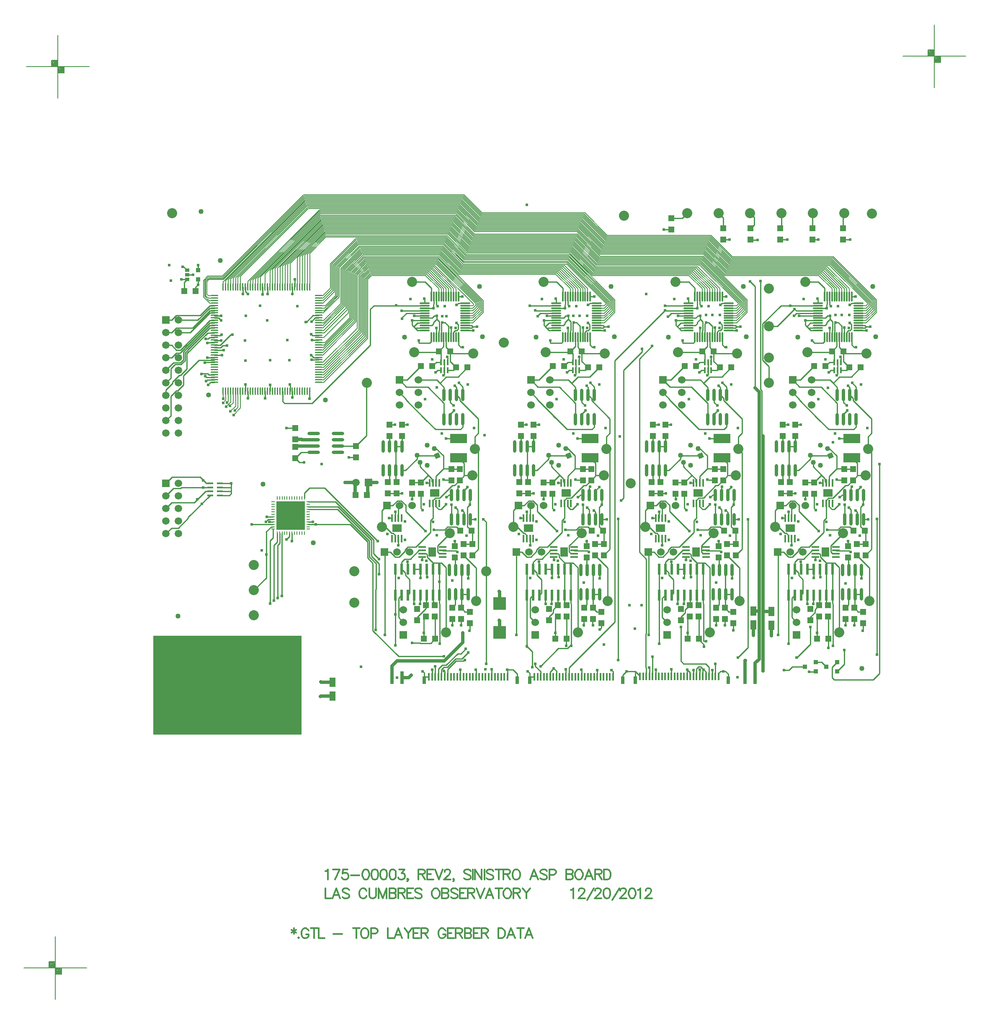
<source format=gtl>
%FSLAX23Y23*%
%MOIN*%
G70*
G01*
G75*
G04 Layer_Physical_Order=1*
G04 Layer_Color=255*
%ADD10O,0.012X0.083*%
%ADD11O,0.083X0.012*%
%ADD12O,0.010X0.061*%
%ADD13O,0.061X0.010*%
%ADD14R,0.014X0.049*%
%ADD15R,0.024X0.087*%
%ADD16O,0.028X0.098*%
%ADD17R,0.036X0.028*%
%ADD18R,0.036X0.036*%
%ADD19R,0.050X0.050*%
%ADD20R,0.045X0.017*%
%ADD21R,0.031X0.060*%
%ADD22R,0.014X0.060*%
%ADD23R,0.030X0.100*%
%ADD24R,0.228X0.228*%
%ADD25O,0.008X0.033*%
%ADD26O,0.033X0.008*%
%ADD27O,0.098X0.028*%
%ADD28R,0.074X0.062*%
%ADD29R,0.016X0.061*%
%ADD30R,0.134X0.075*%
%ADD31R,0.048X0.078*%
%ADD32R,0.050X0.050*%
%ADD33R,0.062X0.074*%
%ADD34R,0.061X0.016*%
%ADD35R,0.100X0.100*%
%ADD36C,0.040*%
%ADD37C,0.010*%
%ADD38C,0.005*%
%ADD39C,0.025*%
%ADD40C,0.012*%
%ADD41R,1.181X0.787*%
%ADD42C,0.008*%
%ADD43C,0.012*%
%ADD44C,0.012*%
%ADD45C,0.060*%
%ADD46R,0.060X0.060*%
%ADD47R,0.060X0.060*%
%ADD48P,0.057X4X247.5*%
%ADD49C,0.026*%
%ADD50C,0.080*%
%ADD51C,0.020*%
%ADD52R,0.059X0.059*%
%ADD53C,0.059*%
%ADD54R,0.059X0.059*%
%ADD55C,0.024*%
%ADD56C,0.236*%
%ADD57C,0.050*%
D10*
X13127Y13471D02*
D03*
X13147D02*
D03*
X13167D02*
D03*
X13186D02*
D03*
X13206D02*
D03*
X13226D02*
D03*
X13245D02*
D03*
X13265D02*
D03*
X13285D02*
D03*
X13304D02*
D03*
X13324D02*
D03*
X13344D02*
D03*
Y13794D02*
D03*
X13324D02*
D03*
X13304D02*
D03*
X13285D02*
D03*
X13265D02*
D03*
X13245D02*
D03*
X13226D02*
D03*
X13206D02*
D03*
X13186D02*
D03*
X13167D02*
D03*
X13147D02*
D03*
X13127D02*
D03*
X15210D02*
D03*
X15230D02*
D03*
X15249D02*
D03*
X15269D02*
D03*
X15289D02*
D03*
X15308D02*
D03*
X15328D02*
D03*
X15348D02*
D03*
X15367D02*
D03*
X15387D02*
D03*
X15407D02*
D03*
X15426D02*
D03*
Y13471D02*
D03*
X15407D02*
D03*
X15387D02*
D03*
X15367D02*
D03*
X15348D02*
D03*
X15328D02*
D03*
X15308D02*
D03*
X15289D02*
D03*
X15269D02*
D03*
X15249D02*
D03*
X15230D02*
D03*
X15210D02*
D03*
X14178Y13794D02*
D03*
X14198D02*
D03*
X14218D02*
D03*
X14237D02*
D03*
X14257D02*
D03*
X14277D02*
D03*
X14297D02*
D03*
X14316D02*
D03*
X14336D02*
D03*
X14356D02*
D03*
X14375D02*
D03*
X14395D02*
D03*
Y13471D02*
D03*
X14375D02*
D03*
X14356D02*
D03*
X14336D02*
D03*
X14316D02*
D03*
X14297D02*
D03*
X14277D02*
D03*
X14257D02*
D03*
X14237D02*
D03*
X14218D02*
D03*
X14198D02*
D03*
X14178D02*
D03*
X12080Y13794D02*
D03*
X12100D02*
D03*
X12119D02*
D03*
X12139D02*
D03*
X12159D02*
D03*
X12178D02*
D03*
X12198D02*
D03*
X12218D02*
D03*
X12237D02*
D03*
X12257D02*
D03*
X12277D02*
D03*
X12297D02*
D03*
Y13471D02*
D03*
X12277D02*
D03*
X12257D02*
D03*
X12237D02*
D03*
X12218D02*
D03*
X12198D02*
D03*
X12178D02*
D03*
X12159D02*
D03*
X12139D02*
D03*
X12119D02*
D03*
X12100D02*
D03*
X12080D02*
D03*
D11*
X13397Y13524D02*
D03*
Y13544D02*
D03*
Y13564D02*
D03*
Y13583D02*
D03*
Y13603D02*
D03*
Y13623D02*
D03*
Y13642D02*
D03*
Y13662D02*
D03*
Y13682D02*
D03*
Y13702D02*
D03*
Y13721D02*
D03*
Y13741D02*
D03*
X13074D02*
D03*
Y13721D02*
D03*
Y13702D02*
D03*
Y13682D02*
D03*
Y13662D02*
D03*
Y13642D02*
D03*
Y13623D02*
D03*
Y13603D02*
D03*
Y13583D02*
D03*
Y13564D02*
D03*
Y13544D02*
D03*
Y13524D02*
D03*
X15157D02*
D03*
Y13544D02*
D03*
Y13564D02*
D03*
Y13583D02*
D03*
Y13603D02*
D03*
Y13623D02*
D03*
Y13642D02*
D03*
Y13662D02*
D03*
Y13682D02*
D03*
Y13702D02*
D03*
Y13721D02*
D03*
Y13741D02*
D03*
X15480D02*
D03*
Y13721D02*
D03*
Y13702D02*
D03*
Y13682D02*
D03*
Y13662D02*
D03*
Y13642D02*
D03*
Y13623D02*
D03*
Y13603D02*
D03*
Y13583D02*
D03*
Y13564D02*
D03*
Y13544D02*
D03*
Y13524D02*
D03*
X14125D02*
D03*
Y13544D02*
D03*
Y13564D02*
D03*
Y13583D02*
D03*
Y13603D02*
D03*
Y13623D02*
D03*
Y13642D02*
D03*
Y13662D02*
D03*
Y13682D02*
D03*
Y13702D02*
D03*
Y13721D02*
D03*
Y13741D02*
D03*
X14448D02*
D03*
Y13721D02*
D03*
Y13702D02*
D03*
Y13682D02*
D03*
Y13662D02*
D03*
Y13642D02*
D03*
Y13623D02*
D03*
Y13603D02*
D03*
Y13583D02*
D03*
Y13564D02*
D03*
Y13544D02*
D03*
Y13524D02*
D03*
X12027D02*
D03*
Y13544D02*
D03*
Y13564D02*
D03*
Y13583D02*
D03*
Y13603D02*
D03*
Y13623D02*
D03*
Y13642D02*
D03*
Y13662D02*
D03*
Y13682D02*
D03*
Y13702D02*
D03*
Y13721D02*
D03*
Y13741D02*
D03*
X12350D02*
D03*
Y13721D02*
D03*
Y13702D02*
D03*
Y13682D02*
D03*
Y13662D02*
D03*
Y13642D02*
D03*
Y13623D02*
D03*
Y13603D02*
D03*
Y13583D02*
D03*
Y13564D02*
D03*
Y13544D02*
D03*
Y13524D02*
D03*
D12*
X10423Y13870D02*
D03*
X10443D02*
D03*
X10463D02*
D03*
X10482D02*
D03*
X10502D02*
D03*
X10522D02*
D03*
X10541D02*
D03*
X10561D02*
D03*
X10581D02*
D03*
X10600D02*
D03*
X10620D02*
D03*
X10640D02*
D03*
X10659D02*
D03*
X10679D02*
D03*
X10699D02*
D03*
X10719D02*
D03*
X10738D02*
D03*
X10758D02*
D03*
X10778D02*
D03*
X10797D02*
D03*
X10817D02*
D03*
X10837D02*
D03*
X10856D02*
D03*
X10876D02*
D03*
X10896D02*
D03*
X10915D02*
D03*
X10935D02*
D03*
X10955D02*
D03*
X10974D02*
D03*
X10994D02*
D03*
X11014D02*
D03*
X11033D02*
D03*
X11053D02*
D03*
X11073D02*
D03*
X11093D02*
D03*
X11112D02*
D03*
Y13042D02*
D03*
X11093D02*
D03*
X11073D02*
D03*
X11053D02*
D03*
X11033D02*
D03*
X11014D02*
D03*
X10994D02*
D03*
X10974D02*
D03*
X10955D02*
D03*
X10935D02*
D03*
X10915D02*
D03*
X10896D02*
D03*
X10876D02*
D03*
X10856D02*
D03*
X10837D02*
D03*
X10817D02*
D03*
X10797D02*
D03*
X10778D02*
D03*
X10758D02*
D03*
X10738D02*
D03*
X10719D02*
D03*
X10699D02*
D03*
X10679D02*
D03*
X10659D02*
D03*
X10640D02*
D03*
X10620D02*
D03*
X10600D02*
D03*
X10581D02*
D03*
X10561D02*
D03*
X10541D02*
D03*
X10522D02*
D03*
X10502D02*
D03*
X10482D02*
D03*
X10463D02*
D03*
X10443D02*
D03*
X10423D02*
D03*
D13*
X11182Y13800D02*
D03*
Y13781D02*
D03*
Y13761D02*
D03*
Y13741D02*
D03*
Y13722D02*
D03*
Y13702D02*
D03*
Y13682D02*
D03*
Y13663D02*
D03*
Y13643D02*
D03*
Y13623D02*
D03*
Y13604D02*
D03*
Y13584D02*
D03*
Y13564D02*
D03*
Y13544D02*
D03*
Y13525D02*
D03*
Y13505D02*
D03*
Y13485D02*
D03*
Y13466D02*
D03*
Y13446D02*
D03*
Y13426D02*
D03*
Y13407D02*
D03*
Y13387D02*
D03*
Y13367D02*
D03*
Y13348D02*
D03*
Y13328D02*
D03*
Y13308D02*
D03*
Y13289D02*
D03*
Y13269D02*
D03*
Y13249D02*
D03*
Y13230D02*
D03*
Y13210D02*
D03*
Y13190D02*
D03*
Y13170D02*
D03*
Y13151D02*
D03*
Y13131D02*
D03*
Y13111D02*
D03*
X10353D02*
D03*
Y13131D02*
D03*
Y13151D02*
D03*
Y13170D02*
D03*
Y13190D02*
D03*
Y13210D02*
D03*
Y13230D02*
D03*
Y13249D02*
D03*
Y13269D02*
D03*
Y13289D02*
D03*
Y13308D02*
D03*
Y13328D02*
D03*
Y13348D02*
D03*
Y13367D02*
D03*
Y13387D02*
D03*
Y13407D02*
D03*
Y13426D02*
D03*
Y13446D02*
D03*
Y13466D02*
D03*
Y13485D02*
D03*
Y13505D02*
D03*
Y13525D02*
D03*
Y13544D02*
D03*
Y13564D02*
D03*
Y13584D02*
D03*
Y13604D02*
D03*
Y13623D02*
D03*
Y13643D02*
D03*
Y13663D02*
D03*
Y13682D02*
D03*
Y13702D02*
D03*
Y13722D02*
D03*
Y13741D02*
D03*
Y13761D02*
D03*
Y13781D02*
D03*
Y13800D02*
D03*
D14*
X12158Y13208D02*
D03*
X12183D02*
D03*
X12209D02*
D03*
X12158Y13269D02*
D03*
X12183D02*
D03*
X12209D02*
D03*
X15288Y13208D02*
D03*
X15313D02*
D03*
X15339D02*
D03*
X15288Y13269D02*
D03*
X15313D02*
D03*
X15339D02*
D03*
X14256Y13208D02*
D03*
X14282D02*
D03*
X14307D02*
D03*
X14256Y13269D02*
D03*
X14282D02*
D03*
X14307D02*
D03*
X13205Y13208D02*
D03*
X13230D02*
D03*
X13256D02*
D03*
X13205Y13269D02*
D03*
X13230D02*
D03*
X13256D02*
D03*
D15*
X11793Y11418D02*
D03*
X11843D02*
D03*
X11893D02*
D03*
X11943D02*
D03*
X11993D02*
D03*
X12043D02*
D03*
X12093D02*
D03*
X12143D02*
D03*
X11793Y11623D02*
D03*
X11843D02*
D03*
X11893D02*
D03*
X11943D02*
D03*
X11993D02*
D03*
X12043D02*
D03*
X12093D02*
D03*
X12143D02*
D03*
X14923Y11418D02*
D03*
X14973D02*
D03*
X15023D02*
D03*
X15073D02*
D03*
X15123D02*
D03*
X15173D02*
D03*
X15223D02*
D03*
X15273D02*
D03*
X14923Y11623D02*
D03*
X14973D02*
D03*
X15023D02*
D03*
X15073D02*
D03*
X15123D02*
D03*
X15173D02*
D03*
X15223D02*
D03*
X15273D02*
D03*
X13892Y11418D02*
D03*
X13942D02*
D03*
X13992D02*
D03*
X14042D02*
D03*
X14092D02*
D03*
X14142D02*
D03*
X14192D02*
D03*
X14242D02*
D03*
X13892Y11623D02*
D03*
X13942D02*
D03*
X13992D02*
D03*
X14042D02*
D03*
X14092D02*
D03*
X14142D02*
D03*
X14192D02*
D03*
X14242D02*
D03*
X12840Y11418D02*
D03*
X12890D02*
D03*
X12940D02*
D03*
X12990D02*
D03*
X13040D02*
D03*
X13090D02*
D03*
X13140D02*
D03*
X13190D02*
D03*
X12840Y11623D02*
D03*
X12890D02*
D03*
X12940D02*
D03*
X12990D02*
D03*
X13040D02*
D03*
X13090D02*
D03*
X13140D02*
D03*
X13190D02*
D03*
D16*
X11845Y12602D02*
D03*
X11795D02*
D03*
X11745D02*
D03*
X11695D02*
D03*
X11845Y12409D02*
D03*
X11795D02*
D03*
X11745D02*
D03*
X11695D02*
D03*
X12390Y12215D02*
D03*
X12340D02*
D03*
X12290D02*
D03*
X12240D02*
D03*
X12390Y12022D02*
D03*
X12340D02*
D03*
X12290D02*
D03*
X12240D02*
D03*
X15503Y11617D02*
D03*
X15453D02*
D03*
X15403D02*
D03*
X15353D02*
D03*
X15503Y11424D02*
D03*
X15453D02*
D03*
X15403D02*
D03*
X15353D02*
D03*
X14472Y11617D02*
D03*
X14422D02*
D03*
X14372D02*
D03*
X14322D02*
D03*
X14472Y11424D02*
D03*
X14422D02*
D03*
X14372D02*
D03*
X14322D02*
D03*
X13420Y11617D02*
D03*
X13370D02*
D03*
X13320D02*
D03*
X13270D02*
D03*
X13420Y11424D02*
D03*
X13370D02*
D03*
X13320D02*
D03*
X13270D02*
D03*
X12223D02*
D03*
X12273D02*
D03*
X12323D02*
D03*
X12373D02*
D03*
X12223Y11617D02*
D03*
X12273D02*
D03*
X12323D02*
D03*
X12373D02*
D03*
X14975Y12602D02*
D03*
X14925D02*
D03*
X14875D02*
D03*
X14825D02*
D03*
X14975Y12409D02*
D03*
X14925D02*
D03*
X14875D02*
D03*
X14825D02*
D03*
X13944Y12602D02*
D03*
X13894D02*
D03*
X13844D02*
D03*
X13794D02*
D03*
X13944Y12409D02*
D03*
X13894D02*
D03*
X13844D02*
D03*
X13794D02*
D03*
X12892Y12602D02*
D03*
X12842D02*
D03*
X12792D02*
D03*
X12742D02*
D03*
X12892Y12409D02*
D03*
X12842D02*
D03*
X12792D02*
D03*
X12742D02*
D03*
X15461Y13011D02*
D03*
X15411D02*
D03*
X15361D02*
D03*
X15311D02*
D03*
X15461Y12818D02*
D03*
X15411D02*
D03*
X15361D02*
D03*
X15311D02*
D03*
X14430Y13011D02*
D03*
X14380D02*
D03*
X14330D02*
D03*
X14280D02*
D03*
X14430Y12818D02*
D03*
X14380D02*
D03*
X14330D02*
D03*
X14280D02*
D03*
X13378Y13011D02*
D03*
X13328D02*
D03*
X13278D02*
D03*
X13228D02*
D03*
X13378Y12818D02*
D03*
X13328D02*
D03*
X13278D02*
D03*
X13228D02*
D03*
X12331Y13011D02*
D03*
X12281D02*
D03*
X12231D02*
D03*
X12181D02*
D03*
X12331Y12818D02*
D03*
X12281D02*
D03*
X12231D02*
D03*
X12181D02*
D03*
X15520Y12215D02*
D03*
X15470D02*
D03*
X15420D02*
D03*
X15370D02*
D03*
X15520Y12022D02*
D03*
X15470D02*
D03*
X15420D02*
D03*
X15370D02*
D03*
X14489Y12215D02*
D03*
X14439D02*
D03*
X14389D02*
D03*
X14339D02*
D03*
X14489Y12022D02*
D03*
X14439D02*
D03*
X14389D02*
D03*
X14339D02*
D03*
X13437Y12215D02*
D03*
X13387D02*
D03*
X13337D02*
D03*
X13287D02*
D03*
X13437Y12022D02*
D03*
X13387D02*
D03*
X13337D02*
D03*
X13287D02*
D03*
D17*
X10136Y14003D02*
D03*
Y13929D02*
D03*
Y13966D02*
D03*
D18*
X10222Y14003D02*
D03*
Y13929D02*
D03*
X15309Y10883D02*
D03*
X15223Y10846D02*
D03*
X15309Y10809D02*
D03*
X15139Y10883D02*
D03*
X15053Y10846D02*
D03*
X15139Y10809D02*
D03*
D19*
X15358Y14248D02*
D03*
Y14338D02*
D03*
X10995Y12597D02*
D03*
Y12507D02*
D03*
Y12658D02*
D03*
Y12748D02*
D03*
X15378Y11316D02*
D03*
Y11226D02*
D03*
X14347Y11316D02*
D03*
Y11226D02*
D03*
X13295Y11316D02*
D03*
Y11226D02*
D03*
X12248Y11316D02*
D03*
Y11226D02*
D03*
X15398Y11716D02*
D03*
Y11806D02*
D03*
X14367Y11716D02*
D03*
Y11806D02*
D03*
X13315Y11716D02*
D03*
Y11806D02*
D03*
X12268Y11716D02*
D03*
Y11806D02*
D03*
X14864Y12227D02*
D03*
Y12317D02*
D03*
X13833Y12227D02*
D03*
Y12317D02*
D03*
X12781Y12227D02*
D03*
Y12317D02*
D03*
X11734Y12227D02*
D03*
Y12317D02*
D03*
X14875Y12774D02*
D03*
Y12684D02*
D03*
X13844Y12774D02*
D03*
Y12684D02*
D03*
X12792Y12774D02*
D03*
Y12684D02*
D03*
X11745Y12774D02*
D03*
Y12684D02*
D03*
X15448Y11226D02*
D03*
Y11316D02*
D03*
X14417Y11226D02*
D03*
Y11316D02*
D03*
X13365Y11226D02*
D03*
Y11316D02*
D03*
X12318Y11226D02*
D03*
Y11316D02*
D03*
X15098Y11306D02*
D03*
Y11216D02*
D03*
X14067Y11306D02*
D03*
Y11216D02*
D03*
X13015Y11306D02*
D03*
Y11216D02*
D03*
X11968Y11306D02*
D03*
Y11216D02*
D03*
X14975Y12684D02*
D03*
Y12774D02*
D03*
X13944Y12684D02*
D03*
Y12774D02*
D03*
X12892Y12684D02*
D03*
Y12774D02*
D03*
X11845Y12684D02*
D03*
Y12774D02*
D03*
X15238Y11336D02*
D03*
Y11246D02*
D03*
X14207Y11336D02*
D03*
Y11246D02*
D03*
X13155Y11336D02*
D03*
Y11246D02*
D03*
X12108Y11336D02*
D03*
Y11246D02*
D03*
X15535Y11734D02*
D03*
Y11824D02*
D03*
X14504Y11734D02*
D03*
Y11824D02*
D03*
X13452Y11734D02*
D03*
Y11824D02*
D03*
X12405Y11734D02*
D03*
Y11824D02*
D03*
X15465Y11734D02*
D03*
Y11824D02*
D03*
X14434Y11734D02*
D03*
Y11824D02*
D03*
X13382Y11734D02*
D03*
Y11824D02*
D03*
X12335Y11734D02*
D03*
Y11824D02*
D03*
X15125Y12314D02*
D03*
Y12224D02*
D03*
X14094Y12314D02*
D03*
Y12224D02*
D03*
X13042Y12314D02*
D03*
Y12224D02*
D03*
X11995Y12314D02*
D03*
Y12224D02*
D03*
X15368Y12420D02*
D03*
Y12330D02*
D03*
X14337Y12420D02*
D03*
Y12330D02*
D03*
X13286Y12420D02*
D03*
Y12330D02*
D03*
X12239Y12420D02*
D03*
Y12330D02*
D03*
X14934Y12317D02*
D03*
Y12227D02*
D03*
X13903Y12317D02*
D03*
Y12227D02*
D03*
X12851Y12317D02*
D03*
Y12227D02*
D03*
X11804Y12317D02*
D03*
Y12227D02*
D03*
X15515Y11284D02*
D03*
Y11194D02*
D03*
X14484Y11284D02*
D03*
Y11194D02*
D03*
X13432Y11284D02*
D03*
Y11194D02*
D03*
X12385Y11284D02*
D03*
Y11194D02*
D03*
X15168Y11336D02*
D03*
Y11246D02*
D03*
X14137Y11336D02*
D03*
Y11246D02*
D03*
X13085Y11336D02*
D03*
Y11246D02*
D03*
X12038Y11336D02*
D03*
Y11246D02*
D03*
X15055Y12314D02*
D03*
Y12224D02*
D03*
X14024Y12314D02*
D03*
Y12224D02*
D03*
X12972Y12314D02*
D03*
Y12224D02*
D03*
X11925Y12314D02*
D03*
Y12224D02*
D03*
X11479Y12604D02*
D03*
Y12514D02*
D03*
X15435Y12422D02*
D03*
Y12332D02*
D03*
X14404Y12422D02*
D03*
Y12332D02*
D03*
X13352Y12422D02*
D03*
Y12332D02*
D03*
X12305Y12422D02*
D03*
Y12332D02*
D03*
X14620Y14338D02*
D03*
Y14248D02*
D03*
X15112Y14338D02*
D03*
Y14248D02*
D03*
X13990Y14326D02*
D03*
Y14416D02*
D03*
X14404Y14248D02*
D03*
Y14338D02*
D03*
X14856Y14248D02*
D03*
Y14338D02*
D03*
D20*
X10320Y12306D02*
D03*
Y12275D02*
D03*
Y12243D02*
D03*
Y12212D02*
D03*
X10397D02*
D03*
Y12243D02*
D03*
Y12275D02*
D03*
Y12306D02*
D03*
D21*
X13702Y10741D02*
D03*
X14442D02*
D03*
X13602D02*
D03*
X12862D02*
D03*
X12762D02*
D03*
X12022D02*
D03*
D22*
X14365Y10769D02*
D03*
X14340D02*
D03*
X14315D02*
D03*
X14290D02*
D03*
X14265D02*
D03*
X14240D02*
D03*
X14215D02*
D03*
X14190D02*
D03*
X14165D02*
D03*
X14140D02*
D03*
X14115D02*
D03*
X14090D02*
D03*
X14065D02*
D03*
X14040D02*
D03*
X14015D02*
D03*
X13990D02*
D03*
X13965D02*
D03*
X13940D02*
D03*
X13915D02*
D03*
X13890D02*
D03*
X13865D02*
D03*
X13840D02*
D03*
X13815D02*
D03*
X13790D02*
D03*
X13765D02*
D03*
X13740D02*
D03*
X13525Y10768D02*
D03*
X13500D02*
D03*
X13475D02*
D03*
X13450D02*
D03*
X13425D02*
D03*
X13400D02*
D03*
X13375D02*
D03*
X13350D02*
D03*
X13325D02*
D03*
X13300D02*
D03*
X13275D02*
D03*
X13250D02*
D03*
X13225D02*
D03*
X13200D02*
D03*
X13175D02*
D03*
X13150D02*
D03*
X13125D02*
D03*
X13100D02*
D03*
X13075D02*
D03*
X13050D02*
D03*
X13025D02*
D03*
X13000D02*
D03*
X12975D02*
D03*
X12950D02*
D03*
X12925D02*
D03*
X12900D02*
D03*
X12685D02*
D03*
X12660D02*
D03*
X12635D02*
D03*
X12610D02*
D03*
X12585D02*
D03*
X12560D02*
D03*
X12535D02*
D03*
X12510D02*
D03*
X12485D02*
D03*
X12460D02*
D03*
X12435D02*
D03*
X12410D02*
D03*
X12385D02*
D03*
X12360D02*
D03*
X12335D02*
D03*
X12310D02*
D03*
X12285D02*
D03*
X12260D02*
D03*
X12235D02*
D03*
X12210D02*
D03*
X12185D02*
D03*
X12160D02*
D03*
X12135D02*
D03*
X12110D02*
D03*
X12085D02*
D03*
X12060D02*
D03*
D23*
X11768Y10759D02*
D03*
X11847D02*
D03*
X14578Y10760D02*
D03*
X14657D02*
D03*
D24*
X10961Y12051D02*
D03*
D25*
X10852Y12192D02*
D03*
X10872D02*
D03*
X10892D02*
D03*
X10911D02*
D03*
X10931D02*
D03*
X10951D02*
D03*
X10970D02*
D03*
X10990D02*
D03*
X11010D02*
D03*
X11030D02*
D03*
X11049D02*
D03*
X11069D02*
D03*
Y11910D02*
D03*
X11049D02*
D03*
X11030D02*
D03*
X11010D02*
D03*
X10990D02*
D03*
X10970D02*
D03*
X10951D02*
D03*
X10931D02*
D03*
X10911D02*
D03*
X10892D02*
D03*
X10872D02*
D03*
X10852D02*
D03*
D26*
X11101Y12159D02*
D03*
Y12139D02*
D03*
Y12120D02*
D03*
Y12100D02*
D03*
Y12080D02*
D03*
Y12061D02*
D03*
Y12041D02*
D03*
Y12021D02*
D03*
Y12002D02*
D03*
Y11982D02*
D03*
Y11962D02*
D03*
Y11943D02*
D03*
X10820D02*
D03*
Y11962D02*
D03*
Y11982D02*
D03*
Y12002D02*
D03*
Y12021D02*
D03*
Y12041D02*
D03*
Y12061D02*
D03*
Y12080D02*
D03*
Y12100D02*
D03*
Y12120D02*
D03*
Y12139D02*
D03*
Y12159D02*
D03*
D27*
X11337Y12554D02*
D03*
Y12604D02*
D03*
Y12654D02*
D03*
Y12704D02*
D03*
X11144Y12554D02*
D03*
Y12604D02*
D03*
Y12654D02*
D03*
Y12704D02*
D03*
D28*
X12105Y12229D02*
D03*
X14935Y11949D02*
D03*
X13904D02*
D03*
X12852D02*
D03*
X11805D02*
D03*
X15235Y12229D02*
D03*
X14204D02*
D03*
X13152D02*
D03*
D29*
X12067Y12147D02*
D03*
X12092D02*
D03*
X12118D02*
D03*
X12144D02*
D03*
X12067Y12310D02*
D03*
X12092D02*
D03*
X12118D02*
D03*
X12144D02*
D03*
X14897Y11867D02*
D03*
X14922D02*
D03*
X14948D02*
D03*
X14974D02*
D03*
X14897Y12030D02*
D03*
X14922D02*
D03*
X14948D02*
D03*
X14974D02*
D03*
X13865Y11867D02*
D03*
X13891D02*
D03*
X13916D02*
D03*
X13942D02*
D03*
X13865Y12030D02*
D03*
X13891D02*
D03*
X13916D02*
D03*
X13942D02*
D03*
X12814Y11867D02*
D03*
X12840D02*
D03*
X12865D02*
D03*
X12891D02*
D03*
X12814Y12030D02*
D03*
X12840D02*
D03*
X12865D02*
D03*
X12891D02*
D03*
X11767Y11867D02*
D03*
X11792D02*
D03*
X11818D02*
D03*
X11844D02*
D03*
X11767Y12030D02*
D03*
X11792D02*
D03*
X11818D02*
D03*
X11844D02*
D03*
X15197Y12147D02*
D03*
X15222D02*
D03*
X15248D02*
D03*
X15274D02*
D03*
X15197Y12310D02*
D03*
X15222D02*
D03*
X15248D02*
D03*
X15274D02*
D03*
X14165Y12147D02*
D03*
X14191D02*
D03*
X14216D02*
D03*
X14242D02*
D03*
X14165Y12310D02*
D03*
X14191D02*
D03*
X14216D02*
D03*
X14242D02*
D03*
X13114Y12147D02*
D03*
X13140D02*
D03*
X13165D02*
D03*
X13191D02*
D03*
X13114Y12310D02*
D03*
X13140D02*
D03*
X13165D02*
D03*
X13191D02*
D03*
D30*
X12295Y12663D02*
D03*
Y12510D02*
D03*
X15425Y12663D02*
D03*
Y12510D02*
D03*
X14394Y12663D02*
D03*
Y12510D02*
D03*
X13342Y12663D02*
D03*
Y12510D02*
D03*
D31*
X14643Y11291D02*
D03*
Y11181D02*
D03*
X11292Y10724D02*
D03*
Y10614D02*
D03*
X14788Y11288D02*
D03*
Y11178D02*
D03*
D32*
X10204Y13836D02*
D03*
X10114D02*
D03*
X11478Y12214D02*
D03*
X11568D02*
D03*
X15408Y13229D02*
D03*
X15498D02*
D03*
X14377D02*
D03*
X14467D02*
D03*
X13325D02*
D03*
X13415D02*
D03*
X12278D02*
D03*
X12368D02*
D03*
X15218Y13239D02*
D03*
X15128D02*
D03*
X14187D02*
D03*
X14097D02*
D03*
X13135D02*
D03*
X13045D02*
D03*
X12088D02*
D03*
X11998D02*
D03*
X15240Y11069D02*
D03*
X15150D02*
D03*
X14209D02*
D03*
X14119D02*
D03*
X13157D02*
D03*
X13067D02*
D03*
X12110D02*
D03*
X12020D02*
D03*
X15440Y11929D02*
D03*
X15530D02*
D03*
X14409D02*
D03*
X14499D02*
D03*
X13357D02*
D03*
X13447D02*
D03*
X12310D02*
D03*
X12400D02*
D03*
X15359Y13358D02*
D03*
X15269D02*
D03*
X14328D02*
D03*
X14238D02*
D03*
X13276D02*
D03*
X13186D02*
D03*
X12229D02*
D03*
X12139D02*
D03*
D33*
X15218Y11761D02*
D03*
X14187D02*
D03*
X13135D02*
D03*
X12088D02*
D03*
D34*
X15300Y11722D02*
D03*
Y11748D02*
D03*
Y11773D02*
D03*
Y11799D02*
D03*
X15136Y11722D02*
D03*
Y11748D02*
D03*
Y11773D02*
D03*
Y11799D02*
D03*
X14268Y11722D02*
D03*
Y11748D02*
D03*
Y11773D02*
D03*
Y11799D02*
D03*
X14105Y11722D02*
D03*
Y11748D02*
D03*
Y11773D02*
D03*
Y11799D02*
D03*
X13217Y11722D02*
D03*
Y11748D02*
D03*
Y11773D02*
D03*
Y11799D02*
D03*
X13054Y11722D02*
D03*
Y11748D02*
D03*
Y11773D02*
D03*
Y11799D02*
D03*
X12170Y11722D02*
D03*
Y11748D02*
D03*
Y11773D02*
D03*
Y11799D02*
D03*
X12007Y11722D02*
D03*
Y11748D02*
D03*
Y11773D02*
D03*
Y11799D02*
D03*
D35*
X12622Y11120D02*
D03*
Y11350D02*
D03*
D36*
X15618Y13475D02*
D03*
X14997Y13470D02*
D03*
X15594Y13875D02*
D03*
X14587Y13475D02*
D03*
X13966Y13470D02*
D03*
X14563Y13875D02*
D03*
X13535Y13475D02*
D03*
X12914Y13470D02*
D03*
X13511Y13875D02*
D03*
X12464D02*
D03*
X11867Y13470D02*
D03*
X12488Y13475D02*
D03*
X10400Y14082D02*
D03*
X10306Y13010D02*
D03*
X11237Y12972D02*
D03*
X10739Y12300D02*
D03*
X11139Y11834D02*
D03*
X15507Y10833D02*
D03*
X10245Y14472D02*
D03*
X10062Y11251D02*
D03*
X12103Y12585D02*
D03*
X12045Y12609D02*
D03*
X11965Y12529D02*
D03*
X11989Y12473D02*
D03*
X12045Y12450D02*
D03*
X15175D02*
D03*
X15119Y12473D02*
D03*
X15095Y12529D02*
D03*
X15175Y12609D02*
D03*
X15233Y12585D02*
D03*
X14202D02*
D03*
X14144Y12609D02*
D03*
X14063Y12529D02*
D03*
X14088Y12473D02*
D03*
X14144Y12450D02*
D03*
X13092D02*
D03*
X13036Y12473D02*
D03*
X13012Y12529D02*
D03*
X13092Y12609D02*
D03*
X13150Y12585D02*
D03*
D37*
X15171Y11341D02*
Y11418D01*
X15166Y11336D02*
X15171Y11341D01*
X15132Y11302D02*
X15166Y11336D01*
X15132Y11277D02*
Y11302D01*
X15098Y11243D02*
X15132Y11277D01*
X15098Y11216D02*
Y11243D01*
X15223Y11351D02*
X15238Y11336D01*
X15223Y11351D02*
Y11418D01*
X14140Y11341D02*
Y11418D01*
X14135Y11336D02*
X14140Y11341D01*
X14101Y11302D02*
X14135Y11336D01*
X14101Y11277D02*
Y11302D01*
X14067Y11243D02*
X14101Y11277D01*
X14067Y11216D02*
Y11243D01*
X14192Y11351D02*
X14207Y11336D01*
X14192Y11351D02*
Y11418D01*
X13088Y11341D02*
Y11418D01*
X13083Y11336D02*
X13088Y11341D01*
X13049Y11302D02*
X13083Y11336D01*
X13049Y11277D02*
Y11302D01*
X13015Y11243D02*
X13049Y11277D01*
X13015Y11216D02*
Y11243D01*
X13140Y11351D02*
X13155Y11336D01*
X13140Y11351D02*
Y11418D01*
X12041Y11341D02*
Y11418D01*
X12036Y11336D02*
X12041Y11341D01*
X12036Y11309D02*
Y11336D01*
X11968Y11241D02*
X12036Y11309D01*
X11968Y11216D02*
Y11241D01*
X12093Y11369D02*
Y11418D01*
Y11369D02*
X12108Y11354D01*
Y11336D02*
Y11354D01*
X14076Y14416D02*
X14116Y14456D01*
X13990Y14416D02*
X14076D01*
X13929Y14326D02*
X13990D01*
X13929Y14326D02*
X13929Y14326D01*
X15358Y14448D02*
X15366Y14456D01*
X15358Y14338D02*
Y14448D01*
X15112Y14452D02*
X15116Y14456D01*
X15112Y14338D02*
Y14452D01*
X14866Y14347D02*
Y14456D01*
X14856Y14338D02*
X14866Y14347D01*
X14616Y14456D02*
X14650Y14423D01*
Y14365D02*
Y14423D01*
X14622Y14338D02*
X14650Y14365D01*
X14620Y14338D02*
X14622D01*
X14366Y14456D02*
X14404Y14419D01*
Y14338D02*
Y14419D01*
X14624Y14243D02*
X14677D01*
X14857Y14247D02*
X14913D01*
X15112D02*
X15161D01*
X15413Y14248D02*
X15413Y14247D01*
X15358Y14248D02*
X15413D01*
X14404D02*
X14404Y14247D01*
X14453D01*
X14617Y13913D02*
X14656Y13874D01*
Y13068D02*
Y13874D01*
X13090Y11560D02*
Y11623D01*
X12043Y11560D02*
Y11623D01*
X10765Y11555D02*
Y11742D01*
X10666Y11456D02*
X10765Y11555D01*
X10764Y11919D02*
X10765Y11918D01*
Y11742D02*
Y11918D01*
X12337Y10894D02*
X12345Y10902D01*
X12317Y10952D02*
X12354Y10989D01*
X10764Y11919D02*
X10807Y11962D01*
X10820D01*
X10817Y11979D02*
X10820Y11982D01*
X10653Y11979D02*
X10817D01*
X10650Y11982D02*
X10653Y11979D01*
X10781Y12021D02*
X10820D01*
X10820Y12021D01*
X10762Y12002D02*
X10781Y12021D01*
X10762Y12002D02*
X10762D01*
X10790Y12000D02*
X10791Y12002D01*
X10820D01*
X12289Y10952D02*
X12317D01*
X12198Y10861D02*
X12289Y10952D01*
X12166Y10861D02*
X12198D01*
X12273Y10909D02*
X12322D01*
X12207Y10843D02*
X12273Y10909D01*
X12278Y10894D02*
X12337D01*
X12210Y10826D02*
X12278Y10894D01*
X12322Y10909D02*
X12374Y10961D01*
X12135Y10830D02*
X12166Y10861D01*
X12179Y10843D02*
X12207D01*
X12159Y10823D02*
X12179Y10843D01*
X12135Y10768D02*
Y10830D01*
X12159Y10768D02*
Y10823D01*
X12210Y10768D02*
Y10826D01*
X12159Y10768D02*
X12160Y10768D01*
X10297Y13424D02*
X10299Y13426D01*
X10353D01*
X9966Y12806D02*
X10005Y12845D01*
Y13000D01*
X10050Y13045D01*
X10059D01*
X10105Y13090D01*
Y13164D01*
X10229Y13288D01*
X10284D01*
X10286Y13286D01*
X10351D01*
X10275Y13267D02*
X10277Y13269D01*
X10351Y13286D02*
X10353Y13289D01*
X10277Y13269D02*
X10353D01*
X10925Y11859D02*
X10951Y11885D01*
Y11910D01*
X13540Y11204D02*
Y13209D01*
Y13284D01*
X13501Y12707D02*
Y12820D01*
X13472Y12678D02*
X13501Y12707D01*
X13472Y12579D02*
Y12678D01*
X13378Y12756D02*
Y12818D01*
X13359Y12737D02*
X13378Y12756D01*
X13159Y12737D02*
X13359D01*
X13356Y12966D02*
X13501Y12820D01*
X13208Y12704D02*
X13209Y12705D01*
X14260Y12704D02*
X14261Y12705D01*
X14211Y12737D02*
X14411D01*
X14140Y12807D02*
X14211Y12737D01*
X13978Y12969D02*
X14140Y12807D01*
X14411Y12737D02*
X14430Y12756D01*
Y12818D01*
X14294Y12663D02*
X14394D01*
X12198Y13154D02*
X12293D01*
X12369Y13093D02*
X12371D01*
X14468D02*
X14470D01*
X14340Y10769D02*
Y10815D01*
X14988Y10918D02*
X15098Y11028D01*
X10969Y11909D02*
X10970Y11910D01*
X10969Y11848D02*
Y11909D01*
X11102Y11981D02*
X11161D01*
X11161Y11982D01*
X11101D02*
X11102Y11981D01*
X11137Y12002D02*
X11138Y12002D01*
X11101Y12002D02*
X11137D01*
X11161Y11982D02*
X11196D01*
X11433D01*
X11614Y11135D02*
Y11671D01*
X11572Y11713D02*
X11614Y11671D01*
X11572Y11713D02*
Y11842D01*
X11614Y11135D02*
X11819Y10929D01*
X10403Y13485D02*
X10410Y13492D01*
X10353Y13485D02*
X10403D01*
X10386Y13623D02*
X10406Y13603D01*
X10353Y13623D02*
X10386D01*
X10295Y13307D02*
X10296Y13308D01*
X10353D01*
X10619Y12984D02*
X10620Y12985D01*
Y13042D01*
X10757Y12983D02*
X10758Y12984D01*
Y13042D01*
X10974Y12989D02*
X10974Y12990D01*
Y13042D01*
X11123Y13328D02*
X11143Y13308D01*
X11182D01*
X11128Y13289D02*
X11182D01*
X11123Y13494D02*
X11132Y13485D01*
X11182D01*
X11126Y13595D02*
X11154Y13623D01*
X11182D01*
X10992Y13932D02*
X10994Y13930D01*
Y13870D02*
Y13930D01*
X10600Y13833D02*
X10620Y13813D01*
X10600Y13833D02*
Y13870D01*
X10738Y13812D02*
X10738Y13812D01*
Y13870D01*
X12383Y11134D02*
X12385Y11136D01*
Y11194D01*
X13419Y11144D02*
X13432Y11158D01*
Y11194D01*
X15514Y11133D02*
X15515Y11134D01*
Y11194D01*
X14483Y11138D02*
X14484Y11139D01*
Y11194D01*
X10581Y13812D02*
Y13870D01*
X10974Y13813D02*
X10974Y13814D01*
Y13870D01*
X11085Y13591D02*
X11137Y13643D01*
X11079Y13591D02*
X11085D01*
X11137Y13643D02*
X11182D01*
X11127Y13289D02*
X11128Y13289D01*
X10600Y13095D02*
X10600Y13095D01*
Y13042D02*
Y13095D01*
X10954Y13095D02*
X10955Y13095D01*
Y13042D02*
Y13095D01*
X10770Y12040D02*
X10771Y12041D01*
X10820D01*
X10488Y12242D02*
Y12274D01*
Y12227D02*
Y12242D01*
X10487Y12243D02*
X10488Y12242D01*
X10397Y12243D02*
X10487D01*
X10488Y12274D02*
Y12306D01*
X10488Y12275D02*
X10488Y12274D01*
X10397Y12275D02*
X10488D01*
X10473Y12212D02*
X10488Y12227D01*
X10397Y12212D02*
X10473D01*
X10397Y12306D02*
X10488D01*
X14365Y10769D02*
Y10795D01*
X14381Y10811D01*
X14402D01*
X14248Y10824D02*
X14265Y10807D01*
Y10769D02*
Y10807D01*
X14240Y10816D02*
X14248Y10824D01*
X14240Y10769D02*
Y10816D01*
X14115Y10825D02*
X14140Y10800D01*
Y10769D02*
Y10800D01*
X14115Y10769D02*
Y10825D01*
X13989Y10827D02*
X13990Y10826D01*
Y10769D02*
Y10826D01*
X13602Y10779D02*
X13632Y10809D01*
X13602Y10741D02*
Y10779D01*
X13702Y10807D02*
X13704Y10809D01*
X13702Y10741D02*
Y10807D01*
X13632Y10809D02*
X13704D01*
X13740Y10773D01*
Y10769D02*
Y10773D01*
X13399Y10820D02*
X13400Y10820D01*
Y10768D02*
Y10820D01*
X13275Y10768D02*
Y10823D01*
X13274Y10823D02*
X13275Y10823D01*
X13150Y10768D02*
Y10826D01*
X13025Y10806D02*
X13054Y10835D01*
X13025Y10768D02*
Y10806D01*
X13054Y10835D02*
X13075Y10815D01*
Y10768D02*
Y10815D01*
X12846Y10812D02*
X12862Y10796D01*
X12684Y10823D02*
X12729D01*
X12762Y10790D01*
Y10741D02*
Y10790D01*
X12685Y10768D02*
Y10823D01*
X12684Y10823D02*
X12685Y10823D01*
X12560Y10768D02*
Y10828D01*
X12434Y10824D02*
X12435Y10824D01*
Y10768D02*
Y10824D01*
X12010Y10812D02*
X12022Y10800D01*
X11793Y11017D02*
Y11265D01*
X12020Y11069D02*
Y11117D01*
X11819Y10929D02*
X12179D01*
X10797Y13092D02*
X10797Y13092D01*
Y13042D02*
Y13092D01*
X10353Y13446D02*
X10354Y13445D01*
X10406D01*
X10778Y13815D02*
Y13870D01*
X11129Y13446D02*
X11182D01*
X11182Y13446D01*
X11129Y13446D02*
X11129Y13446D01*
X11111Y13040D02*
X11112Y13042D01*
X11111Y12981D02*
Y13040D01*
X11433Y11982D02*
X11572Y11842D01*
X10820Y11873D02*
Y11943D01*
X10796Y11849D02*
X10820Y11873D01*
X10796Y11350D02*
Y11849D01*
X10852Y11841D02*
Y11910D01*
X10827Y11815D02*
X10852Y11841D01*
X10827Y11373D02*
Y11815D01*
X10872Y11830D02*
Y11910D01*
X10857Y11815D02*
X10872Y11830D01*
X10857Y11393D02*
Y11815D01*
X10890Y11908D02*
X10892Y11910D01*
X10890Y11412D02*
Y11908D01*
X11637Y11463D02*
X11639Y11465D01*
X11637Y11141D02*
Y11463D01*
X11793Y11265D02*
Y11418D01*
X14923Y11029D02*
Y11418D01*
X13892Y11029D02*
Y11418D01*
X12840Y11009D02*
X12883Y10967D01*
X12840Y11009D02*
Y11418D01*
Y11002D02*
Y11009D01*
X12883Y10843D02*
Y10967D01*
X10353Y13643D02*
X10354Y13642D01*
X10408D01*
X10353Y13328D02*
X10412D01*
X15038Y11433D02*
Y11513D01*
X14007Y11433D02*
Y11513D01*
X12955Y11433D02*
Y11513D01*
X11908Y11433D02*
Y11513D01*
X11941Y11348D02*
Y11418D01*
X12988Y11348D02*
Y11418D01*
X13230Y13175D02*
Y13269D01*
X12183Y13175D02*
Y13269D01*
X14040Y11348D02*
Y11418D01*
X15071Y11348D02*
Y11418D01*
X15313Y13175D02*
Y13269D01*
X14282Y13175D02*
Y13269D01*
X12316Y11178D02*
Y11226D01*
X11991Y11348D02*
Y11418D01*
X13363Y11178D02*
Y11226D01*
X13038Y11348D02*
Y11418D01*
X14415Y11178D02*
Y11226D01*
X14090Y11348D02*
Y11418D01*
X15121Y11348D02*
Y11418D01*
X15446Y11178D02*
Y11226D01*
X11734Y12227D02*
X11847D01*
X12781D02*
X12894D01*
X13833D02*
X13946D01*
X14864D02*
X14977D01*
X14142Y11560D02*
Y11623D01*
X15173Y11560D02*
Y11623D01*
X12023Y11231D02*
Y11233D01*
X12020Y11230D02*
X12037Y11247D01*
X12246Y11177D02*
Y11226D01*
X13067Y11230D02*
X13084Y11247D01*
X13070Y11231D02*
Y11233D01*
X13293Y11177D02*
Y11226D01*
X12096Y13702D02*
Y13731D01*
X13143Y13702D02*
Y13731D01*
X14119Y11230D02*
X14136Y11247D01*
X14345Y11177D02*
Y11226D01*
X14122Y11231D02*
Y11233D01*
X15153Y11231D02*
Y11233D01*
X15150Y11230D02*
X15167Y11247D01*
X15376Y11177D02*
Y11226D01*
X14195Y13702D02*
Y13731D01*
X15226Y13702D02*
Y13731D01*
X12106Y11246D02*
X12108Y11244D01*
X13153Y11246D02*
X13155Y11244D01*
X14205Y11246D02*
X14207Y11244D01*
X15236Y11246D02*
X15238Y11244D01*
X12227Y12422D02*
X12305D01*
X13274D02*
X13352D01*
X14326D02*
X14404D01*
X15357D02*
X15435D01*
X12316Y11316D02*
X12348Y11284D01*
X12316Y11316D02*
X12321Y11321D01*
Y11424D01*
Y11617D01*
Y11424D02*
X12371D01*
X13363Y11316D02*
X13395Y11284D01*
X13363Y11316D02*
X13368Y11321D01*
Y11424D01*
Y11617D01*
Y11424D02*
X13418D01*
X14415Y11316D02*
X14447Y11284D01*
X14415Y11316D02*
X14420Y11321D01*
Y11424D01*
Y11617D01*
Y11424D02*
X14470D01*
X15446Y11316D02*
X15478Y11284D01*
X15446Y11316D02*
X15451Y11321D01*
Y11424D01*
Y11617D01*
Y11424D02*
X15501D01*
X12266Y11716D02*
X12271Y11711D01*
Y11617D02*
Y11711D01*
X13313Y11716D02*
X13318Y11711D01*
Y11617D02*
Y11711D01*
X14365Y11716D02*
X14370Y11711D01*
Y11617D02*
Y11711D01*
X15396Y11716D02*
X15401Y11711D01*
Y11617D02*
Y11711D01*
X12246Y11316D02*
X12271Y11341D01*
Y11424D01*
X13293Y11316D02*
X13318Y11341D01*
Y11424D01*
X14345Y11316D02*
X14370Y11341D01*
Y11424D01*
X15376Y11316D02*
X15401Y11341D01*
Y11424D01*
X13078Y13909D02*
X13094Y13893D01*
X11879Y12969D02*
X12041Y12807D01*
X12926Y12969D02*
X13089Y12807D01*
X15009Y12969D02*
X15171Y12807D01*
X15038Y11433D02*
Y11460D01*
X14007Y11433D02*
Y11460D01*
X12955Y11433D02*
Y11460D01*
X11908Y11433D02*
Y11460D01*
X11879Y12969D02*
X12020Y12828D01*
X12926Y12969D02*
X13068Y12828D01*
X13978Y12969D02*
X14119Y12828D01*
X15009Y12969D02*
X15150Y12828D01*
X13094Y13893D02*
X13127Y13860D01*
X12428Y12022D02*
X12429Y12022D01*
X12390Y12022D02*
X12428D01*
X12068Y13423D02*
X12080Y13436D01*
Y13471D01*
Y13794D02*
Y13860D01*
X12031Y13909D02*
X12080Y13860D01*
X11925Y13909D02*
X12031D01*
X12454Y11783D02*
Y12550D01*
X12425Y12579D02*
X12454Y12550D01*
X12425Y12579D02*
Y12678D01*
X12454Y12707D01*
Y12820D01*
X12405Y11734D02*
X12454Y11783D01*
X12308Y12966D02*
X12454Y12820D01*
X12308Y12966D02*
Y12984D01*
X12281Y13011D02*
X12308Y12984D01*
X12281Y13011D02*
Y13072D01*
X12268Y13085D02*
X12281Y13072D01*
X12119Y13471D02*
Y13542D01*
X12176Y13168D02*
X12183Y13175D01*
X12208Y13313D02*
X12208D01*
X12209Y13312D01*
Y13269D02*
Y13312D01*
X12131Y13208D02*
X12132Y13208D01*
X12158D01*
X11825Y13129D02*
X11888D01*
X11998Y13239D01*
X12149Y13104D02*
X12181Y13072D01*
X12149Y13104D02*
X12198Y13154D01*
X12293D02*
X12368Y13229D01*
X12229Y13358D02*
X12248Y13339D01*
X12130Y13349D02*
X12139Y13358D01*
X11943Y13349D02*
X12130D01*
X12119Y13269D02*
X12158D01*
X12088Y13239D02*
X12119Y13269D01*
X12209Y13208D02*
X12258D01*
X12278Y13229D01*
X12139Y13358D02*
X12158Y13339D01*
Y13269D02*
Y13339D01*
X12139Y13358D02*
X12178Y13397D01*
Y13471D01*
X12198Y13389D02*
X12229Y13358D01*
X12198Y13389D02*
Y13471D01*
X12348Y11284D02*
X12385D01*
X12339Y12366D02*
Y12466D01*
X12342Y12369D02*
X12405D01*
X12196Y12663D02*
X12295D01*
X12290Y12022D02*
Y12098D01*
X12274Y12114D02*
X12290Y12098D01*
X12435Y11369D02*
Y11634D01*
X12335Y11734D02*
X12435Y11634D01*
X12314Y13392D02*
X12329D01*
X12297Y13409D02*
X12314Y13392D01*
X12297Y13409D02*
Y13471D01*
X12216Y13473D02*
X12218Y13471D01*
X12216Y13473D02*
Y13558D01*
X12189Y13586D02*
X12216Y13558D01*
X12166Y13586D02*
X12189D01*
X12159Y13578D02*
X12166Y13586D01*
X12159Y13471D02*
Y13578D01*
X12350Y13564D02*
X12400D01*
X12410Y13554D01*
X12401Y13544D02*
X12410Y13554D01*
X12350Y13544D02*
X12401D01*
X12328Y13794D02*
X12328Y13794D01*
X12297Y13794D02*
X12328D01*
X12096Y13731D02*
X12100Y13734D01*
Y13794D01*
X12119Y13730D02*
X12131Y13718D01*
X12119Y13730D02*
Y13794D01*
X12096Y13702D02*
X12096Y13702D01*
X12027Y13702D02*
X12096D01*
X11939Y13554D02*
X11969Y13583D01*
X11928Y13566D02*
X11939Y13554D01*
X11957Y13537D01*
X11969Y13583D02*
X12027D01*
X11957Y13537D02*
X11970Y13524D01*
X11957Y13537D02*
X11964Y13544D01*
X12027D01*
X11928Y13566D02*
Y13603D01*
X11970Y13524D02*
X12027D01*
X11928Y13603D02*
X12027D01*
Y13564D02*
X12082D01*
X12096Y13578D01*
X12027Y13623D02*
X12085D01*
X12257Y13511D02*
X12270Y13524D01*
X12257Y13471D02*
Y13511D01*
X12294Y13536D02*
Y13569D01*
X12279Y13584D02*
X12294Y13569D01*
X12282Y13524D02*
X12294Y13536D01*
X12270Y13524D02*
X12282D01*
X12281Y13727D02*
X12296Y13741D01*
X12350D01*
X12024Y13776D02*
X12027Y13773D01*
Y13741D02*
Y13773D01*
X12119Y13754D02*
Y13794D01*
X12237Y13471D02*
Y13546D01*
X12350Y13524D02*
X12413D01*
X11725Y12129D02*
X11770D01*
X11809Y12168D01*
X11841D01*
X11876Y12133D01*
Y12084D02*
Y12133D01*
Y12084D02*
X12034Y11926D01*
X12101Y11938D02*
X12186D01*
X12208Y11960D02*
X12279D01*
X12310Y11929D01*
X12186Y11938D02*
X12208Y11960D01*
X12331Y12756D02*
Y12818D01*
X12312Y12737D02*
X12331Y12756D01*
X12112Y12737D02*
X12312D01*
X12181Y12818D02*
Y12943D01*
X11825Y13129D02*
X11881Y13073D01*
X12331Y13011D02*
Y13075D01*
X12299Y13107D02*
X12331Y13075D01*
X12181Y13011D02*
Y13072D01*
X12161Y12704D02*
X12162Y12705D01*
X11888Y12774D02*
X11889Y12773D01*
X11845Y12774D02*
X11888D01*
X11790D02*
X11791Y12775D01*
X11745Y12774D02*
X11790D01*
X11845Y12602D02*
Y12684D01*
X12231Y12818D02*
Y12857D01*
X12260Y12886D01*
X12231Y12951D02*
Y13011D01*
Y12951D02*
X12256Y12926D01*
X12367Y12117D02*
X12388Y12138D01*
X12367Y11961D02*
Y12117D01*
Y11961D02*
X12400Y11929D01*
X12405Y11924D01*
Y11824D02*
Y11924D01*
X12335Y11824D02*
X12405D01*
X11908Y11513D02*
Y11540D01*
X11795Y12326D02*
X11804Y12317D01*
X11795Y12326D02*
Y12409D01*
X12023Y11231D02*
X12038Y11246D01*
X12020Y11117D02*
Y11230D01*
X12108Y11244D02*
X12110Y11242D01*
X11966Y12502D02*
Y12528D01*
X11873Y12409D02*
X11966Y12502D01*
X11845Y12409D02*
X11873D01*
X12036Y11336D02*
X12038D01*
X12201Y12196D02*
X12221Y12215D01*
X12240D01*
X12340Y12249D02*
X12368Y12277D01*
X12340Y12215D02*
Y12249D01*
X12290Y12276D02*
X12295Y12281D01*
X12290Y12215D02*
Y12276D01*
X12388Y12213D02*
X12390Y12215D01*
X12388Y12138D02*
Y12213D01*
X12240Y12022D02*
Y12137D01*
X11925Y12182D02*
X11926Y12181D01*
X11925Y12182D02*
Y12224D01*
X12157Y12099D02*
X12197Y12139D01*
X12118Y12121D02*
Y12147D01*
Y12121D02*
X12141Y12099D01*
X12157D01*
X12043Y12311D02*
X12044Y12310D01*
X12067D01*
X11795Y12409D02*
Y12602D01*
X11745Y12328D02*
Y12409D01*
X11734Y12317D02*
X11745Y12328D01*
X11845Y12409D02*
X11847D01*
X11966Y12528D02*
X12125D01*
X12180Y12334D02*
X12225D01*
X12178Y12336D02*
X12180Y12334D01*
X12340Y12022D02*
Y12077D01*
X12325Y12092D02*
X12340Y12077D01*
X11995Y12109D02*
X12011Y12093D01*
X11995Y12109D02*
Y12224D01*
X11708Y11761D02*
X11753D01*
X11792Y11722D01*
X11956Y11800D02*
X12072Y11916D01*
Y12010D02*
X12092Y12031D01*
X11792Y11722D02*
X11824D01*
X11869Y11766D01*
Y11777D01*
X11892Y11800D02*
X11956D01*
X12072Y11916D02*
Y12010D01*
X12092Y12031D02*
Y12147D01*
X11869Y11777D02*
X11892Y11800D01*
X12305Y12332D02*
X12339Y12366D01*
X12262Y12289D02*
X12305Y12332D01*
X12295Y12510D02*
X12339Y12466D01*
X12246Y12289D02*
X12262D01*
X12146Y12189D02*
X12246Y12289D01*
X12109Y12189D02*
X12146D01*
X12092Y12172D02*
X12109Y12189D01*
X12092Y12147D02*
Y12172D01*
X12176Y12424D02*
Y12526D01*
X12118Y12585D02*
X12176Y12526D01*
X12103Y12585D02*
X12118D01*
X12225Y12424D02*
X12227Y12422D01*
X12176Y12424D02*
X12225D01*
X12118Y12365D02*
X12176Y12424D01*
X12118Y12310D02*
Y12365D01*
X12054Y12372D02*
X12056D01*
X12084Y12345D01*
X11989Y12439D02*
X12056Y12372D01*
X11995Y12314D02*
X12054Y12372D01*
X11925Y12314D02*
X11995D01*
X11989Y12439D02*
Y12473D01*
X12084Y12319D02*
Y12345D01*
Y12319D02*
X12092Y12310D01*
X11745Y12602D02*
Y12684D01*
X11795Y12366D02*
Y12409D01*
Y12602D02*
X11845D01*
X11745Y12392D02*
Y12409D01*
X11819Y11240D02*
X11858Y11201D01*
X11819Y11240D02*
Y11394D01*
X11843Y11418D01*
X12108Y11244D02*
Y11246D01*
X12093Y11675D02*
X12127D01*
X12128Y11675D02*
X12159D01*
X12198Y11636D01*
Y11121D02*
Y11636D01*
X12127Y11675D02*
X12128Y11675D01*
X12143Y11352D02*
X12147Y11348D01*
X12143Y11352D02*
Y11418D01*
Y11623D01*
X12373Y11551D02*
Y11617D01*
X12228Y11908D02*
Y11911D01*
X12130Y11811D02*
X12228Y11908D01*
X12130Y11762D02*
Y11811D01*
Y11762D02*
X12144Y11748D01*
X12170D01*
X12277Y11772D02*
X12287Y11762D01*
X12172Y11772D02*
X12277D01*
X12170Y11773D02*
X12172Y11772D01*
X12268Y11806D02*
Y11848D01*
X11943Y11623D02*
X11993D01*
X11793Y11418D02*
Y11623D01*
X11891Y11625D02*
Y11684D01*
X12007Y11699D02*
X12008Y11698D01*
X12007Y11699D02*
Y11722D01*
X11893Y11418D02*
X11908Y11433D01*
X11872Y11576D02*
X11908Y11540D01*
X11872Y11576D02*
Y11594D01*
X11843Y11623D02*
X11872Y11594D01*
X11912Y11705D02*
X11981Y11773D01*
X11843Y11623D02*
Y11680D01*
X11868Y11705D01*
X11912D01*
X11981Y11773D02*
X12007D01*
X12093Y11418D02*
Y11623D01*
Y11675D01*
X12048Y11720D02*
X12093Y11675D01*
X12048Y11720D02*
Y11739D01*
X12039Y11748D02*
X12048Y11739D01*
X12007Y11748D02*
X12039D01*
X12266Y11622D02*
X12271Y11617D01*
X12316Y11178D02*
X12318Y11176D01*
X11941Y11348D02*
X11942Y11347D01*
X11710Y11101D02*
Y11759D01*
X11708Y11761D02*
X11710Y11759D01*
X11818Y12030D02*
Y12121D01*
X11825Y12129D01*
X11743Y12030D02*
X11767D01*
X11793Y12031D02*
Y12080D01*
X11792Y12030D02*
X11793Y12031D01*
X11818Y11814D02*
Y11867D01*
X11792D02*
Y11892D01*
X11776Y11909D02*
X11792Y11892D01*
X11764Y11909D02*
X11776D01*
X11714Y11959D02*
X11764Y11909D01*
X11685Y11959D02*
X11714D01*
X11685D02*
Y12089D01*
X11725Y12129D01*
X12041Y12807D02*
X12112Y12737D01*
X12410Y13554D02*
X12442D01*
X12443Y13553D01*
X12130Y13208D02*
X12132D01*
X12114Y13192D02*
X12130Y13208D01*
X11993Y11555D02*
Y11623D01*
X11992Y11554D02*
X11993Y11555D01*
X12043Y11560D02*
X12046Y11562D01*
X12047D01*
X12122Y13613D02*
X12142Y13593D01*
Y13525D02*
Y13593D01*
X12139Y13521D02*
X12142Y13525D01*
X12139Y13471D02*
Y13521D01*
X12122Y13613D02*
Y13641D01*
X12096Y13578D02*
Y13588D01*
X12122Y13613D01*
X12085Y13623D02*
X12103Y13641D01*
X12122D01*
X15291Y12704D02*
X15292Y12705D01*
X15499Y13093D02*
X15501D01*
X15055Y12182D02*
X15056Y12181D01*
X15055Y12182D02*
Y12224D01*
X15166Y11336D02*
X15168D01*
X15153Y11231D02*
X15168Y11246D01*
X14925Y12326D02*
X14934Y12317D01*
X15359Y13358D02*
X15378Y13339D01*
X15260Y13349D02*
X15269Y13358D01*
X15288Y13339D01*
X15233Y12585D02*
X15248D01*
X15096Y12528D02*
X15255D01*
X14838Y11761D02*
X14840Y11759D01*
Y11101D02*
Y11759D01*
X15355Y12424D02*
X15357Y12422D01*
X15310Y12334D02*
X15355D01*
X15308Y12336D02*
X15310Y12334D01*
X15055Y12314D02*
X15125D01*
X14948Y12121D02*
X14955Y12129D01*
X15465Y11824D02*
X15535D01*
X15338Y11960D02*
X15409D01*
X15316Y11938D02*
X15338Y11960D01*
X15409D02*
X15440Y11929D01*
X15231Y11938D02*
X15316D01*
X15006Y12084D02*
Y12133D01*
Y12084D02*
X15164Y11926D01*
X14971Y12168D02*
X15006Y12133D01*
X14939Y12168D02*
X14971D01*
X14900Y12129D02*
X14939Y12168D01*
X14855Y12129D02*
X14900D01*
X15530Y11929D02*
X15535Y11924D01*
Y11824D02*
Y11924D01*
X15238Y11244D02*
X15240Y11242D01*
X15238Y11244D02*
Y11246D01*
X15150Y11069D02*
Y11117D01*
Y11230D01*
X14975Y12774D02*
X15018D01*
X15019Y12773D01*
X15446Y11178D02*
X15448Y11176D01*
X15478Y11284D02*
X15515D01*
X14920Y12774D02*
X14921Y12775D01*
X14875Y12774D02*
X14920D01*
X14864Y12317D02*
X14875Y12328D01*
X15398Y11806D02*
Y11848D01*
X15018Y13129D02*
X15128Y13239D01*
X14955Y13129D02*
X15018D01*
X15359Y13278D02*
X15408Y13229D01*
X15388Y13208D02*
X15408Y13229D01*
X15359Y13278D02*
Y13358D01*
X15472Y12369D02*
X15535D01*
X15425Y12510D02*
X15469Y12466D01*
Y12366D02*
Y12466D01*
X15435Y12332D02*
X15469Y12366D01*
X15465Y11734D02*
X15565Y11634D01*
X15358Y11908D02*
Y11911D01*
X14815Y12089D02*
X14855Y12129D01*
X14815Y11959D02*
Y12089D01*
X15073Y13349D02*
X15260D01*
X15378Y13339D02*
X15543D01*
X15555Y12579D02*
X15584Y12550D01*
X15535Y11734D02*
X15584Y11783D01*
Y12550D01*
X15392Y12289D02*
X15435Y12332D01*
X15376Y12289D02*
X15392D01*
X15276Y12189D02*
X15376Y12289D01*
X15239Y12189D02*
X15276D01*
X15222Y12172D02*
X15239Y12189D01*
X15222Y12147D02*
Y12172D01*
Y12031D02*
Y12147D01*
X15202Y11916D02*
Y12010D01*
X15222Y12031D01*
X15248Y12121D02*
Y12147D01*
X15287Y12099D02*
X15327Y12139D01*
X15271Y12099D02*
X15287D01*
X15248Y12121D02*
X15271Y12099D01*
X15173Y12311D02*
X15173Y12310D01*
X15197D01*
X15186Y12372D02*
X15214Y12345D01*
Y12319D02*
Y12345D01*
X15184Y12372D02*
X15186D01*
X15214Y12319D02*
X15222Y12310D01*
X15125Y12314D02*
X15184Y12372D01*
X15119Y12439D02*
X15186Y12372D01*
X15119Y12439D02*
Y12473D01*
X15306Y12424D02*
X15355D01*
X15306D02*
Y12526D01*
X15248Y12585D02*
X15306Y12526D01*
X15248Y12365D02*
X15306Y12424D01*
X15248Y12310D02*
Y12365D01*
X15518Y12213D02*
X15520Y12215D01*
X15470Y12249D02*
X15498Y12277D01*
X15470Y12215D02*
Y12249D01*
X15420Y12276D02*
X15425Y12281D01*
X15420Y12215D02*
Y12276D01*
X15351Y12215D02*
X15370D01*
X15331Y12196D02*
X15351Y12215D01*
X15558Y12022D02*
X15558Y12022D01*
X15520Y12022D02*
X15558D01*
X15455Y12092D02*
X15470Y12077D01*
Y12022D02*
Y12077D01*
X15125Y12109D02*
X15141Y12093D01*
X15125Y12109D02*
Y12224D01*
X15326Y12663D02*
X15425D01*
X15420Y12022D02*
Y12098D01*
X15404Y12114D02*
X15420Y12098D01*
X15518Y12138D02*
Y12213D01*
X15497Y12117D02*
X15518Y12138D01*
X15370Y12022D02*
Y12137D01*
X15497Y11961D02*
X15530Y11929D01*
X15497Y11961D02*
Y12117D01*
X14949Y11240D02*
X14988Y11201D01*
X14949Y11394D02*
X14973Y11418D01*
X14949Y11240D02*
Y11394D01*
X15071Y11348D02*
X15072Y11347D01*
X15277Y11013D02*
Y11348D01*
X15273Y11352D02*
X15277Y11348D01*
X15273Y11352D02*
Y11418D01*
X14923D02*
Y11623D01*
X14973D02*
X15002Y11594D01*
Y11576D02*
Y11594D01*
X15021Y11625D02*
Y11684D01*
X15073Y11623D02*
X15123D01*
Y11555D02*
Y11623D01*
X15122Y11554D02*
X15123Y11555D01*
X15223Y11418D02*
Y11623D01*
X15273Y11418D02*
Y11623D01*
X14922Y11867D02*
Y11892D01*
X14948Y11814D02*
Y11867D01*
X14872Y12030D02*
X14897D01*
X14923Y12031D02*
Y12080D01*
X14922Y12030D02*
X14923Y12031D01*
X14948Y12030D02*
Y12121D01*
X15260Y11811D02*
X15358Y11908D01*
X15407Y11772D02*
X15417Y11762D01*
X15302Y11772D02*
X15407D01*
X15300Y11773D02*
X15302Y11772D01*
X15136Y11699D02*
Y11722D01*
Y11699D02*
X15138Y11698D01*
X15258Y11675D02*
X15289D01*
X15328Y11636D01*
X15257Y11675D02*
X15258Y11675D01*
X15223Y11675D02*
X15257D01*
X15328Y11121D02*
Y11636D01*
X15223Y11623D02*
Y11675D01*
X15169Y11748D02*
X15178Y11739D01*
Y11720D02*
Y11739D01*
X15136Y11748D02*
X15169D01*
X15178Y11720D02*
X15223Y11675D01*
X14998Y11705D02*
X15042D01*
X14973Y11680D02*
X14998Y11705D01*
X14973Y11623D02*
Y11680D01*
X15058Y13603D02*
X15157D01*
X15098Y13583D02*
X15157D01*
X15058Y13566D02*
Y13603D01*
Y13566D02*
X15069Y13554D01*
X15094Y13544D02*
X15157D01*
X15069Y13554D02*
X15087Y13537D01*
X15094Y13544D01*
X15069Y13554D02*
X15098Y13583D01*
X15087Y13537D02*
X15099Y13524D01*
X15157D01*
X14987Y13662D02*
X15157D01*
X14985Y13682D02*
X15157D01*
X14937Y13721D02*
X15157D01*
X15154Y13776D02*
X15157Y13773D01*
Y13741D02*
Y13773D01*
X15210Y13794D02*
Y13860D01*
X15161Y13909D02*
X15210Y13860D01*
X15055Y13909D02*
X15161D01*
X15230Y13734D02*
Y13794D01*
X15226Y13731D02*
X15230Y13734D01*
X15157Y13702D02*
X15226D01*
X15226Y13702D01*
X15249Y13754D02*
Y13794D01*
Y13730D02*
Y13794D01*
Y13730D02*
X15261Y13718D01*
X15426Y13794D02*
X15458D01*
X15458Y13794D01*
X15411Y13727D02*
X15425Y13741D01*
X15480D01*
X15530Y13564D02*
X15540Y13554D01*
X15480Y13564D02*
X15530D01*
X15572Y13554D02*
X15572Y13553D01*
X15531Y13544D02*
X15540Y13554D01*
X15572D01*
X15480Y13544D02*
X15531D01*
X15480Y13524D02*
X15542D01*
X15444Y13392D02*
X15459D01*
X15426Y13409D02*
X15444Y13392D01*
X15426Y13409D02*
Y13471D01*
X15424Y13536D02*
Y13569D01*
X15412Y13524D02*
X15424Y13536D01*
X15409Y13584D02*
X15424Y13569D01*
X15400Y13524D02*
X15412D01*
X15387Y13511D02*
X15400Y13524D01*
X15387Y13471D02*
Y13511D01*
X15367Y13471D02*
Y13546D01*
X15346Y13473D02*
X15348Y13471D01*
X15328Y13389D02*
X15359Y13358D01*
X15328Y13389D02*
Y13471D01*
X15308Y13397D02*
Y13471D01*
X15269Y13358D02*
X15308Y13397D01*
X15296Y13586D02*
X15319D01*
X15346Y13558D01*
Y13473D02*
Y13558D01*
X15289Y13471D02*
Y13578D01*
X15296Y13586D01*
X15252Y13613D02*
Y13641D01*
Y13613D02*
X15272Y13593D01*
X15233Y13641D02*
X15252D01*
X15226Y13588D02*
X15252Y13613D01*
X15272Y13525D02*
Y13593D01*
X15226Y13578D02*
Y13588D01*
X15215Y13623D02*
X15233Y13641D01*
X15157Y13623D02*
X15215D01*
X15269Y13521D02*
X15272Y13525D01*
X15269Y13471D02*
Y13521D01*
X15212Y13564D02*
X15226Y13578D01*
X15157Y13564D02*
X15212D01*
X15210Y13436D02*
Y13471D01*
X15197Y13423D02*
X15210Y13436D01*
X15131Y13423D02*
X15197D01*
X15429Y13107D02*
X15461Y13075D01*
Y13011D02*
Y13075D01*
X15438Y12966D02*
X15584Y12820D01*
X15555Y12678D02*
X15584Y12707D01*
X15411Y13011D02*
X15438Y12984D01*
X15411Y13011D02*
Y13072D01*
X15438Y12966D02*
Y12984D01*
X15555Y12579D02*
Y12678D01*
X15398Y13085D02*
X15411Y13072D01*
X15361Y12951D02*
X15386Y12926D01*
X15361Y12951D02*
Y13011D01*
X15423Y13154D02*
X15498Y13229D01*
X15328Y13154D02*
X15423D01*
X15311Y13011D02*
Y13072D01*
X15279Y13104D02*
X15311Y13072D01*
X15279Y13104D02*
X15328Y13154D01*
X15105Y13129D02*
X15254D01*
X15279Y13104D01*
X14955Y13029D02*
X15009Y12975D01*
Y12969D02*
Y12975D01*
X15361Y12857D02*
X15390Y12886D01*
X15361Y12818D02*
Y12857D01*
X15182Y13073D02*
X15311Y12943D01*
Y12818D02*
Y12943D01*
X15011Y13073D02*
X15182D01*
X14955Y13129D02*
X15011Y13073D01*
X14975Y12602D02*
Y12684D01*
X14925Y12602D02*
X14975D01*
X14875D02*
Y12684D01*
X15096Y12502D02*
Y12528D01*
X15003Y12409D02*
X15096Y12502D01*
X14975Y12409D02*
X15003D01*
X14975D02*
X14977D01*
X14925Y12366D02*
Y12409D01*
Y12602D01*
Y12326D02*
Y12409D01*
X14875Y12392D02*
Y12409D01*
Y12328D02*
Y12409D01*
X15262Y13208D02*
X15288D01*
X15260D02*
X15262D01*
X15261Y13208D02*
X15262Y13208D01*
X15244Y13192D02*
X15260Y13208D01*
X15339D02*
X15388D01*
X15288Y13269D02*
Y13339D01*
X15218Y13239D02*
X15249Y13269D01*
X15288D01*
X15306Y13168D02*
X15313Y13175D01*
X15338Y13313D02*
X15339Y13312D01*
X15338Y13313D02*
X15338D01*
X15339Y13269D02*
Y13312D01*
X15503Y11551D02*
Y11617D01*
X15176Y11562D02*
X15177D01*
X15173Y11560D02*
X15176Y11562D01*
X15396Y11622D02*
X15401Y11617D01*
X14024Y12182D02*
X14025Y12181D01*
X14024Y12182D02*
Y12224D01*
X14135Y11336D02*
X14137D01*
X14122Y11231D02*
X14137Y11246D01*
X13894Y12326D02*
X13903Y12317D01*
X14328Y13358D02*
X14347Y13339D01*
X14229Y13349D02*
X14238Y13358D01*
X14256Y13339D01*
X14202Y12585D02*
X14216D01*
X14064Y12528D02*
X14224D01*
X13807Y11761D02*
X13809Y11759D01*
Y11101D02*
Y11759D01*
X14324Y12424D02*
X14326Y12422D01*
X14277Y12336D02*
X14279Y12334D01*
X14324D01*
X14024Y12314D02*
X14094D01*
X13916Y12121D02*
X13924Y12129D01*
X14434Y11824D02*
X14504D01*
X14306Y11960D02*
X14378D01*
X14284Y11938D02*
X14306Y11960D01*
X14378D02*
X14409Y11929D01*
X14200Y11938D02*
X14284D01*
X13975Y12084D02*
Y12133D01*
Y12084D02*
X14133Y11926D01*
X13940Y12168D02*
X13975Y12133D01*
X13908Y12168D02*
X13940D01*
X13869Y12129D02*
X13908Y12168D01*
X13824Y12129D02*
X13869D01*
X14499Y11929D02*
X14504Y11924D01*
Y11824D02*
Y11924D01*
X14207Y11244D02*
X14209Y11242D01*
X14207Y11244D02*
Y11246D01*
X14119Y11117D02*
Y11230D01*
Y11069D02*
Y11117D01*
X13987Y12774D02*
X13988Y12773D01*
X13944Y12774D02*
X13987D01*
X14415Y11178D02*
X14417Y11176D01*
X14447Y11284D02*
X14484D01*
X13833Y12317D02*
X13844Y12328D01*
X14367Y11806D02*
Y11848D01*
X13987Y13129D02*
X14097Y13239D01*
X13924Y13129D02*
X13987D01*
X14328Y13278D02*
X14377Y13229D01*
X14356Y13208D02*
X14377Y13229D01*
X14328Y13278D02*
Y13358D01*
X14441Y12369D02*
X14504D01*
X14394Y12510D02*
X14438Y12466D01*
Y12366D02*
Y12466D01*
X14404Y12332D02*
X14438Y12366D01*
X14534Y11369D02*
Y11634D01*
X14434Y11734D02*
X14534Y11634D01*
X14327Y11908D02*
Y11911D01*
X13784Y12089D02*
X13824Y12129D01*
X13784Y11959D02*
X13813D01*
X14042Y13349D02*
X14229D01*
X14347Y13339D02*
X14512D01*
X14524Y12579D02*
X14553Y12550D01*
X14504Y11734D02*
X14553Y11783D01*
X14361Y12289D02*
X14404Y12332D01*
X14344Y12289D02*
X14361D01*
X14245Y12189D02*
X14344Y12289D01*
X14207Y12189D02*
X14245D01*
X14191Y12172D02*
X14207Y12189D01*
X14191Y12147D02*
Y12172D01*
Y12031D02*
Y12147D01*
X14171Y11916D02*
Y12010D01*
X14191Y12031D01*
X14054Y11800D02*
X14171Y11916D01*
X13991Y11800D02*
X14054D01*
X13968Y11777D02*
X13991Y11800D01*
X13968Y11766D02*
Y11777D01*
X13807Y11761D02*
X13852D01*
X13923Y11722D02*
X13968Y11766D01*
X13891Y11722D02*
X13923D01*
X13852Y11761D02*
X13891Y11722D01*
X14256Y12099D02*
X14296Y12139D01*
X14216Y12121D02*
Y12147D01*
X14239Y12099D02*
X14256D01*
X14216Y12121D02*
X14239Y12099D01*
X14142Y12311D02*
X14142Y12310D01*
X14165D01*
X14154Y12372D02*
X14182Y12345D01*
Y12319D02*
Y12345D01*
X14153Y12372D02*
X14154D01*
X14182Y12319D02*
X14191Y12310D01*
X14094Y12314D02*
X14153Y12372D01*
X14088Y12439D02*
X14154Y12372D01*
X14088Y12439D02*
Y12473D01*
X14275Y12424D02*
X14324D01*
X14275D02*
Y12526D01*
X14216Y12585D02*
X14275Y12526D01*
X14216Y12365D02*
X14275Y12424D01*
X14216Y12310D02*
Y12365D01*
X14487Y12213D02*
X14489Y12215D01*
X14439Y12249D02*
X14467Y12277D01*
X14439Y12215D02*
Y12249D01*
X14389Y12276D02*
X14394Y12281D01*
X14389Y12215D02*
Y12276D01*
X14319Y12215D02*
X14339D01*
X14300Y12196D02*
X14319Y12215D01*
X14527Y12022D02*
X14527Y12022D01*
X14489Y12022D02*
X14527D01*
X14094Y12109D02*
X14110Y12093D01*
X14094Y12109D02*
Y12224D01*
X14424Y12092D02*
X14439Y12077D01*
Y12022D02*
Y12077D01*
X14389Y12022D02*
Y12098D01*
X14373Y12114D02*
X14389Y12098D01*
X14487Y12138D02*
Y12213D01*
X14466Y11961D02*
Y12117D01*
X14487Y12138D01*
X14339Y12022D02*
Y12137D01*
X14466Y11961D02*
X14499Y11929D01*
X13918Y11240D02*
X13957Y11201D01*
X13918Y11394D02*
X13942Y11418D01*
X13918Y11240D02*
Y11394D01*
X13992Y11418D02*
X14007Y11433D01*
X14040Y11348D02*
X14041Y11347D01*
X14242Y11352D02*
Y11418D01*
Y11352D02*
X14246Y11348D01*
X13892Y11418D02*
Y11623D01*
X14007Y11513D02*
Y11540D01*
X13942Y11623D02*
X13971Y11594D01*
Y11576D02*
Y11594D01*
Y11576D02*
X14007Y11540D01*
X13990Y11625D02*
Y11684D01*
X14092Y11555D02*
Y11623D01*
X14091Y11554D02*
X14092Y11555D01*
X14042Y11623D02*
X14092D01*
X14192Y11418D02*
Y11623D01*
X14242Y11418D02*
Y11623D01*
X13875Y11909D02*
X13891Y11892D01*
X13863Y11909D02*
X13875D01*
X13891Y11867D02*
Y11892D01*
X13813Y11959D02*
X13863Y11909D01*
X13916Y11814D02*
Y11867D01*
X13841Y12030D02*
X13865D01*
X13892Y12031D02*
Y12080D01*
X13891Y12030D02*
X13892Y12031D01*
X13916Y12030D02*
Y12121D01*
X14229Y11811D02*
X14327Y11908D01*
X14243Y11748D02*
X14268D01*
X14229Y11762D02*
X14243Y11748D01*
X14229Y11762D02*
Y11811D01*
X14376Y11772D02*
X14386Y11762D01*
X14270Y11772D02*
X14376D01*
X14268Y11773D02*
X14270Y11772D01*
X14105Y11699D02*
Y11722D01*
Y11699D02*
X14107Y11698D01*
X14226Y11675D02*
X14257D01*
X14297Y11636D01*
X14226Y11675D02*
X14226Y11675D01*
X14192Y11675D02*
X14226D01*
X14297Y11121D02*
Y11636D01*
X14192Y11623D02*
Y11675D01*
X14138Y11748D02*
X14147Y11739D01*
Y11720D02*
Y11739D01*
X14105Y11748D02*
X14138D01*
X14147Y11720D02*
X14192Y11675D01*
X14079Y11773D02*
X14105D01*
X14011Y11705D02*
X14079Y11773D01*
X13967Y11705D02*
X14011D01*
X13942Y11680D02*
X13967Y11705D01*
X13942Y11623D02*
Y11680D01*
X14067Y13583D02*
X14125D01*
X14062Y13544D02*
X14125D01*
X14055Y13537D02*
X14062Y13544D01*
X14026Y13603D02*
X14125D01*
X14038Y13554D02*
X14067Y13583D01*
X14026Y13566D02*
Y13603D01*
Y13566D02*
X14038Y13554D01*
X14055Y13537D01*
X14068Y13524D01*
X14125D01*
X13991Y13662D02*
X14125D01*
X14123Y13776D02*
X14125Y13773D01*
Y13741D02*
Y13773D01*
X14178Y13794D02*
Y13860D01*
X14130Y13909D02*
X14178Y13860D01*
X14024Y13909D02*
X14130D01*
X14198Y13734D02*
Y13794D01*
X14195Y13731D02*
X14198Y13734D01*
X14195Y13702D02*
X14195Y13702D01*
X14125Y13702D02*
X14195D01*
X14218Y13754D02*
Y13794D01*
Y13730D02*
Y13794D01*
Y13730D02*
X14230Y13718D01*
X14426Y13794D02*
X14427Y13794D01*
X14395Y13794D02*
X14426D01*
X14394Y13741D02*
X14448D01*
X14380Y13727D02*
X14394Y13741D01*
X14448Y13564D02*
X14499D01*
X14509Y13554D01*
X14541D01*
X14541Y13553D01*
X14499Y13544D02*
X14509Y13554D01*
X14448Y13544D02*
X14499D01*
X14448Y13524D02*
X14511D01*
X14412Y13392D02*
X14428D01*
X14395Y13409D02*
Y13471D01*
Y13409D02*
X14412Y13392D01*
X14378Y13584D02*
X14393Y13569D01*
Y13536D02*
Y13569D01*
X14380Y13524D02*
X14393Y13536D01*
X14368Y13524D02*
X14380D01*
X14356Y13511D02*
X14368Y13524D01*
X14356Y13471D02*
Y13511D01*
X14336Y13471D02*
Y13546D01*
X14315Y13473D02*
X14316Y13471D01*
X14297Y13389D02*
X14328Y13358D01*
X14297Y13389D02*
Y13471D01*
X14277Y13397D02*
Y13471D01*
X14238Y13358D02*
X14277Y13397D01*
X14265Y13586D02*
X14288D01*
X14257Y13578D02*
X14265Y13586D01*
X14257Y13471D02*
Y13578D01*
X14220Y13613D02*
Y13641D01*
Y13613D02*
X14241Y13593D01*
X14202Y13641D02*
X14220D01*
X14195Y13588D02*
X14220Y13613D01*
X14195Y13578D02*
Y13588D01*
X14184Y13623D02*
X14202Y13641D01*
X14125Y13623D02*
X14184D01*
X14181Y13564D02*
X14195Y13578D01*
X14237Y13521D02*
X14241Y13525D01*
X14125Y13564D02*
X14181D01*
X14237Y13471D02*
Y13521D01*
X14178Y13436D02*
Y13471D01*
X14166Y13423D02*
X14178Y13436D01*
X14398Y13107D02*
X14430Y13075D01*
Y13011D02*
Y13075D01*
X14407Y12966D02*
X14553Y12820D01*
X14524Y12678D02*
X14553Y12707D01*
X14380Y13011D02*
X14407Y12984D01*
X14380Y13011D02*
Y13072D01*
X14407Y12966D02*
Y12984D01*
X14524Y12579D02*
Y12678D01*
X14218Y13471D02*
Y13542D01*
X14367Y13085D02*
X14380Y13072D01*
X14330Y12951D02*
X14355Y12926D01*
X14330Y12951D02*
Y13011D01*
X14392Y13154D02*
X14467Y13229D01*
X14297Y13154D02*
X14392D01*
X14280Y13011D02*
Y13072D01*
X14247Y13104D02*
X14280Y13072D01*
X14247Y13104D02*
X14297Y13154D01*
X14074Y13129D02*
X14223D01*
X14247Y13104D01*
X13924Y13029D02*
X13978Y12975D01*
Y12969D02*
Y12975D01*
X14330Y12857D02*
X14359Y12886D01*
X14330Y12818D02*
Y12857D01*
X14150Y13073D02*
X14280Y12943D01*
Y12818D02*
Y12943D01*
X13980Y13073D02*
X14150D01*
X13924Y13129D02*
X13980Y13073D01*
X13944Y12602D02*
Y12684D01*
X13894Y12602D02*
X13944D01*
X13844D02*
Y12684D01*
X14064Y12502D02*
Y12528D01*
X13971Y12409D02*
X14064Y12502D01*
X13944Y12409D02*
X13946D01*
X13944D02*
X13971D01*
X13894Y12366D02*
Y12409D01*
Y12602D01*
Y12326D02*
Y12409D01*
X13844Y12392D02*
Y12409D01*
Y12328D02*
Y12409D01*
X14230Y13208D02*
X14256D01*
X14230Y13208D02*
X14230Y13208D01*
X14229D02*
X14230D01*
X14213Y13192D02*
X14229Y13208D01*
X14307D02*
X14356D01*
X14256Y13269D02*
Y13339D01*
X14187Y13239D02*
X14217Y13269D01*
X14256D01*
X14275Y13168D02*
X14282Y13175D01*
X14307Y13313D02*
X14307Y13312D01*
X14307Y13313D02*
X14307D01*
X14307Y13269D02*
Y13312D01*
X14472Y11551D02*
Y11617D01*
X14144Y11562D02*
X14146D01*
X14142Y11560D02*
X14144Y11562D01*
X14365Y11622D02*
X14370Y11617D01*
X13416Y13093D02*
X13418D01*
X12972Y12182D02*
Y12224D01*
Y12182D02*
X12973Y12181D01*
X13083Y11336D02*
X13085D01*
X13070Y11231D02*
X13085Y11246D01*
X12842Y12326D02*
X12851Y12317D01*
X13276Y13358D02*
X13295Y13339D01*
X13177Y13349D02*
X13186Y13358D01*
X13205Y13339D01*
X13150Y12585D02*
X13165D01*
X13013Y12528D02*
X13172D01*
X12755Y11761D02*
X12757Y11759D01*
Y11101D02*
Y11759D01*
X13272Y12424D02*
X13274Y12422D01*
X13227Y12334D02*
X13272D01*
X13225Y12336D02*
X13227Y12334D01*
X12972Y12314D02*
X13042D01*
X12865Y12121D02*
X12872Y12129D01*
X13382Y11824D02*
X13452D01*
X13255Y11960D02*
X13326D01*
X13233Y11938D02*
X13255Y11960D01*
X13326D02*
X13357Y11929D01*
X13148Y11938D02*
X13233D01*
X12923Y12084D02*
Y12133D01*
Y12084D02*
X13081Y11926D01*
X12889Y12168D02*
X12923Y12133D01*
X12856Y12168D02*
X12889D01*
X12817Y12129D02*
X12856Y12168D01*
X12772Y12129D02*
X12817D01*
X13447Y11929D02*
X13452Y11924D01*
Y11824D02*
Y11924D01*
X13155Y11244D02*
X13157Y11242D01*
X13155Y11244D02*
Y11246D01*
X13157Y11069D02*
Y11242D01*
X13067Y11069D02*
Y11117D01*
Y11230D01*
X12892Y12774D02*
X12935D01*
X12936Y12773D01*
X13363Y11178D02*
X13365Y11176D01*
X13395Y11284D02*
X13432D01*
X12837Y12774D02*
X12838Y12775D01*
X12792Y12774D02*
X12837D01*
X12781Y12317D02*
X12792Y12328D01*
X13315Y11806D02*
Y11848D01*
X12935Y13129D02*
X13045Y13239D01*
X12872Y13129D02*
X12935D01*
X13276Y13278D02*
X13325Y13229D01*
X13305Y13208D02*
X13325Y13229D01*
X13276Y13278D02*
Y13358D01*
X13389Y12369D02*
X13452D01*
X13342Y12510D02*
X13386Y12466D01*
Y12366D02*
Y12466D01*
X13352Y12332D02*
X13386Y12366D01*
X13482Y11369D02*
Y11634D01*
X13382Y11734D02*
X13482Y11634D01*
X13275Y11908D02*
Y11911D01*
X12732Y12089D02*
X12772Y12129D01*
X12732Y11959D02*
Y12089D01*
Y11959D02*
X12762D01*
X12990Y13349D02*
X13177D01*
X13295Y13339D02*
X13460D01*
X13472Y12579D02*
X13501Y12550D01*
X13452Y11734D02*
X13501Y11783D01*
Y12550D01*
X13309Y12289D02*
X13352Y12332D01*
X13293Y12289D02*
X13309D01*
X13193Y12189D02*
X13293Y12289D01*
X13156Y12189D02*
X13193D01*
X13140Y12172D02*
X13156Y12189D01*
X13140Y12147D02*
Y12172D01*
Y12031D02*
Y12147D01*
X13119Y11916D02*
Y12010D01*
X13140Y12031D01*
X13003Y11800D02*
X13119Y11916D01*
X12939Y11800D02*
X13003D01*
X12916Y11777D02*
X12939Y11800D01*
X12916Y11766D02*
Y11777D01*
X12755Y11761D02*
X12800D01*
X12872Y11722D02*
X12916Y11766D01*
X12839Y11722D02*
X12872D01*
X12800Y11761D02*
X12839Y11722D01*
X13204Y12099D02*
X13244Y12139D01*
X13165Y12121D02*
Y12147D01*
Y12121D02*
X13188Y12099D01*
X13204D01*
X13091Y12310D02*
X13114D01*
X13090Y12311D02*
X13091Y12310D01*
X13103Y12372D02*
X13131Y12345D01*
Y12319D02*
Y12345D01*
X13101Y12372D02*
X13103D01*
X13131Y12319D02*
X13140Y12310D01*
X13042Y12314D02*
X13101Y12372D01*
X13036Y12439D02*
X13103Y12372D01*
X13036Y12439D02*
Y12473D01*
X13223Y12424D02*
X13272D01*
X13223D02*
Y12526D01*
X13165Y12585D02*
X13223Y12526D01*
X13165Y12365D02*
X13223Y12424D01*
X13165Y12310D02*
Y12365D01*
X13435Y12213D02*
X13437Y12215D01*
X13387Y12249D02*
X13415Y12277D01*
X13387Y12215D02*
Y12249D01*
X13337Y12276D02*
X13342Y12281D01*
X13337Y12215D02*
Y12276D01*
X13268Y12215D02*
X13287D01*
X13248Y12196D02*
X13268Y12215D01*
X13437Y12022D02*
X13476D01*
X13042Y12109D02*
X13058Y12093D01*
X13387Y12022D02*
Y12077D01*
X13372Y12092D02*
X13387Y12077D01*
X13042Y12109D02*
Y12224D01*
X13243Y12663D02*
X13342D01*
X13337Y12022D02*
Y12098D01*
X13321Y12114D02*
X13337Y12098D01*
X13435Y12138D02*
Y12213D01*
X13415Y12117D02*
X13435Y12138D01*
X13287Y12022D02*
Y12137D01*
X13415Y11961D02*
X13447Y11929D01*
X13415Y11961D02*
Y12117D01*
X12866Y11240D02*
X12905Y11201D01*
X12866Y11394D02*
X12890Y11418D01*
X12866Y11240D02*
Y11394D01*
X12940Y11418D02*
X12955Y11433D01*
X12988Y11348D02*
X12989Y11347D01*
X13190Y11352D02*
Y11418D01*
Y11352D02*
X13194Y11348D01*
X12840Y11418D02*
Y11623D01*
X12955Y11513D02*
Y11540D01*
X12890Y11623D02*
X12920Y11594D01*
Y11576D02*
Y11594D01*
Y11576D02*
X12955Y11540D01*
X12938Y11625D02*
Y11684D01*
X13040Y11555D02*
Y11623D01*
X12990D02*
X13040D01*
X13039Y11554D02*
X13040Y11555D01*
X13140Y11418D02*
Y11623D01*
X13190Y11418D02*
Y11623D01*
X12823Y11909D02*
X12840Y11892D01*
X12812Y11909D02*
X12823D01*
X12840Y11867D02*
Y11892D01*
X12762Y11959D02*
X12812Y11909D01*
X12865Y11814D02*
Y11867D01*
X12790Y12030D02*
X12814D01*
X12840Y12031D02*
Y12080D01*
X12840Y12030D02*
X12840Y12031D01*
X12865Y12030D02*
Y12121D01*
X13178Y11811D02*
X13275Y11908D01*
X13192Y11748D02*
X13217D01*
X13178Y11762D02*
X13192Y11748D01*
X13178Y11762D02*
Y11811D01*
X13324Y11772D02*
X13334Y11762D01*
X13219Y11772D02*
X13324D01*
X13217Y11773D02*
X13219Y11772D01*
X13054Y11699D02*
Y11722D01*
Y11699D02*
X13055Y11698D01*
X13175Y11675D02*
X13206D01*
X13245Y11636D01*
X13174Y11675D02*
X13175Y11675D01*
X13140Y11675D02*
X13174D01*
X13245Y11121D02*
Y11636D01*
X13140Y11623D02*
Y11675D01*
X13086Y11748D02*
X13096Y11739D01*
Y11720D02*
Y11739D01*
X13054Y11748D02*
X13086D01*
X13096Y11720D02*
X13140Y11675D01*
X13028Y11773D02*
X13054D01*
X12959Y11705D02*
X13028Y11773D01*
X12915Y11705D02*
X12959D01*
X12890Y11680D02*
X12915Y11705D01*
X12890Y11623D02*
Y11680D01*
X13016Y13583D02*
X13074D01*
X12987Y13554D02*
X13016Y13583D01*
X12987Y13554D02*
X13004Y13537D01*
X13011Y13544D02*
X13074D01*
X13004Y13537D02*
X13011Y13544D01*
X12975Y13603D02*
X13074D01*
X13004Y13537D02*
X13017Y13524D01*
X13074D01*
X13071Y13776D02*
X13074Y13773D01*
Y13741D02*
Y13773D01*
X13147Y13734D02*
Y13794D01*
X13143Y13731D02*
X13147Y13734D01*
X13143Y13702D02*
X13143Y13702D01*
X13074Y13702D02*
X13143D01*
X13167Y13730D02*
Y13794D01*
Y13754D02*
Y13794D01*
Y13730D02*
X13178Y13718D01*
X13375Y13794D02*
X13375Y13794D01*
X13344Y13794D02*
X13375D01*
X13343Y13741D02*
X13397D01*
X13328Y13727D02*
X13343Y13741D01*
X13447Y13564D02*
X13457Y13554D01*
X13489D02*
X13490Y13553D01*
X13457Y13554D02*
X13489D01*
X13397Y13564D02*
X13447D01*
X13448Y13544D02*
X13457Y13554D01*
X13397Y13544D02*
X13448D01*
X13361Y13392D02*
X13376D01*
X13344Y13409D02*
Y13471D01*
Y13409D02*
X13361Y13392D01*
X13329Y13524D02*
X13341Y13536D01*
X13317Y13524D02*
X13329D01*
X13304Y13511D02*
X13317Y13524D01*
X13304Y13471D02*
Y13511D01*
X13285Y13471D02*
Y13546D01*
X13264Y13473D02*
X13265Y13471D01*
X13245Y13389D02*
X13276Y13358D01*
X13245Y13389D02*
Y13471D01*
X13226Y13397D02*
Y13471D01*
X13186Y13358D02*
X13226Y13397D01*
X13213Y13586D02*
X13236D01*
X13206Y13578D02*
X13213Y13586D01*
X13236D02*
X13264Y13558D01*
Y13473D02*
Y13558D01*
X13206Y13471D02*
Y13578D01*
X13169Y13613D02*
Y13641D01*
Y13613D02*
X13189Y13593D01*
X13150Y13641D02*
X13169D01*
X13143Y13588D02*
X13169Y13613D01*
X13189Y13525D02*
Y13593D01*
X13143Y13578D02*
Y13588D01*
X13132Y13623D02*
X13150Y13641D01*
X13074Y13623D02*
X13132D01*
X13130Y13564D02*
X13143Y13578D01*
X13186Y13521D02*
X13189Y13525D01*
X13074Y13564D02*
X13130D01*
X13186Y13471D02*
Y13521D01*
X13127Y13436D02*
Y13471D01*
X13115Y13423D02*
X13127Y13436D01*
X13346Y13107D02*
X13378Y13075D01*
Y13011D02*
Y13075D01*
X13328Y13011D02*
X13356Y12984D01*
X13328Y13011D02*
Y13072D01*
X13356Y12966D02*
Y12984D01*
X13167Y13471D02*
Y13542D01*
X13315Y13085D02*
X13328Y13072D01*
X13278Y12951D02*
X13303Y12926D01*
X13278Y12951D02*
Y13011D01*
X13340Y13154D02*
X13415Y13229D01*
X13246Y13154D02*
X13340D01*
X13228Y13011D02*
Y13072D01*
X13196Y13104D02*
X13228Y13072D01*
X13196Y13104D02*
X13246Y13154D01*
X13022Y13129D02*
X13171D01*
X13196Y13104D01*
X13089Y12807D02*
X13159Y12737D01*
X12872Y13029D02*
X12926Y12975D01*
Y12969D02*
Y12975D01*
X13278Y12857D02*
X13307Y12886D01*
X13278Y12818D02*
Y12857D01*
X13099Y13073D02*
X13228Y12943D01*
Y12818D02*
Y12943D01*
X12928Y13073D02*
X13099D01*
X12872Y13129D02*
X12928Y13073D01*
X12892Y12602D02*
Y12684D01*
X12842Y12602D02*
X12892D01*
X12792D02*
Y12684D01*
X13013Y12502D02*
Y12528D01*
X12920Y12409D02*
X13013Y12502D01*
X12892Y12409D02*
X12920D01*
X12892D02*
X12894D01*
X12842Y12366D02*
Y12409D01*
Y12602D01*
Y12326D02*
Y12409D01*
X12792Y12392D02*
Y12409D01*
Y12328D02*
Y12409D01*
X13179Y13208D02*
X13205D01*
X13177D02*
X13179D01*
X13178Y13208D02*
X13179Y13208D01*
X13161Y13192D02*
X13177Y13208D01*
X13256D02*
X13305D01*
X13205Y13269D02*
Y13339D01*
X13135Y13239D02*
X13166Y13269D01*
X13205D01*
X13223Y13168D02*
X13230Y13175D01*
X13256Y13313D02*
X13256Y13312D01*
X13255Y13313D02*
X13256D01*
X13256Y13269D02*
Y13312D01*
X13420Y11551D02*
Y11617D01*
X13090Y11560D02*
X13093Y11562D01*
X13313Y11622D02*
X13318Y11617D01*
X12975Y13566D02*
X12987Y13554D01*
X12975Y13566D02*
Y13603D01*
X13844Y12774D02*
X13889D01*
X13890Y12775D01*
X12229Y13278D02*
Y13358D01*
Y13278D02*
X12278Y13229D01*
X11825Y13029D02*
X11879Y12975D01*
Y12969D02*
Y12975D01*
X11881Y13073D02*
X12052D01*
X12181Y12943D01*
X11975Y13129D02*
X12124D01*
X12149Y13104D01*
X12248Y13339D02*
X12413D01*
X15565Y11369D02*
Y11634D01*
X14838Y11761D02*
X14883D01*
X14922Y11722D01*
X14954D01*
X14815Y11959D02*
X14844D01*
X14894Y11909D01*
X14906D01*
X14922Y11892D01*
X15260Y11762D02*
Y11811D01*
Y11762D02*
X15274Y11748D01*
X15300D01*
X15249Y13471D02*
Y13542D01*
X14315Y13473D02*
Y13558D01*
X14288Y13586D02*
X14315Y13558D01*
X14241Y13525D02*
Y13593D01*
X13326Y13584D02*
X13341Y13569D01*
Y13536D02*
Y13569D01*
X15584Y12707D02*
Y12820D01*
X15171Y12807D02*
X15242Y12737D01*
X15442D01*
X15461Y12756D01*
Y12818D01*
X14553Y12707D02*
Y12820D01*
X15042Y11705D02*
X15111Y11773D01*
X15136D01*
X15086Y11800D02*
X15202Y11916D01*
X15002Y11576D02*
X15038Y11540D01*
Y11513D02*
Y11540D01*
X15023Y11418D02*
X15038Y11433D01*
X14954Y11722D02*
X14999Y11766D01*
Y11777D01*
X15022Y11800D01*
X15086D01*
X14553Y11783D02*
Y12550D01*
X13397Y13524D02*
X13460D01*
X12972Y13909D02*
X13078D01*
X13127Y13794D02*
Y13860D01*
X10082Y13268D02*
X10105Y13290D01*
X9966Y13206D02*
X10028Y13268D01*
X10082D01*
X9966Y13306D02*
X10012D01*
X10050Y13345D01*
X10119Y13386D02*
X10317Y13584D01*
X10133Y13380D02*
X10317Y13564D01*
X10105Y13290D02*
Y13351D01*
Y13392D02*
X10317Y13604D01*
X9966Y13406D02*
X10012D01*
X10050Y13368D01*
Y13345D02*
X10079D01*
X10317Y13663D02*
X10353D01*
X10161Y13506D02*
X10317Y13663D01*
X10066Y13506D02*
X10161D01*
X10050Y13545D02*
X10179D01*
X10317Y13682D01*
X9966Y13506D02*
X10012D01*
X10050Y13545D01*
X10066Y13606D02*
X10221D01*
X10317Y13702D01*
X10050Y13645D02*
X10240D01*
X10317Y13722D01*
X9966Y13606D02*
X10012D01*
X10050Y13645D01*
X10317Y13604D02*
X10353D01*
X10317Y13584D02*
X10353D01*
X10317Y13564D02*
X10353D01*
X10317Y13682D02*
X10353D01*
X10317Y13702D02*
X10353D01*
X10317Y13722D02*
X10353D01*
X9966Y13006D02*
Y13052D01*
X10019Y13104D01*
X10082Y13168D02*
X10133Y13218D01*
Y13339D01*
X10299Y13505D01*
X10353D01*
X10019Y13104D02*
Y13113D01*
X10073Y13168D01*
X10082D01*
X9966Y13106D02*
X10005Y13145D01*
Y13219D01*
X10039Y13254D01*
X10088D01*
X10119Y13285D01*
X10317Y13544D02*
X10353D01*
X10082Y13368D02*
X10105Y13390D01*
Y13392D01*
X10119Y13385D02*
Y13386D01*
X10105Y13351D02*
X10133Y13379D01*
Y13380D01*
X10119Y13285D02*
Y13345D01*
X10147Y13373D01*
Y13374D01*
X10317Y13544D01*
X10050Y13368D02*
X10082D01*
X10079Y13345D02*
X10119Y13385D01*
X10290Y12306D02*
X10320D01*
X10239Y12357D02*
X10290Y12306D01*
X10017Y12357D02*
X10239D01*
X9966Y12306D02*
X10017Y12357D01*
X10082Y12268D02*
X10089Y12275D01*
X10028Y12268D02*
X10082D01*
X9966Y12206D02*
X10028Y12268D01*
X10089Y12275D02*
X10320D01*
X10283Y12243D02*
X10320D01*
X10014Y12154D02*
X10194D01*
X9966Y12106D02*
X10014Y12154D01*
X10194D02*
X10283Y12243D01*
X10144Y12030D02*
Y12036D01*
X10067Y11952D02*
X10144Y12030D01*
X10012Y11952D02*
X10067D01*
X9966Y11906D02*
X10012Y11952D01*
X10144Y12036D02*
X10320Y12212D01*
X10321Y13111D02*
X10353D01*
X10302Y13092D02*
X10321Y13111D01*
X10296Y13131D02*
X10353D01*
X10287Y13122D02*
X10296Y13131D01*
X10291Y13151D02*
X10353D01*
X10281Y13160D02*
X10291Y13151D01*
X10311Y13170D02*
X10353D01*
X10300Y13181D02*
X10311Y13170D01*
X10254Y13181D02*
X10300D01*
X10251Y13178D02*
X10254Y13181D01*
X10090Y13929D02*
X10136D01*
X12085Y10768D02*
Y10823D01*
X12085Y10823D01*
X12110Y10768D02*
Y10851D01*
X12109Y10851D02*
X12110Y10851D01*
X10222Y13888D02*
Y13929D01*
Y14003D02*
Y14044D01*
X10136Y13966D02*
X10181D01*
X10182Y13967D01*
X10204Y13836D02*
Y13870D01*
X10222Y13888D01*
X10114Y13836D02*
Y13907D01*
X10136Y13929D01*
X15008Y13640D02*
Y13642D01*
X10353Y13387D02*
X10354Y13386D01*
X11944Y13642D02*
X12027D01*
X12999D02*
X13074D01*
X14043D02*
X14125D01*
X15008D02*
X15157D01*
X14965Y13640D02*
X14987Y13662D01*
X13964Y13635D02*
X13991Y13662D01*
X12926Y13636D02*
Y13640D01*
X11847Y13618D02*
Y13626D01*
X11883Y13662D01*
X12027D01*
X12948D02*
X13074D01*
X12926Y13640D02*
X12948Y13662D01*
X14971Y13695D02*
X14985Y13682D01*
X10424Y13367D02*
X10425Y13368D01*
X10353Y13367D02*
X10424D01*
X10420Y13403D02*
X10454D01*
X10404Y13387D02*
X10420Y13403D01*
X10353Y13387D02*
X10404D01*
X10484Y13492D02*
X10496D01*
X10399Y13407D02*
X10484Y13492D01*
X10353Y13407D02*
X10399D01*
X14766Y13556D02*
X14832D01*
X14971Y13695D01*
X15110Y13444D02*
X15131Y13423D01*
X14079Y13426D02*
Y13444D01*
Y13423D02*
X14166D01*
X13028Y13424D02*
Y13444D01*
Y13423D02*
X13115D01*
X11980Y13424D02*
Y13444D01*
Y13423D02*
X12068D01*
X11594Y13693D02*
X11623Y13721D01*
X11594Y13408D02*
Y13693D01*
X11130Y12944D02*
X11594Y13408D01*
X10910Y12944D02*
X11130D01*
X10896Y12959D02*
X10910Y12944D01*
X10896Y12959D02*
Y13042D01*
X14766Y13106D02*
Y13237D01*
X14717Y13286D02*
Y13577D01*
X14862Y13721D01*
X14717Y13286D02*
X14766Y13237D01*
X14862Y13721D02*
X14937D01*
X13175Y10768D02*
Y10839D01*
X13175Y10839D01*
X11843Y13682D02*
X12027D01*
X12905D02*
X13074D01*
X13940D02*
X14125D01*
X15098Y11028D02*
Y11164D01*
X14215Y10769D02*
Y10825D01*
X14215Y10825D01*
X15240Y11069D02*
Y11242D01*
X14209Y11069D02*
Y11242D01*
X13153Y11064D02*
X13157Y11069D01*
X13153Y11014D02*
Y11064D01*
X11230Y12269D02*
X11652Y11847D01*
X11109Y12269D02*
X11230D01*
X11069Y12229D02*
X11109Y12269D01*
X11069Y12192D02*
Y12229D01*
X11620Y11748D02*
Y11857D01*
X11318Y12159D02*
X11620Y11857D01*
X11101Y12159D02*
X11318D01*
X11620Y11748D02*
X11663Y11705D01*
X11664Y11583D02*
Y11667D01*
X11604Y11727D02*
X11664Y11667D01*
X11604Y11727D02*
Y11854D01*
X11338Y12120D02*
X11604Y11854D01*
X11101Y12120D02*
X11338D01*
X11639Y11465D02*
Y11669D01*
X11586Y11722D02*
X11639Y11669D01*
X11586Y11722D02*
Y11848D01*
X11334Y12100D02*
X11586Y11848D01*
X11101Y12100D02*
X11334D01*
X14246Y11051D02*
Y11348D01*
Y11051D02*
X14268D01*
X13175Y10839D02*
X13540Y11204D01*
Y11207D01*
X12949Y10852D02*
X13090Y10993D01*
X13162D01*
X13181Y11012D01*
X13194D01*
X12147Y11030D02*
Y11348D01*
X13194Y11012D02*
Y11348D01*
X12493Y12022D02*
X12516Y11999D01*
X12516Y10872D02*
X12516Y10872D01*
X12908Y10852D02*
Y10871D01*
Y10852D02*
X12950Y10811D01*
Y10768D02*
Y10811D01*
X13566Y10900D02*
Y12024D01*
X12516Y10872D02*
Y11606D01*
Y11999D01*
X14519Y10920D02*
X14600Y11001D01*
Y12021D01*
X15626Y10944D02*
Y12023D01*
X15625Y12024D02*
X15626Y12023D01*
X14701Y13054D02*
Y13917D01*
Y13054D02*
X14710Y13044D01*
Y12694D02*
Y13044D01*
Y12694D02*
X14721Y12683D01*
X14315Y10769D02*
Y10822D01*
X14315Y10822D02*
X14315Y10822D01*
X14190Y10769D02*
Y10830D01*
X14206Y10846D01*
X14224D01*
X14246Y10824D01*
X14248D01*
X12310Y10768D02*
Y10824D01*
X12309Y10824D02*
X12310Y10824D01*
X12185Y10768D02*
Y10810D01*
X12180Y10814D02*
X12185Y10810D01*
X12029Y10768D02*
X12060D01*
X12022Y10741D02*
Y10775D01*
Y10800D01*
Y10775D02*
X12029Y10768D01*
X12865D02*
X12900D01*
X12862Y10741D02*
Y10771D01*
Y10796D01*
Y10771D02*
X12865Y10768D01*
X13525D02*
Y10809D01*
X13512Y10822D02*
X13525Y10809D01*
X13591Y12172D02*
X13610Y12192D01*
X13757Y13355D02*
Y13377D01*
X15240Y10997D02*
Y11069D01*
Y10997D02*
X15241Y10996D01*
X14209Y11064D02*
Y11069D01*
Y11064D02*
X14251Y11021D01*
Y11006D02*
Y11021D01*
X11990Y11036D02*
X11992Y11035D01*
X12076D02*
X12110Y11069D01*
X11992Y11035D02*
X12076D01*
X11926Y11036D02*
X11990D01*
X12110Y11066D02*
Y11242D01*
X10108Y14031D02*
X10136Y14003D01*
X10099Y14031D02*
X10108D01*
X10283Y13456D02*
Y13460D01*
Y13456D02*
X10303D01*
X10313Y13466D01*
X10353D01*
X14339Y10816D02*
X14340Y10815D01*
X14339Y10816D02*
Y10871D01*
X13865Y10769D02*
Y10824D01*
X13815Y10769D02*
Y10838D01*
X13812Y10841D02*
X13815Y10838D01*
X15087Y10807D02*
X15137D01*
X15139Y10809D01*
X15309D02*
X15367Y10867D01*
Y10979D01*
X15186Y10883D02*
X15223Y10846D01*
X15139Y10883D02*
X15186D01*
X15271Y10845D02*
X15309Y10883D01*
X15271Y10761D02*
Y10845D01*
Y10761D02*
X15288Y10744D01*
X15598D01*
X15647Y10793D01*
Y12461D01*
X14402Y10811D02*
X14420D01*
X14442Y10789D01*
Y10741D02*
Y10789D01*
X13840Y10769D02*
Y10928D01*
X14165Y10769D02*
Y10822D01*
Y10769D02*
Y10794D01*
X14067Y10893D02*
Y11164D01*
Y10893D02*
X14088Y10871D01*
X14263D01*
X14290Y10844D01*
Y10769D02*
Y10844D01*
X14952Y10846D02*
X15053D01*
X14928Y10822D02*
X14952Y10846D01*
X14886Y10822D02*
X14928D01*
X13784Y11959D02*
Y12089D01*
X13610Y12192D02*
Y13208D01*
X13540Y13284D02*
X13541Y13285D01*
X13939Y13683D01*
X13610Y13208D02*
X13757Y13355D01*
X13790Y11112D02*
Y11705D01*
X13735Y11760D02*
X13790Y11705D01*
X13735Y11760D02*
Y13297D01*
X13838Y13400D01*
X13788Y11109D02*
X13790Y11112D01*
X13788Y10772D02*
X13790Y10769D01*
Y10839D01*
X13788Y10842D02*
Y11109D01*
Y10842D02*
X13790Y10839D01*
X11623Y13721D02*
X12027D01*
X12863D02*
X13074D01*
X13940D02*
X14125D01*
X11337Y12604D02*
X11479D01*
X11563Y12688D01*
Y13106D01*
X10995Y12507D02*
X11029Y12473D01*
X11066D01*
X10928Y12748D02*
X10995D01*
Y12507D02*
X11039Y12551D01*
X11042Y12554D02*
X11144D01*
X11039Y12551D02*
X11042Y12554D01*
X11423Y12514D02*
X11479D01*
X11423Y12514D02*
X11423Y12514D01*
D38*
X12416Y13726D02*
Y13734D01*
X12411Y13721D02*
X12416Y13726D01*
X11182Y13269D02*
X11218D01*
X14289Y14251D02*
X14296D01*
X14296Y14251D01*
X14456Y14062D02*
X14463D01*
X14456Y14062D02*
X14456Y14062D01*
X14463Y14062D02*
X15259D01*
X14463Y14062D02*
X14463Y14062D01*
X13469Y14251D02*
X14289D01*
X14289Y14251D01*
X10305Y13800D02*
X10353D01*
X10293Y13812D02*
X10305Y13800D01*
X10293Y13812D02*
Y13911D01*
X10311Y13929D01*
X10428D01*
X11072Y14574D01*
X12329D01*
X12472Y14430D01*
X13282D01*
X13282Y14430D01*
X13289D01*
X13469Y14251D01*
X10305Y13781D02*
X10353D01*
X10284Y13801D02*
X10305Y13781D01*
X10284Y13801D02*
Y13915D01*
X10307Y13938D01*
X10424D01*
X11069Y14584D01*
X12333D01*
X12476Y14440D01*
X13293D01*
X13473Y14261D01*
X14293D01*
X14293Y14261D01*
X14300D01*
X14300Y14261D01*
X10310Y13761D02*
X10353D01*
X10275Y13796D02*
X10310Y13761D01*
X10275Y13796D02*
Y13919D01*
X10304Y13947D01*
X10421D01*
X11067Y14594D01*
X12337D01*
X12480Y14450D01*
X13298D01*
X13477Y14271D01*
X14297D01*
X14297Y14271D01*
X14304D01*
X14304Y14271D01*
X10317Y13741D02*
X10353D01*
X10266Y13792D02*
X10317Y13741D01*
X10266Y13792D02*
Y13922D01*
X10300Y13956D01*
X10417D01*
X11064Y14604D01*
X12341D01*
X12484Y14460D01*
X13302D01*
X13481Y14281D01*
X14301D01*
X14301Y14281D01*
X14308D01*
X14308Y14281D01*
X14468Y14092D02*
X15271D01*
X15271Y14092D01*
X14468D02*
X14468Y14092D01*
X14464Y14082D02*
X14471D01*
X14464Y14082D02*
X14464Y14082D01*
X14471Y14082D02*
X15267D01*
X14471Y14082D02*
X14471Y14082D01*
X14460Y14072D02*
X14467D01*
X14460Y14072D02*
X14460Y14072D01*
X14467Y14072D02*
X15263D01*
X14467Y14072D02*
X14467Y14072D01*
X10955Y14057D02*
X11226Y14329D01*
X12377Y14181D02*
X13197D01*
X13197Y14181D01*
X12377D02*
X12377Y14181D01*
X13368Y13982D02*
X13375D01*
X13189Y14161D02*
X13368Y13982D01*
X12369Y14161D02*
X12376D01*
X12221Y14309D02*
X12369Y14161D01*
X11226Y14329D02*
X12229D01*
X12229Y14329D01*
X11033Y13870D02*
Y14111D01*
X12376Y14161D02*
X13189D01*
X12376Y14161D02*
X12376Y14161D01*
X13375Y13982D02*
X14150D01*
X13375Y13982D02*
X13375Y13982D01*
X14277Y13794D02*
Y13856D01*
X14150Y13982D02*
X14277Y13856D01*
X11232Y14309D02*
X12221D01*
X11033Y14111D02*
X11232Y14309D01*
X11053Y13870D02*
Y14117D01*
X14257Y13794D02*
Y13856D01*
X14141Y13972D02*
X14257Y13856D01*
X13364Y13972D02*
X14141D01*
X13185Y14151D02*
X13364Y13972D01*
X12365Y14151D02*
X13185D01*
X12217Y14299D02*
X12365Y14151D01*
X11234Y14299D02*
X12217D01*
X11053Y14117D02*
X11234Y14299D01*
X11073Y13870D02*
Y14124D01*
X14237Y13794D02*
Y13856D01*
X14131Y13962D02*
X14237Y13856D01*
X13360Y13962D02*
X14131D01*
X13181Y14141D02*
X13360Y13962D01*
X12361Y14141D02*
X13181D01*
X12213Y14289D02*
X12361Y14141D01*
X11237Y14289D02*
X12213D01*
X11073Y14124D02*
X11237Y14289D01*
X11093Y13870D02*
Y14131D01*
X13397Y13583D02*
X13458D01*
X13541Y13666D01*
Y13768D01*
X13183Y14126D02*
X13541Y13768D01*
X12357Y14126D02*
X13183D01*
X12205Y14277D02*
X12357Y14126D01*
X11238Y14277D02*
X12205D01*
X11093Y14131D02*
X11238Y14277D01*
X11112Y13870D02*
Y14138D01*
X13397Y13603D02*
X13458D01*
X13531Y13675D01*
Y13764D01*
X13178Y14117D02*
X13531Y13764D01*
X12352Y14117D02*
X13178D01*
X12201Y14267D02*
X12352Y14117D01*
X11241Y14267D02*
X12201D01*
X11112Y14138D02*
X11241Y14267D01*
X11100Y14493D02*
X12295D01*
X10561Y13953D02*
X11100Y14493D01*
X10561Y13870D02*
Y13953D01*
X10541Y13948D02*
X11095Y14503D01*
X10522Y13945D02*
X11089Y14513D01*
X10541Y13870D02*
Y13948D01*
X11095Y14503D02*
X12299D01*
X10522Y13870D02*
Y13945D01*
X11089Y14513D02*
X12303D01*
X15367Y13794D02*
Y13856D01*
X15212Y14011D02*
X15367Y13856D01*
X15199Y14011D02*
X15212D01*
X15199Y14011D02*
X15199Y14011D01*
X14435Y14011D02*
X15199D01*
X14266Y14180D02*
X14435Y14011D01*
X13439Y14180D02*
X14266D01*
X13260Y14359D02*
X13439Y14180D01*
X12443Y14359D02*
X13260D01*
X12299Y14503D02*
X12443Y14359D01*
X14439Y14021D02*
X15221D01*
X14270Y14190D02*
X14439Y14021D01*
X13443Y14190D02*
X14270D01*
X13264Y14369D02*
X13443Y14190D01*
X12447Y14369D02*
X13264D01*
X12303Y14513D02*
X12447Y14369D01*
X13278Y14420D02*
X13285D01*
X13285Y14420D01*
X13456Y14221D02*
X14283D01*
X14283Y14221D01*
X13456D02*
X13456Y14221D01*
X11075Y14564D02*
X12324D01*
X13278Y14420D02*
X13278Y14420D01*
X12468Y14420D02*
X13278D01*
X10443Y13919D02*
X11078Y14554D01*
X12324Y14564D02*
X12468Y14420D01*
X10423Y13912D02*
X11075Y14564D01*
X10423Y13870D02*
Y13912D01*
X11478Y14554D02*
X12320D01*
X11165D02*
X11478D01*
X11165Y14554D02*
X11165Y14554D01*
X11078Y14554D02*
X11165D01*
X12320Y14554D02*
X12464Y14410D01*
X11085Y14523D02*
X12307D01*
X10502Y13940D02*
X11085Y14523D01*
X11083Y14534D02*
X12312D01*
X10482Y13933D02*
X11083Y14534D01*
X11080Y14544D02*
X12316D01*
X10463Y13926D02*
X11080Y14544D01*
X12459Y14400D02*
X13277D01*
X12316Y14544D02*
X12459Y14400D01*
X10463Y13870D02*
Y13926D01*
X13274Y14410D02*
X13281D01*
X13281Y14410D01*
X14447Y14042D02*
X14454D01*
X14279Y14211D02*
X14447Y14042D01*
X13452Y14211D02*
X13459D01*
X13273Y14390D02*
X13452Y14211D01*
X14281Y14231D02*
X14287D01*
X14280Y14231D02*
X14281Y14231D01*
X13461Y14231D02*
X14280D01*
X14287Y14231D02*
X14287Y14231D01*
X13460D02*
X13461Y14231D01*
X13459Y14211D02*
X14279D01*
X13459Y14211D02*
X13459Y14211D01*
X13274Y14410D02*
X13274Y14410D01*
X12464Y14410D02*
X13274D01*
X14454Y14042D02*
X15250D01*
X14454Y14042D02*
X14454Y14042D01*
X15480Y13721D02*
X15541D01*
X15553Y13733D01*
Y13739D01*
X15250Y14042D02*
X15553Y13739D01*
X12455Y14390D02*
X13273D01*
X12312Y14534D02*
X12455Y14390D01*
X10482Y13870D02*
Y13933D01*
X15231Y14031D02*
X15407Y13856D01*
X15219Y14031D02*
X15231D01*
X15219Y14031D02*
X15219Y14031D01*
X14443Y14031D02*
X15219D01*
X15407Y13794D02*
Y13856D01*
X14275Y14200D02*
X14443Y14031D01*
X13448Y14200D02*
X14275D01*
X13268Y14379D02*
X13448Y14200D01*
X12451Y14379D02*
X13268D01*
X12307Y14523D02*
X12451Y14379D01*
X10502Y13870D02*
Y13940D01*
X12291Y14483D02*
X12434Y14339D01*
X12441D01*
X12441Y14339D02*
X13252D01*
X12441Y14339D02*
X12441Y14339D01*
X10443Y13870D02*
Y13919D01*
X10719Y13870D02*
Y13949D01*
X11200Y14430D01*
X12271D01*
X10699Y13870D02*
Y13942D01*
X11197Y14440D01*
X12275D01*
X10679Y13870D02*
Y13935D01*
X11197Y14453D01*
X12278D01*
X10620Y13870D02*
Y13914D01*
X11189Y14483D01*
X12291D01*
X10640Y13870D02*
Y13921D01*
X11191Y14473D01*
X12287D01*
X10659Y13870D02*
Y13928D01*
X11194Y14463D01*
X12283D01*
X10758Y13870D02*
Y13975D01*
X11203Y14420D01*
X12267D01*
X10797Y13870D02*
Y14002D01*
X11205Y14410D01*
X12263D01*
X10817Y13870D02*
Y14009D01*
X11208Y14400D01*
X12259D01*
X10837Y13870D02*
Y14016D01*
X11211Y14390D01*
X12255D01*
X10856Y13870D02*
Y14022D01*
X11214Y14380D01*
X12251D01*
X10876Y13870D02*
Y14029D01*
X11216Y14370D01*
X12246D01*
X10896Y13870D02*
Y14036D01*
X11218Y14359D01*
X12242D01*
X10915Y13870D02*
Y14043D01*
X11221Y14349D01*
X12238D01*
X10935Y13870D02*
Y14050D01*
X11224Y14339D01*
X12234D01*
X10955Y13870D02*
Y14057D01*
X11014Y13870D02*
Y14104D01*
X11229Y14319D01*
X12225D01*
X12373Y14171D02*
X13193D01*
X11603Y13961D02*
X12033D01*
X11572Y13930D02*
X11603Y13961D01*
X11572Y13459D02*
Y13930D01*
X11224Y13111D02*
X11572Y13459D01*
X11182Y13111D02*
X11224D01*
X12411Y13662D02*
X12454Y13704D01*
Y13746D01*
X11557Y14072D02*
X12127D01*
X11461Y13976D02*
X11557Y14072D01*
X12127D02*
X12454Y13746D01*
X12350Y13662D02*
X12411D01*
X11461Y13612D02*
Y13976D01*
X11216Y13367D02*
X11461Y13612D01*
X11182Y13367D02*
X11216D01*
X11451Y13617D02*
Y13980D01*
X11220Y13387D02*
X11451Y13617D01*
X11182Y13387D02*
X11220D01*
X11441Y13620D02*
Y13984D01*
X11227Y13407D02*
X11441Y13620D01*
X11182Y13407D02*
X11227D01*
X11431Y13623D02*
Y13989D01*
X11234Y13426D02*
X11431Y13623D01*
X11182Y13426D02*
X11234D01*
X12411Y13682D02*
X12444Y13714D01*
X11561Y14062D02*
X12124D01*
X11471Y13972D02*
X11561Y14062D01*
X12124D02*
X12124Y14062D01*
X12444Y13714D02*
Y13743D01*
X12444Y13743D02*
X12444Y13743D01*
X11471Y13602D02*
Y13972D01*
X11216Y13348D02*
X11471Y13602D01*
X11182Y13348D02*
X11216D01*
X11565Y14052D02*
X12120D01*
X11481Y13968D02*
X11565Y14052D01*
X12120D02*
X12120Y14052D01*
X11481Y13593D02*
Y13968D01*
X11216Y13328D02*
X11481Y13593D01*
X11182Y13328D02*
X11216D01*
X11491Y13542D02*
Y13964D01*
X11562Y13468D02*
Y13934D01*
X11552Y13478D02*
Y13938D01*
X11542Y13488D02*
Y13943D01*
X11532Y13497D02*
Y13947D01*
X11522Y13509D02*
Y13951D01*
X11512Y13518D02*
Y13955D01*
X11502Y13528D02*
Y13959D01*
X11224Y13131D02*
X11562Y13468D01*
X11182Y13131D02*
X11224D01*
X11224Y13151D02*
X11552Y13478D01*
X11216Y13151D02*
X11224D01*
X11182D02*
X11216D01*
X11224Y13170D02*
X11542Y13488D01*
X11216Y13170D02*
X11224D01*
X11182D02*
X11216D01*
X11224Y13190D02*
X11532Y13497D01*
X11216Y13190D02*
X11224D01*
X11182D02*
X11216D01*
X11223Y13210D02*
X11522Y13509D01*
X11216Y13210D02*
X11223D01*
X11182D02*
X11216D01*
X11223Y13230D02*
X11512Y13518D01*
X11216Y13230D02*
X11223D01*
X11182D02*
X11216D01*
X11223Y13249D02*
X11502Y13528D01*
X11216Y13249D02*
X11223D01*
X11182D02*
X11216D01*
X11218Y13269D02*
X11491Y13542D01*
X12350Y13583D02*
X12411D01*
X12494Y13666D01*
Y13762D01*
X12144Y14112D02*
X12494Y13762D01*
X11540Y14112D02*
X12144D01*
X11421Y13993D02*
X11540Y14112D01*
X11421Y13664D02*
Y13993D01*
X11223Y13466D02*
X11421Y13664D01*
X11182Y13466D02*
X11223D01*
X13186Y13794D02*
Y13856D01*
X13071Y13971D02*
X13186Y13856D01*
X12298Y13971D02*
X13071D01*
X12146Y14124D02*
X12298Y13971D01*
X11536Y14124D02*
X12146D01*
X11409Y13997D02*
X11536Y14124D01*
X11409Y13687D02*
Y13997D01*
X11227Y13505D02*
X11409Y13687D01*
X11182Y13505D02*
X11227D01*
X13206Y13794D02*
Y13856D01*
X13081Y13981D02*
X13206Y13856D01*
X12303Y13981D02*
X13081D01*
X12150Y14134D02*
X12303Y13981D01*
X11531Y14134D02*
X12150D01*
X11399Y14002D02*
X11531Y14134D01*
X11399Y13702D02*
Y14002D01*
X11222Y13525D02*
X11399Y13702D01*
X11182Y13525D02*
X11222D01*
X13226Y13794D02*
Y13856D01*
X13090Y13991D02*
X13226Y13856D01*
X12307Y13991D02*
X13090D01*
X12154Y14144D02*
X12307Y13991D01*
X11527Y14144D02*
X12154D01*
X11389Y14006D02*
X11527Y14144D01*
X11389Y13717D02*
Y14006D01*
X11216Y13544D02*
X11389Y13717D01*
X11182Y13544D02*
X11216D01*
X13245Y13794D02*
Y13856D01*
X13100Y14001D02*
X13245Y13856D01*
X12311Y14001D02*
X13100D01*
X12158Y14154D02*
X12311Y14001D01*
X11523Y14154D02*
X12158D01*
X11379Y14010D02*
X11523Y14154D01*
X11379Y13725D02*
Y14010D01*
X11218Y13564D02*
X11379Y13725D01*
X11182Y13564D02*
X11218D01*
X13265Y13794D02*
Y13856D01*
X13110Y14011D02*
X13265Y13856D01*
X12315Y14011D02*
X13110D01*
X12162Y14164D02*
X12315Y14011D01*
X11519Y14164D02*
X12162D01*
X11369Y14014D02*
X11519Y14164D01*
X11369Y13731D02*
Y14014D01*
X11222Y13584D02*
X11369Y13731D01*
X11182Y13584D02*
X11222D01*
X11359Y13738D02*
Y14018D01*
X11224Y13604D02*
X11359Y13738D01*
X11182Y13604D02*
X11224D01*
X13285Y13794D02*
Y13856D01*
X13119Y14021D02*
X13285Y13856D01*
X12319Y14021D02*
X13119D01*
X12166Y14174D02*
X12319Y14021D01*
X11515Y14174D02*
X12166D01*
X11359Y14018D02*
X11515Y14174D01*
X13304Y13794D02*
Y13856D01*
X13129Y14031D02*
X13304Y13856D01*
X12330Y14031D02*
X13129D01*
X12330Y14031D02*
X12330Y14031D01*
X12323Y14031D02*
X12330D01*
X12170Y14185D02*
X12323Y14031D01*
X11510Y14185D02*
X12170D01*
X11348Y14023D02*
X11510Y14185D01*
X11348Y13790D02*
Y14023D01*
X11221Y13663D02*
X11348Y13790D01*
X11182Y13663D02*
X11221D01*
X11338Y13796D02*
Y14027D01*
X11225Y13682D02*
X11338Y13796D01*
X11182Y13682D02*
X11225D01*
X11326Y13797D02*
Y14032D01*
X11231Y13702D02*
X11326Y13797D01*
X11182Y13702D02*
X11231D01*
X11316Y13802D02*
Y14036D01*
X11235Y13722D02*
X11316Y13802D01*
X11182Y13722D02*
X11235D01*
X11506Y14195D02*
X12174D01*
X11338Y14027D02*
X11506Y14195D01*
X11501Y14207D02*
X12176D01*
X11326Y14032D02*
X11501Y14207D01*
X13397Y13702D02*
X13458D01*
X13481Y13724D01*
Y13736D01*
X13481Y13736D02*
X13481Y13736D01*
X13481Y13736D02*
Y13737D01*
X13481Y13737D01*
Y13743D01*
X13161Y14063D02*
X13481Y13743D01*
X12335Y14063D02*
X13161D01*
X12180Y14217D02*
X12335Y14063D01*
X11497Y14217D02*
X12180D01*
X11316Y14036D02*
X11497Y14217D01*
X12350Y13603D02*
X12411D01*
X12484Y13675D01*
Y13757D01*
X12138Y14102D02*
X12484Y13757D01*
X11544Y14102D02*
X12138D01*
X11431Y13989D02*
X11544Y14102D01*
X13397Y13642D02*
X13458D01*
X13511Y13695D01*
Y13756D01*
X13170Y14097D02*
X13511Y13756D01*
X12343Y14097D02*
X13170D01*
X12193Y14247D02*
X12343Y14097D01*
X11484Y14247D02*
X12193D01*
X11286Y14049D02*
X11484Y14247D01*
X11286Y13850D02*
Y14049D01*
X11216Y13781D02*
X11286Y13850D01*
X11182Y13781D02*
X11216D01*
X13458Y13662D02*
X13501Y13704D01*
Y13752D01*
X13166Y14087D02*
X13501Y13752D01*
X13397Y13662D02*
X13458D01*
X12339Y14087D02*
X13166D01*
X12189Y14237D02*
X12339Y14087D01*
X11489Y14237D02*
X12189D01*
X11296Y14044D02*
X11489Y14237D01*
X11296Y13841D02*
Y14044D01*
X11216Y13761D02*
X11296Y13841D01*
X11182Y13761D02*
X11216D01*
X12337Y14075D02*
X13164D01*
X12185Y14227D02*
X12337Y14075D01*
X11493Y14227D02*
X12185D01*
X11306Y14040D02*
X11493Y14227D01*
X11306Y13831D02*
Y14040D01*
X11216Y13741D02*
X11306Y13831D01*
X11182Y13741D02*
X11216D01*
X11276Y13860D02*
Y14053D01*
X11216Y13800D02*
X11276Y13860D01*
X11182Y13800D02*
X11216D01*
X11441Y13984D02*
X11549Y14092D01*
X12135D01*
X11451Y13980D02*
X11553Y14082D01*
X12131D01*
X11491Y13964D02*
X11569Y14042D01*
X12107D01*
X11502Y13959D02*
X11574Y14031D01*
X12101D01*
X11512Y13955D02*
X11578Y14021D01*
X12091D01*
X11522Y13951D02*
X11582Y14011D01*
X12082D01*
X11532Y13947D02*
X11586Y14001D01*
X12072D01*
X11542Y13943D02*
X11590Y13991D01*
X12062D01*
X11552Y13938D02*
X11595Y13981D01*
X12053D01*
X11562Y13934D02*
X11599Y13971D01*
X12043D01*
X12082Y14011D02*
X12237Y13856D01*
X12062Y13991D02*
X12198Y13856D01*
X12043Y13971D02*
X12159Y13856D01*
X12131Y14082D02*
X12464Y13750D01*
X12197Y14257D02*
X12348Y14106D01*
X11480Y14257D02*
X12197D01*
X11276Y14053D02*
X11480Y14257D01*
X13397Y13623D02*
X13458D01*
X13521Y13685D01*
Y13760D01*
X13175Y14106D02*
X13521Y13760D01*
X12348Y14106D02*
X13175D01*
X12295Y14493D02*
X12438Y14349D01*
X12278Y14453D02*
X12422Y14309D01*
X12283Y14463D02*
X12426Y14319D01*
X12287Y14473D02*
X12430Y14329D01*
X12438Y14349D02*
X13256D01*
X12422Y14309D02*
X13239D01*
X12426Y14319D02*
X13243D01*
X12430Y14329D02*
X13247D01*
X13256Y14349D02*
X13435Y14170D01*
X13281Y14410D02*
X13460Y14231D01*
X13285Y14420D02*
X13465Y14241D01*
X13239Y14309D02*
X13419Y14130D01*
X13243Y14319D02*
X13423Y14140D01*
X13247Y14329D02*
X13427Y14150D01*
X13252Y14339D02*
X13431Y14160D01*
X13277Y14400D02*
X13456Y14221D01*
X13435Y14170D02*
X14262D01*
X13465Y14241D02*
X14292D01*
X13419Y14130D02*
X14246D01*
X13423Y14140D02*
X14250D01*
X13427Y14150D02*
X14254D01*
X13431Y14160D02*
X14258D01*
X14262Y14170D02*
X14430Y14001D01*
X14300Y14261D02*
X14468Y14092D01*
X14308Y14281D02*
X14476Y14112D01*
X14304Y14271D02*
X14472Y14102D01*
X14283Y14221D02*
X14452Y14052D01*
X14287Y14231D02*
X14456Y14062D01*
X14292Y14241D02*
X14460Y14072D01*
X14246Y14130D02*
X14414Y13961D01*
X14250Y14140D02*
X14418Y13971D01*
X14254Y14150D02*
X14422Y13981D01*
X14258Y14160D02*
X14426Y13991D01*
X14296Y14251D02*
X14464Y14082D01*
X12263Y14410D02*
X12411Y14262D01*
X12229Y14329D02*
X12377Y14181D01*
X12271Y14430D02*
X12419Y14282D01*
X12275Y14440D02*
X12423Y14292D01*
X12246Y14370D02*
X12394Y14222D01*
X12251Y14380D02*
X12398Y14232D01*
X12255Y14390D02*
X12402Y14242D01*
X12234Y14339D02*
X12381Y14191D01*
X12238Y14349D02*
X12385Y14201D01*
X12242Y14359D02*
X12390Y14211D01*
X12225Y14319D02*
X12373Y14171D01*
X12267Y14420D02*
X12415Y14272D01*
X12259Y14400D02*
X12406Y14252D01*
X12411Y14262D02*
X13231D01*
X12419Y14282D02*
X13239D01*
X12423Y14292D02*
X13243D01*
X12394Y14222D02*
X13214D01*
X12398Y14232D02*
X13218D01*
X12402Y14242D02*
X13223D01*
X12381Y14191D02*
X13201D01*
X12385Y14201D02*
X13206D01*
X12390Y14211D02*
X13210D01*
X12415Y14272D02*
X13235D01*
X12406Y14252D02*
X13227D01*
X13231Y14262D02*
X13410Y14083D01*
X13197Y14181D02*
X13376Y14002D01*
X13239Y14282D02*
X13418Y14103D01*
X13243Y14292D02*
X13422Y14113D01*
X13214Y14222D02*
X13393Y14043D01*
X13218Y14232D02*
X13398Y14053D01*
X13223Y14242D02*
X13402Y14063D01*
X13227Y14252D02*
X13406Y14073D01*
X13201Y14191D02*
X13381Y14012D01*
X13206Y14201D02*
X13385Y14022D01*
X13210Y14211D02*
X13389Y14032D01*
X13193Y14171D02*
X13372Y13992D01*
X13235Y14272D02*
X13414Y14093D01*
X12176Y14207D02*
X12332Y14051D01*
X12174Y14195D02*
X12327Y14041D01*
X13139D01*
X13324Y13856D01*
Y13794D02*
Y13856D01*
X12139Y13794D02*
Y13856D01*
X12033Y13961D02*
X12139Y13856D01*
X12159Y13794D02*
Y13856D01*
X12178Y13794D02*
Y13856D01*
X12053Y13981D02*
X12178Y13856D01*
X12198Y13794D02*
Y13856D01*
X12218Y13794D02*
Y13856D01*
X12072Y14001D02*
X12218Y13856D01*
X12237Y13794D02*
Y13856D01*
X12257Y13794D02*
Y13856D01*
X12091Y14021D02*
X12257Y13856D01*
X12277Y13794D02*
Y13856D01*
X12101Y14031D02*
X12277Y13856D01*
X12350Y13721D02*
X12411D01*
X12350Y13702D02*
X12411D01*
X12434Y13724D01*
X12350Y13682D02*
X12411D01*
X12350Y13642D02*
X12411D01*
X12464Y13695D01*
X12350Y13623D02*
X12411D01*
X12474Y13685D01*
X12107Y14042D02*
X12416Y13734D01*
X12434Y13724D02*
Y13739D01*
X12120Y14052D02*
X12434Y13739D01*
X12124Y14062D02*
X12444Y13743D01*
X12464Y13695D02*
Y13750D01*
X12474Y13685D02*
Y13754D01*
X12135Y14092D02*
X12474Y13754D01*
X15269Y13794D02*
Y13856D01*
X15163Y13961D02*
X15269Y13856D01*
X14414Y13961D02*
X15163D01*
X15289Y13794D02*
Y13856D01*
X15173Y13971D02*
X15289Y13856D01*
X14418Y13971D02*
X15173D01*
X15308Y13794D02*
Y13856D01*
X15183Y13981D02*
X15308Y13856D01*
X14422Y13981D02*
X15183D01*
X15328Y13794D02*
Y13856D01*
X15192Y13991D02*
X15328Y13856D01*
X14426Y13991D02*
X15192D01*
X15348Y13794D02*
Y13856D01*
X15202Y14001D02*
X15348Y13856D01*
X14430Y14001D02*
X15202D01*
X15387Y13794D02*
Y13856D01*
X15221Y14021D02*
X15387Y13856D01*
X15541Y13702D02*
X15563Y13724D01*
Y13743D01*
X15255Y14052D02*
X15563Y13743D01*
X14452Y14052D02*
X15255D01*
X15480Y13702D02*
X15541D01*
Y13682D02*
X15573Y13714D01*
Y13748D01*
X15259Y14062D02*
X15573Y13748D01*
X15480Y13682D02*
X15541D01*
Y13662D02*
X15583Y13704D01*
Y13752D01*
X15263Y14072D02*
X15583Y13752D01*
X15480Y13662D02*
X15541D01*
Y13642D02*
X15593Y13695D01*
Y13756D01*
X15267Y14082D02*
X15593Y13756D01*
X15480Y13642D02*
X15541D01*
Y13623D02*
X15603Y13685D01*
Y13760D01*
X15271Y14092D02*
X15603Y13760D01*
X15480Y13623D02*
X15541D01*
X15480Y13603D02*
X15541D01*
X15623Y13666D02*
Y13768D01*
X15541Y13583D02*
X15623Y13666D01*
X14476Y14112D02*
X15279D01*
X15480Y13583D02*
X15541D01*
X14297Y13794D02*
Y13856D01*
X14160Y13992D02*
X14297Y13856D01*
X13372Y13992D02*
X14160D01*
X14316Y13794D02*
Y13856D01*
X14170Y14002D02*
X14316Y13856D01*
X13376Y14002D02*
X14170D01*
X14336Y13794D02*
Y13856D01*
X14179Y14012D02*
X14336Y13856D01*
X13381Y14012D02*
X14179D01*
X14356Y13794D02*
Y13856D01*
X14189Y14022D02*
X14356Y13856D01*
X13385Y14022D02*
X14189D01*
X14375Y13794D02*
Y13856D01*
X14199Y14032D02*
X14375Y13856D01*
X13389Y14032D02*
X14199D01*
X14510Y13721D02*
X14522Y13733D01*
Y13739D01*
X14218Y14043D02*
X14522Y13739D01*
X13393Y14043D02*
X14218D01*
X14448Y13721D02*
X14510D01*
Y13702D02*
X14532Y13724D01*
Y13743D01*
X14222Y14053D02*
X14532Y13743D01*
X13398Y14053D02*
X14222D01*
X14448Y13702D02*
X14510D01*
Y13682D02*
X14542Y13714D01*
Y13748D01*
X14227Y14063D02*
X14542Y13748D01*
X13402Y14063D02*
X14227D01*
X14448Y13682D02*
X14510D01*
Y13662D02*
X14552Y13704D01*
Y13752D01*
X14231Y14073D02*
X14552Y13752D01*
X13406Y14073D02*
X14231D01*
X14448Y13662D02*
X14510D01*
Y13642D02*
X14562Y13695D01*
Y13756D01*
X14235Y14083D02*
X14562Y13756D01*
X13410Y14083D02*
X14235D01*
X14448Y13642D02*
X14510D01*
Y13623D02*
X14572Y13685D01*
Y13760D01*
X14239Y14093D02*
X14572Y13760D01*
X13414Y14093D02*
X14239D01*
X14448Y13623D02*
X14510D01*
Y13603D02*
X14582Y13675D01*
Y13764D01*
X14243Y14103D02*
X14582Y13764D01*
X13418Y14103D02*
X14243D01*
X14448Y13603D02*
X14510D01*
X14592Y13666D02*
Y13768D01*
X14510Y13583D02*
X14592Y13666D01*
X13422Y14113D02*
X14247D01*
X14448Y13583D02*
X14510D01*
X13458Y13721D02*
X13471Y13733D01*
Y13739D01*
X13397Y13721D02*
X13458D01*
Y13682D02*
X13491Y13714D01*
Y13748D01*
X13397Y13682D02*
X13458D01*
X14472Y14102D02*
X15275D01*
X15613Y13764D01*
Y13675D02*
Y13764D01*
X15541Y13603D02*
X15613Y13675D01*
X15279Y14112D02*
X15623Y13768D01*
X14247Y14113D02*
X14592Y13768D01*
X13164Y14075D02*
X13491Y13748D01*
X13159Y14051D02*
X13471Y13739D01*
X12332Y14051D02*
X13159D01*
X10423Y12982D02*
Y13042D01*
X10423Y12982D02*
X10423Y12982D01*
X10443Y12969D02*
Y13042D01*
X10422Y12948D02*
X10443Y12969D01*
X10453Y12952D02*
X10463Y12962D01*
Y13042D01*
X10482Y12955D02*
Y13042D01*
X10445Y12917D02*
Y12918D01*
X10482Y12955D01*
X10477Y12923D02*
X10502Y12948D01*
Y13042D01*
X10481Y12879D02*
X10522Y12920D01*
Y13042D01*
X10516Y12887D02*
X10541Y12912D01*
Y13042D01*
X10561Y12906D02*
Y13042D01*
X10506Y12851D02*
X10561Y12906D01*
X10506Y12851D02*
X10507Y12850D01*
Y12850D02*
Y12850D01*
D39*
X12183Y10893D02*
X12330Y11040D01*
X11806Y10893D02*
X12183D01*
X11768Y10855D02*
X11806Y10893D01*
X11568Y12214D02*
X11574Y12220D01*
Y12315D01*
X11474Y12218D02*
Y12315D01*
X11393Y12314D02*
X11394Y12315D01*
X11474D01*
X11648D02*
X11648Y12315D01*
X11574Y12315D02*
X11648D01*
X12330Y11040D02*
Y11118D01*
X11768Y10759D02*
Y10855D01*
X11847Y10759D02*
X11899D01*
X11921Y10781D01*
X12622Y11120D02*
Y11215D01*
X12621Y11216D02*
X12622Y11215D01*
Y11350D02*
Y11445D01*
X12621Y11446D02*
X12622Y11445D01*
X11203Y10724D02*
X11292D01*
X11201Y10726D02*
X11203Y10724D01*
X11199Y10614D02*
X11292D01*
X11196Y10611D02*
X11199Y10614D01*
X14657Y10760D02*
Y10761D01*
X14656Y13068D02*
X14689Y13035D01*
X14643Y11291D02*
X14686D01*
X14689Y10908D02*
Y11294D01*
Y13035D01*
X14686Y11291D02*
X14689Y11294D01*
X14643Y11099D02*
Y11181D01*
X14642Y11098D02*
X14643Y11099D01*
X14723Y11288D02*
X14788D01*
X14721Y11287D02*
Y12683D01*
Y11287D02*
X14723Y11288D01*
X14788Y11094D02*
Y11178D01*
X14787Y11094D02*
X14788Y11094D01*
X14578Y10760D02*
Y10791D01*
Y10896D02*
X14579Y10897D01*
X14578Y10760D02*
Y10896D01*
X14657Y10760D02*
Y10876D01*
X14689Y10908D01*
X14721Y10815D02*
Y11287D01*
X11051Y12655D02*
X11052Y12654D01*
X11144D01*
X11002Y12604D02*
X11144D01*
X10995Y12597D02*
X11002Y12604D01*
X11048Y12658D02*
X11051Y12655D01*
X10995Y12658D02*
X11048D01*
D40*
X10985Y8766D02*
Y8721D01*
X10966Y8755D02*
X11004Y8732D01*
Y8755D02*
X10966Y8732D01*
X11024Y8694D02*
X11021Y8690D01*
X11024Y8686D01*
X11028Y8690D01*
X11024Y8694D01*
X11103Y8747D02*
X11099Y8755D01*
X11091Y8762D01*
X11084Y8766D01*
X11069D01*
X11061Y8762D01*
X11053Y8755D01*
X11050Y8747D01*
X11046Y8736D01*
Y8717D01*
X11050Y8705D01*
X11053Y8698D01*
X11061Y8690D01*
X11069Y8686D01*
X11084D01*
X11091Y8690D01*
X11099Y8698D01*
X11103Y8705D01*
Y8717D01*
X11084D02*
X11103D01*
X11148Y8766D02*
Y8686D01*
X11121Y8766D02*
X11174D01*
X11184D02*
Y8686D01*
X11230D01*
X11301Y8721D02*
X11370D01*
X11483Y8766D02*
Y8686D01*
X11456Y8766D02*
X11510D01*
X11542D02*
X11534Y8762D01*
X11527Y8755D01*
X11523Y8747D01*
X11519Y8736D01*
Y8717D01*
X11523Y8705D01*
X11527Y8698D01*
X11534Y8690D01*
X11542Y8686D01*
X11557D01*
X11565Y8690D01*
X11572Y8698D01*
X11576Y8705D01*
X11580Y8717D01*
Y8736D01*
X11576Y8747D01*
X11572Y8755D01*
X11565Y8762D01*
X11557Y8766D01*
X11542D01*
X11599Y8724D02*
X11633D01*
X11644Y8728D01*
X11648Y8732D01*
X11652Y8740D01*
Y8751D01*
X11648Y8759D01*
X11644Y8762D01*
X11633Y8766D01*
X11599D01*
Y8686D01*
X11733Y8766D02*
Y8686D01*
X11779D01*
X11848D02*
X11818Y8766D01*
X11787Y8686D01*
X11799Y8713D02*
X11837D01*
X11867Y8766D02*
X11897Y8728D01*
Y8686D01*
X11928Y8766D02*
X11897Y8728D01*
X11988Y8766D02*
X11938D01*
Y8686D01*
X11988D01*
X11938Y8728D02*
X11969D01*
X12001Y8766D02*
Y8686D01*
Y8766D02*
X12035D01*
X12047Y8762D01*
X12050Y8759D01*
X12054Y8751D01*
Y8743D01*
X12050Y8736D01*
X12047Y8732D01*
X12035Y8728D01*
X12001D01*
X12028D02*
X12054Y8686D01*
X12192Y8747D02*
X12188Y8755D01*
X12181Y8762D01*
X12173Y8766D01*
X12158D01*
X12150Y8762D01*
X12143Y8755D01*
X12139Y8747D01*
X12135Y8736D01*
Y8717D01*
X12139Y8705D01*
X12143Y8698D01*
X12150Y8690D01*
X12158Y8686D01*
X12173D01*
X12181Y8690D01*
X12188Y8698D01*
X12192Y8705D01*
Y8717D01*
X12173D02*
X12192D01*
X12260Y8766D02*
X12210D01*
Y8686D01*
X12260D01*
X12210Y8728D02*
X12241D01*
X12273Y8766D02*
Y8686D01*
Y8766D02*
X12308D01*
X12319Y8762D01*
X12323Y8759D01*
X12327Y8751D01*
Y8743D01*
X12323Y8736D01*
X12319Y8732D01*
X12308Y8728D01*
X12273D01*
X12300D02*
X12327Y8686D01*
X12345Y8766D02*
Y8686D01*
Y8766D02*
X12379D01*
X12390Y8762D01*
X12394Y8759D01*
X12398Y8751D01*
Y8743D01*
X12394Y8736D01*
X12390Y8732D01*
X12379Y8728D01*
X12345D02*
X12379D01*
X12390Y8724D01*
X12394Y8721D01*
X12398Y8713D01*
Y8702D01*
X12394Y8694D01*
X12390Y8690D01*
X12379Y8686D01*
X12345D01*
X12465Y8766D02*
X12416D01*
Y8686D01*
X12465D01*
X12416Y8728D02*
X12446D01*
X12479Y8766D02*
Y8686D01*
Y8766D02*
X12513D01*
X12524Y8762D01*
X12528Y8759D01*
X12532Y8751D01*
Y8743D01*
X12528Y8736D01*
X12524Y8732D01*
X12513Y8728D01*
X12479D01*
X12505D02*
X12532Y8686D01*
X12613Y8766D02*
Y8686D01*
Y8766D02*
X12639D01*
X12651Y8762D01*
X12658Y8755D01*
X12662Y8747D01*
X12666Y8736D01*
Y8717D01*
X12662Y8705D01*
X12658Y8698D01*
X12651Y8690D01*
X12639Y8686D01*
X12613D01*
X12745D02*
X12714Y8766D01*
X12684Y8686D01*
X12695Y8713D02*
X12733D01*
X12790Y8766D02*
Y8686D01*
X12763Y8766D02*
X12817D01*
X12887Y8686D02*
X12857Y8766D01*
X12826Y8686D01*
X12838Y8713D02*
X12876D01*
D41*
X10457Y10700D02*
D03*
D42*
X8838Y8452D02*
X9338D01*
X9088Y8202D02*
Y8702D01*
X9038Y8452D02*
Y8502D01*
X9088D01*
X9138Y8402D02*
Y8452D01*
X9088Y8402D02*
X9138D01*
X9093Y8447D02*
X9133D01*
Y8407D02*
Y8447D01*
X9093Y8407D02*
X9133D01*
X9093D02*
Y8447D01*
X9098Y8442D02*
X9128D01*
Y8412D02*
Y8442D01*
X9098Y8412D02*
X9128D01*
X9098D02*
Y8437D01*
X9103D02*
X9123D01*
Y8417D02*
Y8437D01*
X9103Y8417D02*
X9123D01*
X9103D02*
Y8432D01*
X9108D02*
X9118D01*
Y8422D02*
Y8432D01*
X9108Y8422D02*
X9118D01*
X9108D02*
Y8432D01*
Y8427D02*
X9118D01*
X9043Y8497D02*
X9083D01*
Y8457D02*
Y8497D01*
X9043Y8457D02*
X9083D01*
X9043D02*
Y8497D01*
X9048Y8492D02*
X9078D01*
Y8462D02*
Y8492D01*
X9048Y8462D02*
X9078D01*
X9048D02*
Y8487D01*
X9053D02*
X9073D01*
Y8467D02*
Y8487D01*
X9053Y8467D02*
X9073D01*
X9053D02*
Y8482D01*
X9058D02*
X9068D01*
Y8472D02*
Y8482D01*
X9058Y8472D02*
X9068D01*
X9058D02*
Y8482D01*
Y8477D02*
X9068D01*
X8855Y15624D02*
X9355D01*
X9105Y15374D02*
Y15874D01*
X9055Y15624D02*
Y15674D01*
X9105D01*
X9155Y15574D02*
Y15624D01*
X9105Y15574D02*
X9155D01*
X9110Y15619D02*
X9150D01*
Y15579D02*
Y15619D01*
X9110Y15579D02*
X9150D01*
X9110D02*
Y15619D01*
X9115Y15614D02*
X9145D01*
Y15584D02*
Y15614D01*
X9115Y15584D02*
X9145D01*
X9115D02*
Y15609D01*
X9120D02*
X9140D01*
Y15589D02*
Y15609D01*
X9120Y15589D02*
X9140D01*
X9120D02*
Y15604D01*
X9125D02*
X9135D01*
Y15594D02*
Y15604D01*
X9125Y15594D02*
X9135D01*
X9125D02*
Y15604D01*
Y15599D02*
X9135D01*
X9060Y15669D02*
X9100D01*
Y15629D02*
Y15669D01*
X9060Y15629D02*
X9100D01*
X9060D02*
Y15669D01*
X9065Y15664D02*
X9095D01*
Y15634D02*
Y15664D01*
X9065Y15634D02*
X9095D01*
X9065D02*
Y15659D01*
X9070D02*
X9090D01*
Y15639D02*
Y15659D01*
X9070Y15639D02*
X9090D01*
X9070D02*
Y15654D01*
X9075D02*
X9085D01*
Y15644D02*
Y15654D01*
X9075Y15644D02*
X9085D01*
X9075D02*
Y15654D01*
Y15649D02*
X9085D01*
X15834Y15707D02*
X16334D01*
X16084Y15457D02*
Y15957D01*
X16034Y15707D02*
Y15757D01*
X16084D01*
X16134Y15657D02*
Y15707D01*
X16084Y15657D02*
X16134D01*
X16089Y15702D02*
X16129D01*
Y15662D02*
Y15702D01*
X16089Y15662D02*
X16129D01*
X16089D02*
Y15702D01*
X16094Y15697D02*
X16124D01*
Y15667D02*
Y15697D01*
X16094Y15667D02*
X16124D01*
X16094D02*
Y15692D01*
X16099D02*
X16119D01*
Y15672D02*
Y15692D01*
X16099Y15672D02*
X16119D01*
X16099D02*
Y15687D01*
X16104D02*
X16114D01*
Y15677D02*
Y15687D01*
X16104Y15677D02*
X16114D01*
X16104D02*
Y15687D01*
Y15682D02*
X16114D01*
X16039Y15752D02*
X16079D01*
Y15712D02*
Y15752D01*
X16039Y15712D02*
X16079D01*
X16039D02*
Y15752D01*
X16044Y15747D02*
X16074D01*
Y15717D02*
Y15747D01*
X16044Y15717D02*
X16074D01*
X16044D02*
Y15742D01*
X16049D02*
X16069D01*
Y15722D02*
Y15742D01*
X16049Y15722D02*
X16069D01*
X16049D02*
Y15737D01*
X16054D02*
X16064D01*
Y15727D02*
Y15737D01*
X16054Y15727D02*
X16064D01*
X16054D02*
Y15737D01*
Y15732D02*
X16064D01*
D43*
X11238Y9219D02*
X11246Y9222D01*
X11257Y9234D01*
Y9154D01*
X11350Y9234D02*
X11312Y9154D01*
X11297Y9234D02*
X11350D01*
X11414D02*
X11376D01*
X11372Y9200D01*
X11376Y9203D01*
X11387Y9207D01*
X11399D01*
X11410Y9203D01*
X11418Y9196D01*
X11421Y9184D01*
Y9177D01*
X11418Y9165D01*
X11410Y9158D01*
X11399Y9154D01*
X11387D01*
X11376Y9158D01*
X11372Y9161D01*
X11368Y9169D01*
X11439Y9188D02*
X11508D01*
X11554Y9234D02*
X11543Y9230D01*
X11535Y9219D01*
X11531Y9200D01*
Y9188D01*
X11535Y9169D01*
X11543Y9158D01*
X11554Y9154D01*
X11562D01*
X11573Y9158D01*
X11581Y9169D01*
X11585Y9188D01*
Y9200D01*
X11581Y9219D01*
X11573Y9230D01*
X11562Y9234D01*
X11554D01*
X11626D02*
X11614Y9230D01*
X11606Y9219D01*
X11603Y9200D01*
Y9188D01*
X11606Y9169D01*
X11614Y9158D01*
X11626Y9154D01*
X11633D01*
X11645Y9158D01*
X11652Y9169D01*
X11656Y9188D01*
Y9200D01*
X11652Y9219D01*
X11645Y9230D01*
X11633Y9234D01*
X11626D01*
X11697D02*
X11685Y9230D01*
X11678Y9219D01*
X11674Y9200D01*
Y9188D01*
X11678Y9169D01*
X11685Y9158D01*
X11697Y9154D01*
X11704D01*
X11716Y9158D01*
X11723Y9169D01*
X11727Y9188D01*
Y9200D01*
X11723Y9219D01*
X11716Y9230D01*
X11704Y9234D01*
X11697D01*
X11768D02*
X11757Y9230D01*
X11749Y9219D01*
X11745Y9200D01*
Y9188D01*
X11749Y9169D01*
X11757Y9158D01*
X11768Y9154D01*
X11776D01*
X11787Y9158D01*
X11795Y9169D01*
X11798Y9188D01*
Y9200D01*
X11795Y9219D01*
X11787Y9230D01*
X11776Y9234D01*
X11768D01*
X11824D02*
X11866D01*
X11843Y9203D01*
X11854D01*
X11862Y9200D01*
X11866Y9196D01*
X11870Y9184D01*
Y9177D01*
X11866Y9165D01*
X11858Y9158D01*
X11847Y9154D01*
X11835D01*
X11824Y9158D01*
X11820Y9161D01*
X11816Y9169D01*
X11895Y9158D02*
X11891Y9154D01*
X11888Y9158D01*
X11891Y9161D01*
X11895Y9158D01*
Y9150D01*
X11891Y9142D01*
X11888Y9139D01*
X11976Y9234D02*
Y9154D01*
Y9234D02*
X12010D01*
X12021Y9230D01*
X12025Y9226D01*
X12029Y9219D01*
Y9211D01*
X12025Y9203D01*
X12021Y9200D01*
X12010Y9196D01*
X11976D01*
X12002D02*
X12029Y9154D01*
X12096Y9234D02*
X12047D01*
Y9154D01*
X12096D01*
X12047Y9196D02*
X12077D01*
X12110Y9234D02*
X12140Y9154D01*
X12171Y9234D02*
X12140Y9154D01*
X12185Y9215D02*
Y9219D01*
X12188Y9226D01*
X12192Y9230D01*
X12200Y9234D01*
X12215D01*
X12223Y9230D01*
X12227Y9226D01*
X12230Y9219D01*
Y9211D01*
X12227Y9203D01*
X12219Y9192D01*
X12181Y9154D01*
X12234D01*
X12260Y9158D02*
X12256Y9154D01*
X12252Y9158D01*
X12256Y9161D01*
X12260Y9158D01*
Y9150D01*
X12256Y9142D01*
X12252Y9139D01*
X12393Y9222D02*
X12386Y9230D01*
X12374Y9234D01*
X12359D01*
X12348Y9230D01*
X12340Y9222D01*
Y9215D01*
X12344Y9207D01*
X12348Y9203D01*
X12355Y9200D01*
X12378Y9192D01*
X12386Y9188D01*
X12390Y9184D01*
X12393Y9177D01*
Y9165D01*
X12386Y9158D01*
X12374Y9154D01*
X12359D01*
X12348Y9158D01*
X12340Y9165D01*
X12411Y9234D02*
Y9154D01*
X12428Y9234D02*
Y9154D01*
Y9234D02*
X12481Y9154D01*
Y9234D02*
Y9154D01*
X12503Y9234D02*
Y9154D01*
X12574Y9222D02*
X12566Y9230D01*
X12554Y9234D01*
X12539D01*
X12528Y9230D01*
X12520Y9222D01*
Y9215D01*
X12524Y9207D01*
X12528Y9203D01*
X12535Y9200D01*
X12558Y9192D01*
X12566Y9188D01*
X12570Y9184D01*
X12574Y9177D01*
Y9165D01*
X12566Y9158D01*
X12554Y9154D01*
X12539D01*
X12528Y9158D01*
X12520Y9165D01*
X12618Y9234D02*
Y9154D01*
X12591Y9234D02*
X12645D01*
X12654D02*
Y9154D01*
Y9234D02*
X12689D01*
X12700Y9230D01*
X12704Y9226D01*
X12708Y9219D01*
Y9211D01*
X12704Y9203D01*
X12700Y9200D01*
X12689Y9196D01*
X12654D01*
X12681D02*
X12708Y9154D01*
X12748Y9234D02*
X12741Y9230D01*
X12733Y9222D01*
X12729Y9215D01*
X12725Y9203D01*
Y9184D01*
X12729Y9173D01*
X12733Y9165D01*
X12741Y9158D01*
X12748Y9154D01*
X12764D01*
X12771Y9158D01*
X12779Y9165D01*
X12783Y9173D01*
X12786Y9184D01*
Y9203D01*
X12783Y9215D01*
X12779Y9222D01*
X12771Y9230D01*
X12764Y9234D01*
X12748D01*
X12929Y9154D02*
X12898Y9234D01*
X12868Y9154D01*
X12879Y9181D02*
X12917D01*
X13001Y9222D02*
X12993Y9230D01*
X12982Y9234D01*
X12967D01*
X12955Y9230D01*
X12948Y9222D01*
Y9215D01*
X12951Y9207D01*
X12955Y9203D01*
X12963Y9200D01*
X12986Y9192D01*
X12993Y9188D01*
X12997Y9184D01*
X13001Y9177D01*
Y9165D01*
X12993Y9158D01*
X12982Y9154D01*
X12967D01*
X12955Y9158D01*
X12948Y9165D01*
X13019Y9192D02*
X13053D01*
X13064Y9196D01*
X13068Y9200D01*
X13072Y9207D01*
Y9219D01*
X13068Y9226D01*
X13064Y9230D01*
X13053Y9234D01*
X13019D01*
Y9154D01*
X13153Y9234D02*
Y9154D01*
Y9234D02*
X13187D01*
X13199Y9230D01*
X13202Y9226D01*
X13206Y9219D01*
Y9211D01*
X13202Y9203D01*
X13199Y9200D01*
X13187Y9196D01*
X13153D02*
X13187D01*
X13199Y9192D01*
X13202Y9188D01*
X13206Y9181D01*
Y9169D01*
X13202Y9161D01*
X13199Y9158D01*
X13187Y9154D01*
X13153D01*
X13247Y9234D02*
X13239Y9230D01*
X13232Y9222D01*
X13228Y9215D01*
X13224Y9203D01*
Y9184D01*
X13228Y9173D01*
X13232Y9165D01*
X13239Y9158D01*
X13247Y9154D01*
X13262D01*
X13270Y9158D01*
X13277Y9165D01*
X13281Y9173D01*
X13285Y9184D01*
Y9203D01*
X13281Y9215D01*
X13277Y9222D01*
X13270Y9230D01*
X13262Y9234D01*
X13247D01*
X13365Y9154D02*
X13334Y9234D01*
X13304Y9154D01*
X13315Y9181D02*
X13353D01*
X13383Y9234D02*
Y9154D01*
Y9234D02*
X13418D01*
X13429Y9230D01*
X13433Y9226D01*
X13437Y9219D01*
Y9211D01*
X13433Y9203D01*
X13429Y9200D01*
X13418Y9196D01*
X13383D01*
X13410D02*
X13437Y9154D01*
X13454Y9234D02*
Y9154D01*
Y9234D02*
X13481D01*
X13493Y9230D01*
X13500Y9222D01*
X13504Y9215D01*
X13508Y9203D01*
Y9184D01*
X13504Y9173D01*
X13500Y9165D01*
X13493Y9158D01*
X13481Y9154D01*
X13454D01*
D44*
X11238Y9084D02*
Y9004D01*
X11284D01*
X11354D02*
X11323Y9084D01*
X11293Y9004D01*
X11304Y9031D02*
X11342D01*
X11426Y9072D02*
X11418Y9080D01*
X11407Y9084D01*
X11391D01*
X11380Y9080D01*
X11372Y9072D01*
Y9065D01*
X11376Y9057D01*
X11380Y9053D01*
X11387Y9050D01*
X11410Y9042D01*
X11418Y9038D01*
X11422Y9034D01*
X11426Y9027D01*
Y9015D01*
X11418Y9008D01*
X11407Y9004D01*
X11391D01*
X11380Y9008D01*
X11372Y9015D01*
X11563Y9065D02*
X11560Y9072D01*
X11552Y9080D01*
X11544Y9084D01*
X11529D01*
X11522Y9080D01*
X11514Y9072D01*
X11510Y9065D01*
X11506Y9053D01*
Y9034D01*
X11510Y9023D01*
X11514Y9015D01*
X11522Y9008D01*
X11529Y9004D01*
X11544D01*
X11552Y9008D01*
X11560Y9015D01*
X11563Y9023D01*
X11586Y9084D02*
Y9027D01*
X11590Y9015D01*
X11597Y9008D01*
X11609Y9004D01*
X11616D01*
X11628Y9008D01*
X11635Y9015D01*
X11639Y9027D01*
Y9084D01*
X11661D02*
Y9004D01*
Y9084D02*
X11692Y9004D01*
X11722Y9084D02*
X11692Y9004D01*
X11722Y9084D02*
Y9004D01*
X11745Y9084D02*
Y9004D01*
Y9084D02*
X11779D01*
X11791Y9080D01*
X11795Y9076D01*
X11798Y9069D01*
Y9061D01*
X11795Y9053D01*
X11791Y9050D01*
X11779Y9046D01*
X11745D02*
X11779D01*
X11791Y9042D01*
X11795Y9038D01*
X11798Y9031D01*
Y9019D01*
X11795Y9011D01*
X11791Y9008D01*
X11779Y9004D01*
X11745D01*
X11816Y9084D02*
Y9004D01*
Y9084D02*
X11851D01*
X11862Y9080D01*
X11866Y9076D01*
X11870Y9069D01*
Y9061D01*
X11866Y9053D01*
X11862Y9050D01*
X11851Y9046D01*
X11816D01*
X11843D02*
X11870Y9004D01*
X11937Y9084D02*
X11888D01*
Y9004D01*
X11937D01*
X11888Y9046D02*
X11918D01*
X12004Y9072D02*
X11996Y9080D01*
X11985Y9084D01*
X11969D01*
X11958Y9080D01*
X11950Y9072D01*
Y9065D01*
X11954Y9057D01*
X11958Y9053D01*
X11966Y9050D01*
X11988Y9042D01*
X11996Y9038D01*
X12000Y9034D01*
X12004Y9027D01*
Y9015D01*
X11996Y9008D01*
X11985Y9004D01*
X11969D01*
X11958Y9008D01*
X11950Y9015D01*
X12107Y9084D02*
X12100Y9080D01*
X12092Y9072D01*
X12088Y9065D01*
X12084Y9053D01*
Y9034D01*
X12088Y9023D01*
X12092Y9015D01*
X12100Y9008D01*
X12107Y9004D01*
X12123D01*
X12130Y9008D01*
X12138Y9015D01*
X12142Y9023D01*
X12145Y9034D01*
Y9053D01*
X12142Y9065D01*
X12138Y9072D01*
X12130Y9080D01*
X12123Y9084D01*
X12107D01*
X12164D02*
Y9004D01*
Y9084D02*
X12198D01*
X12210Y9080D01*
X12214Y9076D01*
X12217Y9069D01*
Y9061D01*
X12214Y9053D01*
X12210Y9050D01*
X12198Y9046D01*
X12164D02*
X12198D01*
X12210Y9042D01*
X12214Y9038D01*
X12217Y9031D01*
Y9019D01*
X12214Y9011D01*
X12210Y9008D01*
X12198Y9004D01*
X12164D01*
X12289Y9072D02*
X12281Y9080D01*
X12270Y9084D01*
X12254D01*
X12243Y9080D01*
X12235Y9072D01*
Y9065D01*
X12239Y9057D01*
X12243Y9053D01*
X12251Y9050D01*
X12273Y9042D01*
X12281Y9038D01*
X12285Y9034D01*
X12289Y9027D01*
Y9015D01*
X12281Y9008D01*
X12270Y9004D01*
X12254D01*
X12243Y9008D01*
X12235Y9015D01*
X12356Y9084D02*
X12307D01*
Y9004D01*
X12356D01*
X12307Y9046D02*
X12337D01*
X12369Y9084D02*
Y9004D01*
Y9084D02*
X12404D01*
X12415Y9080D01*
X12419Y9076D01*
X12423Y9069D01*
Y9061D01*
X12419Y9053D01*
X12415Y9050D01*
X12404Y9046D01*
X12369D01*
X12396D02*
X12423Y9004D01*
X12441Y9084D02*
X12471Y9004D01*
X12502Y9084D02*
X12471Y9004D01*
X12573D02*
X12542Y9084D01*
X12512Y9004D01*
X12523Y9031D02*
X12561D01*
X12618Y9084D02*
Y9004D01*
X12591Y9084D02*
X12645D01*
X12677D02*
X12669Y9080D01*
X12662Y9072D01*
X12658Y9065D01*
X12654Y9053D01*
Y9034D01*
X12658Y9023D01*
X12662Y9015D01*
X12669Y9008D01*
X12677Y9004D01*
X12692D01*
X12700Y9008D01*
X12708Y9015D01*
X12711Y9023D01*
X12715Y9034D01*
Y9053D01*
X12711Y9065D01*
X12708Y9072D01*
X12700Y9080D01*
X12692Y9084D01*
X12677D01*
X12734D02*
Y9004D01*
Y9084D02*
X12768D01*
X12780Y9080D01*
X12783Y9076D01*
X12787Y9069D01*
Y9061D01*
X12783Y9053D01*
X12780Y9050D01*
X12768Y9046D01*
X12734D01*
X12761D02*
X12787Y9004D01*
X12805Y9084D02*
X12836Y9046D01*
Y9004D01*
X12866Y9084D02*
X12836Y9046D01*
X13191Y9069D02*
X13198Y9072D01*
X13210Y9084D01*
Y9004D01*
X13253Y9065D02*
Y9069D01*
X13257Y9076D01*
X13261Y9080D01*
X13268Y9084D01*
X13283D01*
X13291Y9080D01*
X13295Y9076D01*
X13299Y9069D01*
Y9061D01*
X13295Y9053D01*
X13287Y9042D01*
X13249Y9004D01*
X13302D01*
X13320Y8992D02*
X13374Y9084D01*
X13383Y9065D02*
Y9069D01*
X13387Y9076D01*
X13390Y9080D01*
X13398Y9084D01*
X13413D01*
X13421Y9080D01*
X13425Y9076D01*
X13429Y9069D01*
Y9061D01*
X13425Y9053D01*
X13417Y9042D01*
X13379Y9004D01*
X13432D01*
X13473Y9084D02*
X13462Y9080D01*
X13454Y9069D01*
X13450Y9050D01*
Y9038D01*
X13454Y9019D01*
X13462Y9008D01*
X13473Y9004D01*
X13481D01*
X13492Y9008D01*
X13500Y9019D01*
X13504Y9038D01*
Y9050D01*
X13500Y9069D01*
X13492Y9080D01*
X13481Y9084D01*
X13473D01*
X13521Y8992D02*
X13575Y9084D01*
X13584Y9065D02*
Y9069D01*
X13588Y9076D01*
X13592Y9080D01*
X13599Y9084D01*
X13614D01*
X13622Y9080D01*
X13626Y9076D01*
X13630Y9069D01*
Y9061D01*
X13626Y9053D01*
X13618Y9042D01*
X13580Y9004D01*
X13633D01*
X13674Y9084D02*
X13663Y9080D01*
X13655Y9069D01*
X13651Y9050D01*
Y9038D01*
X13655Y9019D01*
X13663Y9008D01*
X13674Y9004D01*
X13682D01*
X13693Y9008D01*
X13701Y9019D01*
X13705Y9038D01*
Y9050D01*
X13701Y9069D01*
X13693Y9080D01*
X13682Y9084D01*
X13674D01*
X13723Y9069D02*
X13730Y9072D01*
X13742Y9084D01*
Y9004D01*
X13785Y9065D02*
Y9069D01*
X13789Y9076D01*
X13793Y9080D01*
X13800Y9084D01*
X13816D01*
X13823Y9080D01*
X13827Y9076D01*
X13831Y9069D01*
Y9061D01*
X13827Y9053D01*
X13819Y9042D01*
X13781Y9004D01*
X13835D01*
D45*
X11975Y13129D02*
D03*
Y13029D02*
D03*
Y12929D02*
D03*
X11825D02*
D03*
Y13029D02*
D03*
X11908Y11761D02*
D03*
X11808D02*
D03*
X15105Y13129D02*
D03*
Y13029D02*
D03*
Y12929D02*
D03*
X14955D02*
D03*
Y13029D02*
D03*
X14074Y13129D02*
D03*
Y13029D02*
D03*
Y12929D02*
D03*
X13924D02*
D03*
Y13029D02*
D03*
X13022Y13129D02*
D03*
Y13029D02*
D03*
Y12929D02*
D03*
X12872D02*
D03*
Y13029D02*
D03*
X15055Y12129D02*
D03*
X14955D02*
D03*
X14024D02*
D03*
X13924D02*
D03*
X12972D02*
D03*
X12872D02*
D03*
X11925D02*
D03*
X11825D02*
D03*
X14988Y11301D02*
D03*
Y11201D02*
D03*
X13957Y11301D02*
D03*
Y11201D02*
D03*
X12905Y11301D02*
D03*
Y11201D02*
D03*
X11858Y11301D02*
D03*
Y11201D02*
D03*
X15038Y11761D02*
D03*
X14938D02*
D03*
X14007D02*
D03*
X13907D02*
D03*
X12955D02*
D03*
X12855D02*
D03*
D46*
X11825Y13129D02*
D03*
X14955D02*
D03*
X13924D02*
D03*
X12872D02*
D03*
X14988Y11101D02*
D03*
X13957D02*
D03*
X12905D02*
D03*
X11858D02*
D03*
D47*
X11708Y11761D02*
D03*
X14855Y12129D02*
D03*
X13824D02*
D03*
X12772D02*
D03*
X11725D02*
D03*
X14838Y11761D02*
D03*
X13807D02*
D03*
X12755D02*
D03*
D48*
X12125Y12528D02*
D03*
X15255D02*
D03*
X14224D02*
D03*
X13172D02*
D03*
D49*
X10866Y11956D02*
D03*
X10913D02*
D03*
X10961D02*
D03*
X11008D02*
D03*
X11055D02*
D03*
Y12004D02*
D03*
X11008D02*
D03*
X10961D02*
D03*
X10913D02*
D03*
X10866D02*
D03*
X11055Y12051D02*
D03*
X11008D02*
D03*
X10961D02*
D03*
X10913D02*
D03*
X10866D02*
D03*
X11055Y12098D02*
D03*
X11008D02*
D03*
X10961D02*
D03*
X10913D02*
D03*
X10866D02*
D03*
X11055Y12145D02*
D03*
X11008D02*
D03*
X10961D02*
D03*
X10913D02*
D03*
X10866D02*
D03*
D50*
X12405Y12369D02*
D03*
X14616Y14456D02*
D03*
X15116D02*
D03*
X15366D02*
D03*
X14116D02*
D03*
X14866D02*
D03*
X14766Y13556D02*
D03*
X14366Y14456D02*
D03*
X14766Y13856D02*
D03*
X14766Y13306D02*
D03*
X12516Y11606D02*
D03*
X11466Y11356D02*
D03*
X11466Y11606D02*
D03*
X14766Y13106D02*
D03*
X10016Y14456D02*
D03*
X12658Y13427D02*
D03*
X15586Y14454D02*
D03*
X13613Y14437D02*
D03*
X13666Y12306D02*
D03*
X10666Y11256D02*
D03*
Y11456D02*
D03*
X10666Y11656D02*
D03*
X15055Y13909D02*
D03*
X14024D02*
D03*
X12972D02*
D03*
X11925D02*
D03*
X15555Y12579D02*
D03*
X14524D02*
D03*
X13472D02*
D03*
X12425D02*
D03*
X11566Y13106D02*
D03*
X15543Y13339D02*
D03*
X14512D02*
D03*
X13460D02*
D03*
X12413D02*
D03*
X15073Y13349D02*
D03*
X14042D02*
D03*
X12990D02*
D03*
X11943D02*
D03*
X15328Y11121D02*
D03*
X14297D02*
D03*
X13245D02*
D03*
X12198D02*
D03*
X14815Y11959D02*
D03*
X13784D02*
D03*
X12732D02*
D03*
X11685D02*
D03*
X15358Y11911D02*
D03*
X14327D02*
D03*
X13275D02*
D03*
X12228D02*
D03*
X15565Y11369D02*
D03*
X14534D02*
D03*
X13482D02*
D03*
X12435D02*
D03*
X15535Y12369D02*
D03*
X14504D02*
D03*
X13452D02*
D03*
D51*
X12125Y12209D02*
D03*
Y12248D02*
D03*
X12105Y12229D02*
D03*
X12086Y12209D02*
D03*
Y12248D02*
D03*
X15238Y11780D02*
D03*
X15198D02*
D03*
X15218Y11761D02*
D03*
X15238Y11741D02*
D03*
X15198D02*
D03*
X14206Y11780D02*
D03*
X14167D02*
D03*
X14187Y11761D02*
D03*
X14206Y11741D02*
D03*
X14167D02*
D03*
X13155Y11780D02*
D03*
X13116D02*
D03*
X13135Y11761D02*
D03*
X13155Y11741D02*
D03*
X13116D02*
D03*
X12108Y11780D02*
D03*
X12069D02*
D03*
X12088Y11761D02*
D03*
X12108Y11741D02*
D03*
X12069D02*
D03*
X14955Y11929D02*
D03*
Y11968D02*
D03*
X14935Y11949D02*
D03*
X14915Y11929D02*
D03*
Y11968D02*
D03*
X13923Y11929D02*
D03*
Y11968D02*
D03*
X13904Y11949D02*
D03*
X13884Y11929D02*
D03*
Y11968D02*
D03*
X12872Y11929D02*
D03*
Y11968D02*
D03*
X12852Y11949D02*
D03*
X12833Y11929D02*
D03*
Y11968D02*
D03*
X11825Y11929D02*
D03*
Y11968D02*
D03*
X11805Y11949D02*
D03*
X11786Y11929D02*
D03*
Y11968D02*
D03*
X15255Y12209D02*
D03*
Y12248D02*
D03*
X15235Y12229D02*
D03*
X15215Y12209D02*
D03*
Y12248D02*
D03*
X14223Y12209D02*
D03*
Y12248D02*
D03*
X14204Y12229D02*
D03*
X14184Y12209D02*
D03*
Y12248D02*
D03*
X13172Y12209D02*
D03*
Y12248D02*
D03*
X13152Y12229D02*
D03*
X13133Y12209D02*
D03*
Y12248D02*
D03*
D52*
X9966Y12306D02*
D03*
Y13606D02*
D03*
D53*
X10066Y12306D02*
D03*
X9966Y12206D02*
D03*
X10066D02*
D03*
X9966Y12106D02*
D03*
X10066D02*
D03*
X9966Y12006D02*
D03*
X10066D02*
D03*
X9966Y11906D02*
D03*
X10066D02*
D03*
Y12706D02*
D03*
X9966D02*
D03*
X10066Y12806D02*
D03*
X9966D02*
D03*
X10066Y12906D02*
D03*
X9966D02*
D03*
X10066Y13006D02*
D03*
X9966D02*
D03*
X10066Y13106D02*
D03*
X9966D02*
D03*
X10066Y13206D02*
D03*
X9966D02*
D03*
X10066Y13306D02*
D03*
X9966D02*
D03*
X10066Y13406D02*
D03*
X9966D02*
D03*
X10066Y13506D02*
D03*
X9966D02*
D03*
X10066Y13606D02*
D03*
X11479Y12315D02*
D03*
D54*
X11579D02*
D03*
D55*
X12186Y13716D02*
D03*
X12166Y13636D02*
D03*
X12201D02*
D03*
X13233Y13716D02*
D03*
X13211Y13641D02*
D03*
X13321D02*
D03*
X13261D02*
D03*
X14285Y13716D02*
D03*
X14265Y13646D02*
D03*
X14375D02*
D03*
X14315D02*
D03*
X15346D02*
D03*
X15406D02*
D03*
X15296D02*
D03*
X15316Y13716D02*
D03*
X12839Y14523D02*
D03*
X13929Y14326D02*
D03*
X14677Y14243D02*
D03*
X14913Y14247D02*
D03*
X15161D02*
D03*
X15413D02*
D03*
X14453D02*
D03*
X13791Y13814D02*
D03*
X14701Y13917D02*
D03*
X14617Y13913D02*
D03*
X12143Y11523D02*
D03*
X10666Y11456D02*
D03*
X10765Y11742D02*
D03*
X10730Y11774D02*
D03*
X12345Y10902D02*
D03*
X12374Y10961D02*
D03*
X12354Y10989D02*
D03*
X10762Y12002D02*
D03*
X10790Y12000D02*
D03*
X10650Y11982D02*
D03*
X10297Y13424D02*
D03*
X10275Y13267D02*
D03*
X10925Y11859D02*
D03*
X15276Y12633D02*
D03*
X12196Y12663D02*
D03*
X12502Y12692D02*
D03*
X13467Y12746D02*
D03*
X13209Y12705D02*
D03*
X13581Y12681D02*
D03*
X14294Y12663D02*
D03*
X14261Y12705D02*
D03*
X14721Y12683D02*
D03*
X15236Y13068D02*
D03*
X15161Y12978D02*
D03*
X12124Y13069D02*
D03*
X12031Y12978D02*
D03*
X12299Y13107D02*
D03*
X12268Y13085D02*
D03*
X11825Y13129D02*
D03*
X12369Y13093D02*
D03*
X13416D02*
D03*
X14130Y12978D02*
D03*
X14468Y13093D02*
D03*
X14656Y13068D02*
D03*
X14987Y10920D02*
D03*
X14339Y10871D02*
D03*
X10969Y11848D02*
D03*
X11138Y12002D02*
D03*
X11161Y11982D02*
D03*
X11207Y12459D02*
D03*
X11393Y12314D02*
D03*
X11648Y12315D02*
D03*
X10410Y13492D02*
D03*
X10406Y13603D02*
D03*
X10295Y13307D02*
D03*
X10619Y12984D02*
D03*
X10757Y12983D02*
D03*
X10974Y12989D02*
D03*
X11123Y13328D02*
D03*
Y13494D02*
D03*
X11126Y13595D02*
D03*
X10992Y13932D02*
D03*
X10620Y13813D02*
D03*
X10738Y13812D02*
D03*
X10933Y13446D02*
D03*
X11014Y13716D02*
D03*
X10718Y13720D02*
D03*
X10598Y13445D02*
D03*
X10601Y13283D02*
D03*
X10798Y13286D02*
D03*
X10950Y13288D02*
D03*
X15376Y11512D02*
D03*
X14347Y11517D02*
D03*
X13294Y11518D02*
D03*
X12246Y11534D02*
D03*
X12383Y11134D02*
D03*
X13419Y11144D02*
D03*
X15514Y11133D02*
D03*
X14483Y11138D02*
D03*
X10580Y13813D02*
D03*
X10974D02*
D03*
X10772Y13605D02*
D03*
X11079Y13591D02*
D03*
X11127Y13289D02*
D03*
X10600Y13095D02*
D03*
X10954D02*
D03*
X10770Y12040D02*
D03*
X10488Y12306D02*
D03*
X14402Y10811D02*
D03*
X14248Y10824D02*
D03*
X14115Y10825D02*
D03*
X13989Y10827D02*
D03*
X13632Y10809D02*
D03*
X13399Y10820D02*
D03*
X13274Y10823D02*
D03*
X13150Y10826D02*
D03*
X13054Y10835D02*
D03*
X12846Y10812D02*
D03*
X12684Y10823D02*
D03*
X12560Y10828D02*
D03*
X12509Y10826D02*
D03*
D03*
X12434Y10824D02*
D03*
X12180Y10814D02*
D03*
X12010Y10812D02*
D03*
X12309Y10824D02*
D03*
X12330Y11118D02*
D03*
X12020Y11117D02*
D03*
X10797Y13092D02*
D03*
X10406Y13445D02*
D03*
X10778Y13815D02*
D03*
X11129Y13446D02*
D03*
X11111Y12981D02*
D03*
X12179Y10929D02*
D03*
X13840Y10928D02*
D03*
X10796Y11350D02*
D03*
X10827Y11373D02*
D03*
X10857Y11393D02*
D03*
X10890Y11412D02*
D03*
X11637Y11141D02*
D03*
X11793Y11265D02*
D03*
X12883Y10843D02*
D03*
X14923Y11029D02*
D03*
X13893D02*
D03*
X13454Y11024D02*
D03*
X12841Y11009D02*
D03*
X11793Y11017D02*
D03*
X10602Y13642D02*
D03*
X10408D02*
D03*
X10412Y13328D02*
D03*
X12011Y12093D02*
D03*
X13058D02*
D03*
X14110D02*
D03*
X15141D02*
D03*
X12318Y11176D02*
D03*
X13365D02*
D03*
X14417D02*
D03*
X15448D02*
D03*
X12318D02*
D03*
X13365D02*
D03*
X14417D02*
D03*
X15448D02*
D03*
X12429Y12022D02*
D03*
X12176Y13168D02*
D03*
X12208Y13313D02*
D03*
X12274Y12114D02*
D03*
X12086Y13295D02*
D03*
X11913Y13773D02*
D03*
X12329Y13392D02*
D03*
X12166Y13586D02*
D03*
X12443Y13553D02*
D03*
X12328Y13794D02*
D03*
X12131Y13718D02*
D03*
X12096Y13702D02*
D03*
X11928Y13603D02*
D03*
X12279Y13584D02*
D03*
X12281Y13727D02*
D03*
X12024Y13776D02*
D03*
X11980Y13444D02*
D03*
X12273Y13545D02*
D03*
X12237Y13546D02*
D03*
X12413Y13524D02*
D03*
X12121Y13544D02*
D03*
X12034Y11926D02*
D03*
X12101Y11938D02*
D03*
X11825Y12929D02*
D03*
X11975D02*
D03*
Y13129D02*
D03*
X12420Y12746D02*
D03*
X12162Y12705D02*
D03*
X11889Y12773D02*
D03*
X11791Y12775D02*
D03*
X12260Y12886D02*
D03*
X12256Y12926D02*
D03*
X12201Y12196D02*
D03*
X12368Y12277D02*
D03*
X12295Y12281D02*
D03*
X12388Y12138D02*
D03*
X12240Y12137D02*
D03*
X11926Y12181D02*
D03*
X12020Y12139D02*
D03*
X12197D02*
D03*
X12043Y12311D02*
D03*
X11847Y12227D02*
D03*
X12178Y12336D02*
D03*
X12011Y12093D02*
D03*
X12325Y12092D02*
D03*
X11871Y11856D02*
D03*
X12359Y11890D02*
D03*
X12373Y11551D02*
D03*
X12287Y11762D02*
D03*
X12268Y11848D02*
D03*
X11891Y11684D02*
D03*
X12093Y12002D02*
D03*
X12123Y11894D02*
D03*
X12008Y11698D02*
D03*
X12246Y11177D02*
D03*
X11991Y11348D02*
D03*
X11942Y11347D02*
D03*
X11710Y11101D02*
D03*
X11743Y12030D02*
D03*
X11730Y11903D02*
D03*
X11793Y12080D02*
D03*
X11818Y11814D02*
D03*
X12114Y13192D02*
D03*
X11819Y11554D02*
D03*
X11992Y11554D02*
D03*
X12047Y11562D02*
D03*
X11870Y12003D02*
D03*
X12122Y13641D02*
D03*
X15150Y12139D02*
D03*
X14949Y11554D02*
D03*
X15489Y11890D02*
D03*
X15000Y12003D02*
D03*
X15001Y11856D02*
D03*
X14860Y11903D02*
D03*
X15253Y11894D02*
D03*
X15292Y12705D02*
D03*
X15403Y13545D02*
D03*
X15110Y13444D02*
D03*
X15550Y12746D02*
D03*
X15043Y13773D02*
D03*
X15499Y13093D02*
D03*
X15216Y13295D02*
D03*
X15223Y12002D02*
D03*
X15056Y12181D02*
D03*
X14840Y11101D02*
D03*
X15308Y12336D02*
D03*
X15231Y11938D02*
D03*
X15164Y11926D02*
D03*
X15150Y11117D02*
D03*
X15019Y12773D02*
D03*
X14921Y12775D02*
D03*
X14977Y12227D02*
D03*
X15398Y11848D02*
D03*
X15376Y11177D02*
D03*
X15327Y12139D02*
D03*
X15173Y12311D02*
D03*
X15498Y12277D02*
D03*
X15425Y12281D02*
D03*
X15331Y12196D02*
D03*
X15558Y12022D02*
D03*
X15455Y12092D02*
D03*
X15141Y12093D02*
D03*
X15404Y12114D02*
D03*
X15326Y12663D02*
D03*
X15518Y12138D02*
D03*
X15370Y12137D02*
D03*
X15072Y11347D02*
D03*
X15121Y11348D02*
D03*
X15021Y11684D02*
D03*
X15122Y11554D02*
D03*
X14948Y11814D02*
D03*
X14872Y12030D02*
D03*
X14923Y12080D02*
D03*
X15417Y11762D02*
D03*
X15138Y11698D02*
D03*
X15058Y13603D02*
D03*
X15154Y13776D02*
D03*
X15226Y13702D02*
D03*
X15261Y13718D02*
D03*
X15458Y13794D02*
D03*
X15411Y13727D02*
D03*
X15572Y13553D02*
D03*
X15542Y13524D02*
D03*
X15459Y13392D02*
D03*
X15409Y13584D02*
D03*
X15367Y13546D02*
D03*
X15296Y13586D02*
D03*
X15252Y13641D02*
D03*
X15429Y13107D02*
D03*
X15251Y13544D02*
D03*
X15398Y13085D02*
D03*
X15386Y12926D02*
D03*
X15390Y12886D02*
D03*
X15244Y13192D02*
D03*
X15306Y13168D02*
D03*
X15338Y13313D02*
D03*
X15503Y11551D02*
D03*
X15177Y11562D02*
D03*
X15098Y11164D02*
D03*
X14119Y12139D02*
D03*
X13917Y11554D02*
D03*
X14458Y11890D02*
D03*
X13969Y12003D02*
D03*
X13970Y11856D02*
D03*
X13829Y11903D02*
D03*
X14222Y11894D02*
D03*
X14372Y13545D02*
D03*
X14079Y13444D02*
D03*
X14519Y12746D02*
D03*
X14012Y13773D02*
D03*
X14185Y13295D02*
D03*
X14192Y12002D02*
D03*
X14025Y12181D02*
D03*
X13809Y11101D02*
D03*
X14277Y12336D02*
D03*
X14200Y11938D02*
D03*
X14133Y11926D02*
D03*
X14119Y11117D02*
D03*
X13988Y12773D02*
D03*
X13946Y12227D02*
D03*
X14367Y11848D02*
D03*
X14345Y11177D02*
D03*
X14296Y12139D02*
D03*
X14142Y12311D02*
D03*
X14467Y12277D02*
D03*
X14394Y12281D02*
D03*
X14300Y12196D02*
D03*
X14527Y12022D02*
D03*
X14424Y12092D02*
D03*
X14110Y12093D02*
D03*
X14373Y12114D02*
D03*
X14487Y12138D02*
D03*
X14339Y12137D02*
D03*
X14041Y11347D02*
D03*
X14090Y11348D02*
D03*
X13990Y11684D02*
D03*
X14091Y11554D02*
D03*
X13916Y11814D02*
D03*
X13841Y12030D02*
D03*
X13892Y12080D02*
D03*
X14386Y11762D02*
D03*
X14107Y11698D02*
D03*
X14026Y13603D02*
D03*
X14123Y13776D02*
D03*
X14195Y13702D02*
D03*
X14230Y13718D02*
D03*
X14427Y13794D02*
D03*
X14380Y13727D02*
D03*
X14541Y13553D02*
D03*
X14511Y13524D02*
D03*
X14428Y13392D02*
D03*
X14378Y13584D02*
D03*
X14336Y13546D02*
D03*
X14265Y13586D02*
D03*
X14220Y13641D02*
D03*
X14398Y13107D02*
D03*
X14220Y13544D02*
D03*
X14367Y13085D02*
D03*
X14355Y12926D02*
D03*
X14359Y12886D02*
D03*
X14213Y13192D02*
D03*
X14275Y13168D02*
D03*
X14307Y13313D02*
D03*
X14472Y11551D02*
D03*
X14146Y11562D02*
D03*
X14067Y11164D02*
D03*
X13067Y12139D02*
D03*
X12866Y11554D02*
D03*
X13406Y11890D02*
D03*
X12917Y12003D02*
D03*
X12918Y11856D02*
D03*
X12777Y11903D02*
D03*
X13170Y11894D02*
D03*
X13078Y12978D02*
D03*
X13320Y13545D02*
D03*
X13028Y13444D02*
D03*
X13133Y13295D02*
D03*
X13140Y12002D02*
D03*
X12973Y12181D02*
D03*
X12757Y11101D02*
D03*
X13225Y12336D02*
D03*
X13148Y11938D02*
D03*
X13081Y11926D02*
D03*
X13067Y11117D02*
D03*
X12936Y12773D02*
D03*
X12838Y12775D02*
D03*
X12894Y12227D02*
D03*
X13315Y11848D02*
D03*
X13293Y11177D02*
D03*
X13244Y12139D02*
D03*
X13090Y12311D02*
D03*
X13415Y12277D02*
D03*
X13342Y12281D02*
D03*
X13248Y12196D02*
D03*
X13476Y12022D02*
D03*
X13372Y12092D02*
D03*
X13058Y12093D02*
D03*
X13321Y12114D02*
D03*
X13243Y12663D02*
D03*
X13435Y12138D02*
D03*
X13287Y12137D02*
D03*
X12989Y11347D02*
D03*
X13038Y11348D02*
D03*
X12938Y11684D02*
D03*
X13039Y11554D02*
D03*
X12865Y11814D02*
D03*
X12790Y12030D02*
D03*
X12840Y12080D02*
D03*
X13334Y11762D02*
D03*
X13055Y11698D02*
D03*
X12975Y13603D02*
D03*
X13071Y13776D02*
D03*
X13143Y13702D02*
D03*
X13178Y13718D02*
D03*
X13375Y13794D02*
D03*
X13328Y13727D02*
D03*
X13490Y13553D02*
D03*
X13376Y13392D02*
D03*
X13285Y13546D02*
D03*
X13213Y13586D02*
D03*
X13169Y13641D02*
D03*
X13346Y13107D02*
D03*
X13168Y13544D02*
D03*
X13315Y13085D02*
D03*
X13303Y12926D02*
D03*
X13307Y12886D02*
D03*
X13161Y13192D02*
D03*
X13223Y13168D02*
D03*
X13255Y13313D02*
D03*
X13420Y11551D02*
D03*
X13094Y11562D02*
D03*
X12960Y13773D02*
D03*
X13890Y12775D02*
D03*
X13460Y13524D02*
D03*
X13326Y13584D02*
D03*
X10302Y13092D02*
D03*
X10264Y12274D02*
D03*
X10287Y13122D02*
D03*
X10262Y12332D02*
D03*
X10281Y13160D02*
D03*
X10253Y12143D02*
D03*
X10251Y13178D02*
D03*
X10217Y12180D02*
D03*
X10090Y13929D02*
D03*
X12085Y10823D02*
D03*
X12109Y10851D02*
D03*
X10222Y13888D02*
D03*
Y14044D02*
D03*
X10182Y13967D02*
D03*
X10005Y13921D02*
D03*
X10423Y12982D02*
D03*
X10422Y12948D02*
D03*
X10453Y12952D02*
D03*
X10445Y12917D02*
D03*
X10477Y12923D02*
D03*
X10481Y12879D02*
D03*
X10516Y12887D02*
D03*
X10507Y12850D02*
D03*
X15008Y13640D02*
D03*
X14043D02*
D03*
X12999D02*
D03*
X11944D02*
D03*
X14965D02*
D03*
X13964Y13635D02*
D03*
X12926Y13636D02*
D03*
X11847Y13618D02*
D03*
X14971Y13695D02*
D03*
X13940Y13683D02*
D03*
X12905D02*
D03*
X11843Y13681D02*
D03*
X10425Y13368D02*
D03*
X10454Y13403D02*
D03*
X10496Y13492D02*
D03*
X14937Y13721D02*
D03*
X13940Y13721D02*
D03*
X12863Y13722D02*
D03*
X11801Y13723D02*
D03*
X14215Y10825D02*
D03*
X14165Y10822D02*
D03*
X13153Y11014D02*
D03*
X11652Y11847D02*
D03*
X11663Y11705D02*
D03*
X11664Y11583D02*
D03*
X15277Y11013D02*
D03*
X14268Y11051D02*
D03*
X13193Y11013D02*
D03*
X12145Y11030D02*
D03*
X12949Y10852D02*
D03*
X12493Y12022D02*
D03*
X12516Y10872D02*
D03*
X12908Y10871D02*
D03*
X13566Y10900D02*
D03*
Y12024D02*
D03*
X14600Y12021D02*
D03*
X15626Y10944D02*
D03*
X15625Y12024D02*
D03*
X11921Y10781D02*
D03*
X12621Y11216D02*
D03*
Y11446D02*
D03*
X11201Y10726D02*
D03*
X11196Y10611D02*
D03*
X11521Y10846D02*
D03*
X11806Y10761D02*
D03*
X14642Y11098D02*
D03*
X14787Y11094D02*
D03*
X14579Y10897D02*
D03*
X14516Y10763D02*
D03*
X14315Y10822D02*
D03*
X13512D02*
D03*
X13752Y11338D02*
D03*
X13657D02*
D03*
X13700Y11149D02*
D03*
X13757Y13377D02*
D03*
X13591Y12172D02*
D03*
X12039Y11692D02*
D03*
X13087Y11692D02*
D03*
X14142D02*
D03*
X15173D02*
D03*
X15241Y10996D02*
D03*
X14251Y11006D02*
D03*
X11926Y11036D02*
D03*
X10099Y14031D02*
D03*
X10283Y13456D02*
D03*
X9992Y14043D02*
D03*
X13865Y10824D02*
D03*
X15087Y10807D02*
D03*
X14519Y10920D02*
D03*
X15367Y10979D02*
D03*
X15647Y12461D02*
D03*
X14721Y10815D02*
D03*
X14886Y10822D02*
D03*
X13838Y13400D02*
D03*
X13812Y10841D02*
D03*
X11051Y12655D02*
D03*
X11066Y12473D02*
D03*
X10928Y12748D02*
D03*
X11423Y12514D02*
D03*
D56*
X10850Y10700D02*
D03*
X10063D02*
D03*
D57*
X9984Y10385D02*
D03*
X10142D02*
D03*
X10299D02*
D03*
X10457D02*
D03*
X10614D02*
D03*
X10772D02*
D03*
X10929D02*
D03*
Y10543D02*
D03*
X10772D02*
D03*
X10614D02*
D03*
X10457D02*
D03*
X10299D02*
D03*
X10142D02*
D03*
X9984D02*
D03*
X10614Y10700D02*
D03*
X10457D02*
D03*
X10299D02*
D03*
X10929Y10857D02*
D03*
X10772D02*
D03*
X10614D02*
D03*
X10457D02*
D03*
X10299D02*
D03*
X10142D02*
D03*
X9984D02*
D03*
X10929Y11015D02*
D03*
X10772D02*
D03*
X10614D02*
D03*
X10457D02*
D03*
X10299D02*
D03*
X10142D02*
D03*
X9984D02*
D03*
M02*

</source>
